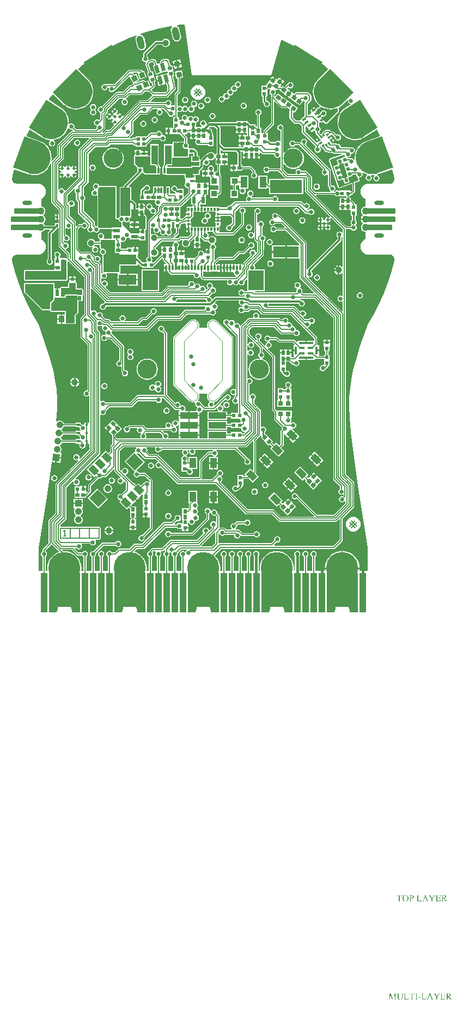
<source format=gtl>
G04*
G04 #@! TF.GenerationSoftware,Altium Limited,Altium Designer,18.1.9 (240)*
G04*
G04 Layer_Physical_Order=1*
G04 Layer_Color=255*
%FSLAX44Y44*%
%MOMM*%
G71*
G01*
G75*
%ADD10C,0.2500*%
%ADD11C,0.2000*%
%ADD12C,0.1000*%
%ADD13C,0.1500*%
%ADD19C,0.1001*%
%ADD20R,0.5100X0.6000*%
%ADD21C,1.0000*%
G04:AMPARAMS|DCode=22|XSize=0.5mm|YSize=0.35mm|CornerRadius=0mm|HoleSize=0mm|Usage=FLASHONLY|Rotation=221.874|XOffset=0mm|YOffset=0mm|HoleType=Round|Shape=Rectangle|*
%AMROTATEDRECTD22*
4,1,4,0.0693,0.2972,0.3030,0.0366,-0.0693,-0.2972,-0.3030,-0.0366,0.0693,0.2972,0.0*
%
%ADD22ROTATEDRECTD22*%

%ADD24R,2.4000X3.0500*%
%ADD25R,0.3000X0.8000*%
G04:AMPARAMS|DCode=26|XSize=1.2mm|YSize=0.6mm|CornerRadius=0mm|HoleSize=0mm|Usage=FLASHONLY|Rotation=105.969|XOffset=0mm|YOffset=0mm|HoleType=Round|Shape=Rectangle|*
%AMROTATEDRECTD26*
4,1,4,0.4535,-0.4943,-0.1234,-0.6594,-0.4535,0.4943,0.1234,0.6594,0.4535,-0.4943,0.0*
%
%ADD26ROTATEDRECTD26*%

G04:AMPARAMS|DCode=27|XSize=0.25mm|YSize=0.08mm|CornerRadius=0mm|HoleSize=0mm|Usage=FLASHONLY|Rotation=199.000|XOffset=0mm|YOffset=0mm|HoleType=Round|Shape=Rectangle|*
%AMROTATEDRECTD27*
4,1,4,0.1052,0.0785,0.1312,0.0029,-0.1052,-0.0785,-0.1312,-0.0029,0.1052,0.0785,0.0*
%
%ADD27ROTATEDRECTD27*%

%ADD28P,0.7071X4X244.0*%
%ADD29R,0.7000X0.4000*%
%ADD30R,0.5500X1.0500*%
%ADD31R,0.4000X0.4800*%
%ADD32R,0.3750X0.4170*%
%ADD33R,0.8000X1.0000*%
%ADD34R,2.0000X1.1000*%
%ADD35R,0.6200X0.6500*%
%ADD36R,0.6000X0.5100*%
%ADD37R,3.0000X1.0000*%
%ADD38R,0.8890X1.0414*%
%ADD39R,0.6500X0.6200*%
G04:AMPARAMS|DCode=41|XSize=0.72mm|YSize=0.6mm|CornerRadius=0mm|HoleSize=0mm|Usage=FLASHONLY|Rotation=323.838|XOffset=0mm|YOffset=0mm|HoleType=Round|Shape=Rectangle|*
%AMROTATEDRECTD41*
4,1,4,-0.4677,-0.0298,-0.1136,0.4546,0.4677,0.0298,0.1136,-0.4546,-0.4677,-0.0298,0.0*
%
%ADD41ROTATEDRECTD41*%

%ADD42P,1.1314X4X338.0*%
%ADD43P,1.1314X4X341.0*%
%ADD44P,1.1314X4X144.5*%
%ADD45R,2.8000X1.0000*%
%ADD46R,0.8000X0.8000*%
%ADD47R,2.3000X0.3500*%
%ADD48R,0.3500X1.3000*%
%ADD49R,0.9500X0.4000*%
%ADD50R,1.5000X4.4000*%
%ADD51R,1.1176X1.7526*%
%ADD52R,4.0000X1.7000*%
%ADD53R,5.0000X2.0000*%
%ADD54R,1.0000X6.1470*%
%ADD55R,1.0000X3.0000*%
%ADD56R,0.4800X0.4000*%
%ADD57R,0.4170X0.3750*%
G04:AMPARAMS|DCode=58|XSize=0.51mm|YSize=0.6mm|CornerRadius=0mm|HoleSize=0mm|Usage=FLASHONLY|Rotation=135.000|XOffset=0mm|YOffset=0mm|HoleType=Round|Shape=Rectangle|*
%AMROTATEDRECTD58*
4,1,4,0.3925,0.0318,-0.0318,-0.3925,-0.3925,-0.0318,0.0318,0.3925,0.3925,0.0318,0.0*
%
%ADD58ROTATEDRECTD58*%

G04:AMPARAMS|DCode=59|XSize=0.51mm|YSize=0.6mm|CornerRadius=0mm|HoleSize=0mm|Usage=FLASHONLY|Rotation=45.000|XOffset=0mm|YOffset=0mm|HoleType=Round|Shape=Rectangle|*
%AMROTATEDRECTD59*
4,1,4,0.0318,-0.3925,-0.3925,0.0318,-0.0318,0.3925,0.3925,-0.0318,0.0318,-0.3925,0.0*
%
%ADD59ROTATEDRECTD59*%

G04:AMPARAMS|DCode=60|XSize=0.51mm|YSize=0.6mm|CornerRadius=0mm|HoleSize=0mm|Usage=FLASHONLY|Rotation=110.000|XOffset=0mm|YOffset=0mm|HoleType=Round|Shape=Rectangle|*
%AMROTATEDRECTD60*
4,1,4,0.3691,-0.1370,-0.1947,-0.3422,-0.3691,0.1370,0.1947,0.3422,0.3691,-0.1370,0.0*
%
%ADD60ROTATEDRECTD60*%

G04:AMPARAMS|DCode=61|XSize=0.51mm|YSize=0.6mm|CornerRadius=0mm|HoleSize=0mm|Usage=FLASHONLY|Rotation=102.500|XOffset=0mm|YOffset=0mm|HoleType=Round|Shape=Rectangle|*
%AMROTATEDRECTD61*
4,1,4,0.3481,-0.1840,-0.2377,-0.3139,-0.3481,0.1840,0.2377,0.3139,0.3481,-0.1840,0.0*
%
%ADD61ROTATEDRECTD61*%

G04:AMPARAMS|DCode=62|XSize=0.51mm|YSize=0.6mm|CornerRadius=0mm|HoleSize=0mm|Usage=FLASHONLY|Rotation=212.703|XOffset=0mm|YOffset=0mm|HoleType=Round|Shape=Rectangle|*
%AMROTATEDRECTD62*
4,1,4,0.0525,0.3902,0.3767,-0.1147,-0.0525,-0.3902,-0.3767,0.1147,0.0525,0.3902,0.0*
%
%ADD62ROTATEDRECTD62*%

G04:AMPARAMS|DCode=63|XSize=0.65mm|YSize=0.62mm|CornerRadius=0mm|HoleSize=0mm|Usage=FLASHONLY|Rotation=135.000|XOffset=0mm|YOffset=0mm|HoleType=Round|Shape=Rectangle|*
%AMROTATEDRECTD63*
4,1,4,0.4490,-0.0106,0.0106,-0.4490,-0.4490,0.0106,-0.0106,0.4490,0.4490,-0.0106,0.0*
%
%ADD63ROTATEDRECTD63*%

G04:AMPARAMS|DCode=64|XSize=0.65mm|YSize=0.62mm|CornerRadius=0mm|HoleSize=0mm|Usage=FLASHONLY|Rotation=225.000|XOffset=0mm|YOffset=0mm|HoleType=Round|Shape=Rectangle|*
%AMROTATEDRECTD64*
4,1,4,0.0106,0.4490,0.4490,0.0106,-0.0106,-0.4490,-0.4490,-0.0106,0.0106,0.4490,0.0*
%
%ADD64ROTATEDRECTD64*%

G04:AMPARAMS|DCode=65|XSize=0.65mm|YSize=0.62mm|CornerRadius=0mm|HoleSize=0mm|Usage=FLASHONLY|Rotation=233.000|XOffset=0mm|YOffset=0mm|HoleType=Round|Shape=Rectangle|*
%AMROTATEDRECTD65*
4,1,4,-0.0520,0.4461,0.4432,0.0730,0.0520,-0.4461,-0.4432,-0.0730,-0.0520,0.4461,0.0*
%
%ADD65ROTATEDRECTD65*%

%ADD66R,0.6000X1.1000*%
%ADD67R,0.9000X0.9500*%
%ADD68R,1.0414X0.8890*%
%ADD69R,1.0000X0.6500*%
%ADD70R,2.7940X1.5240*%
%ADD71R,1.1000X1.1000*%
%ADD72R,1.1000X0.6000*%
%ADD73R,0.3000X0.8750*%
%ADD75R,0.8750X0.3000*%
%ADD76R,0.3000X0.5250*%
%ADD77R,0.4250X0.3000*%
G04:AMPARAMS|DCode=78|XSize=1.35mm|YSize=1mm|CornerRadius=0mm|HoleSize=0mm|Usage=FLASHONLY|Rotation=315.000|XOffset=0mm|YOffset=0mm|HoleType=Round|Shape=Rectangle|*
%AMROTATEDRECTD78*
4,1,4,-0.8309,0.1237,-0.1237,0.8309,0.8309,-0.1237,0.1237,-0.8309,-0.8309,0.1237,0.0*
%
%ADD78ROTATEDRECTD78*%

G04:AMPARAMS|DCode=79|XSize=2mm|YSize=1.8mm|CornerRadius=0mm|HoleSize=0mm|Usage=FLASHONLY|Rotation=315.000|XOffset=0mm|YOffset=0mm|HoleType=Round|Shape=Rectangle|*
%AMROTATEDRECTD79*
4,1,4,-1.3435,0.0707,-0.0707,1.3435,1.3435,-0.0707,0.0707,-1.3435,-1.3435,0.0707,0.0*
%
%ADD79ROTATEDRECTD79*%

G04:AMPARAMS|DCode=80|XSize=1.55mm|YSize=1mm|CornerRadius=0mm|HoleSize=0mm|Usage=FLASHONLY|Rotation=135.000|XOffset=0mm|YOffset=0mm|HoleType=Round|Shape=Rectangle|*
%AMROTATEDRECTD80*
4,1,4,0.9016,-0.1945,0.1945,-0.9016,-0.9016,0.1945,-0.1945,0.9016,0.9016,-0.1945,0.0*
%
%ADD80ROTATEDRECTD80*%

%ADD81R,1.0000X1.5500*%
%ADD84R,2.6000X1.5000*%
G04:AMPARAMS|DCode=85|XSize=0.9mm|YSize=4.55mm|CornerRadius=0.1755mm|HoleSize=0mm|Usage=FLASHONLY|Rotation=90.000|XOffset=0mm|YOffset=0mm|HoleType=Round|Shape=RoundedRectangle|*
%AMROUNDEDRECTD85*
21,1,0.9000,4.1990,0,0,90.0*
21,1,0.5490,4.5500,0,0,90.0*
1,1,0.3510,2.0995,0.2745*
1,1,0.3510,2.0995,-0.2745*
1,1,0.3510,-2.0995,-0.2745*
1,1,0.3510,-2.0995,0.2745*
%
%ADD85ROUNDEDRECTD85*%
G04:AMPARAMS|DCode=86|XSize=0.9mm|YSize=5.05mm|CornerRadius=0.1755mm|HoleSize=0mm|Usage=FLASHONLY|Rotation=90.000|XOffset=0mm|YOffset=0mm|HoleType=Round|Shape=RoundedRectangle|*
%AMROUNDEDRECTD86*
21,1,0.9000,4.6990,0,0,90.0*
21,1,0.5490,5.0500,0,0,90.0*
1,1,0.3510,2.3495,0.2745*
1,1,0.3510,2.3495,-0.2745*
1,1,0.3510,-2.3495,-0.2745*
1,1,0.3510,-2.3495,0.2745*
%
%ADD86ROUNDEDRECTD86*%
%ADD87P,1.5132X4X129.0*%
%ADD88C,1.0700*%
%ADD89C,1.5000*%
G04:AMPARAMS|DCode=90|XSize=1.05mm|YSize=2.15mm|CornerRadius=0mm|HoleSize=0mm|Usage=FLASHONLY|Rotation=13.909|XOffset=0mm|YOffset=0mm|HoleType=Round|Shape=Round|*
%AMOVALD90*
21,1,1.1000,1.0500,0.0000,0.0000,103.9*
1,1,1.0500,0.1322,-0.5339*
1,1,1.0500,-0.1322,0.5339*
%
%ADD90OVALD90*%

%ADD91C,5.0000*%
%ADD92R,1.0700X1.0700*%
%ADD93C,3.0000*%
G04:AMPARAMS|DCode=94|XSize=0.7mm|YSize=1.5mm|CornerRadius=0.35mm|HoleSize=0mm|Usage=FLASHONLY|Rotation=90.000|XOffset=0mm|YOffset=0mm|HoleType=Round|Shape=RoundedRectangle|*
%AMROUNDEDRECTD94*
21,1,0.7000,0.8000,0,0,90.0*
21,1,0.0000,1.5000,0,0,90.0*
1,1,0.7000,0.4000,0.0000*
1,1,0.7000,0.4000,0.0000*
1,1,0.7000,-0.4000,0.0000*
1,1,0.7000,-0.4000,0.0000*
%
%ADD94ROUNDEDRECTD94*%
%ADD95C,1.1000*%
%ADD96C,0.6500*%
%ADD97C,0.7500*%
%ADD98C,1.0500*%
G04:AMPARAMS|DCode=99|XSize=0.35mm|YSize=0.375mm|CornerRadius=0mm|HoleSize=0mm|Usage=FLASHONLY|Rotation=303.000|XOffset=0mm|YOffset=0mm|HoleType=Round|Shape=Rectangle|*
%AMROTATEDRECTD99*
4,1,4,-0.2526,0.0447,0.0619,0.2489,0.2526,-0.0447,-0.0619,-0.2489,-0.2526,0.0447,0.0*
%
%ADD99ROTATEDRECTD99*%

G04:AMPARAMS|DCode=100|XSize=0.375mm|YSize=0.35mm|CornerRadius=0mm|HoleSize=0mm|Usage=FLASHONLY|Rotation=303.000|XOffset=0mm|YOffset=0mm|HoleType=Round|Shape=Rectangle|*
%AMROTATEDRECTD100*
4,1,4,-0.2489,0.0619,0.0447,0.2526,0.2489,-0.0619,-0.0447,-0.2526,-0.2489,0.0619,0.0*
%
%ADD100ROTATEDRECTD100*%

%ADD101C,0.2540*%
%ADD102C,0.3000*%
%ADD103C,0.3500*%
%ADD104C,0.4500*%
%ADD105C,0.4000*%
%ADD106C,0.1700*%
%ADD107C,0.5000*%
G36*
X-18000Y223187D02*
X106000D01*
X120848Y277755D01*
X121996Y278299D01*
X131890Y273872D01*
X140959Y269186D01*
X142266Y271238D01*
X185701Y243567D01*
X184395Y241518D01*
X189525Y237657D01*
X193915Y233950D01*
X193969Y232681D01*
X178633Y217346D01*
X178633Y217346D01*
X176840Y215552D01*
X176777Y215399D01*
X176638Y215306D01*
X173820Y211089D01*
X173788Y210926D01*
X173670Y210808D01*
X171729Y206122D01*
Y205956D01*
X171637Y205817D01*
X170647Y200842D01*
X170679Y200679D01*
X170616Y200526D01*
Y195453D01*
X170679Y195300D01*
X170647Y195137D01*
X171637Y190162D01*
X171729Y190023D01*
Y189857D01*
X173670Y185171D01*
X173788Y185053D01*
X173820Y184890D01*
X176638Y180673D01*
X176777Y180580D01*
X176840Y180427D01*
X180427Y176840D01*
X180580Y176777D01*
X180673Y176638D01*
X181605Y176015D01*
X181546Y174746D01*
X176478Y172002D01*
X175857Y172040D01*
X175054Y172281D01*
X172779Y174819D01*
X170173Y172483D01*
X172676Y169690D01*
X171187Y168356D01*
X168683Y171148D01*
X166077Y168812D01*
X168105Y166549D01*
X168029Y165281D01*
X164052Y161802D01*
X162782Y162101D01*
Y178541D01*
X167407Y183166D01*
X168015Y184076D01*
X168228Y185149D01*
Y191363D01*
X168015Y192436D01*
X167407Y193346D01*
X164439Y196314D01*
X163529Y196922D01*
X162456Y197135D01*
X144840D01*
X144602Y197088D01*
X144359Y197094D01*
X144070Y196982D01*
X143767Y196922D01*
X143565Y196787D01*
X143338Y196699D01*
X143115Y196486D01*
X142857Y196314D01*
X142722Y196112D01*
X142547Y195944D01*
X141950Y195096D01*
X141409Y195007D01*
X140633Y195431D01*
X136973Y198107D01*
X134022Y194070D01*
X131072Y190033D01*
X134786Y187319D01*
X135021Y187642D01*
X142530Y182154D01*
X142589Y182235D01*
X150340Y176570D01*
X155249Y183287D01*
X155667Y183833D01*
X156813Y183653D01*
X157535Y183171D01*
X157837Y183111D01*
X158206Y181895D01*
X157996Y181685D01*
X157388Y180776D01*
X157174Y179702D01*
Y160294D01*
X151377Y155097D01*
X151668Y154773D01*
X151005Y153610D01*
X150920Y153627D01*
X144564D01*
X139776Y158414D01*
Y165423D01*
X140909Y165998D01*
X142100Y165127D01*
X147529Y172555D01*
X139132Y178692D01*
X139073Y178611D01*
X131727Y183981D01*
X131727Y183981D01*
X123492Y190000D01*
X123492Y190000D01*
X115660Y195723D01*
X111594Y190159D01*
X111468Y190150D01*
X110294Y190533D01*
Y192820D01*
X111424Y193575D01*
X112474Y195146D01*
X112843Y197000D01*
X112474Y198853D01*
X111767Y199912D01*
X112703Y200797D01*
X114167Y199693D01*
X115380Y201304D01*
X116166Y201147D01*
X116166Y201147D01*
X118222D01*
X118797Y200015D01*
X118611Y199760D01*
X126038Y194331D01*
X125743Y193928D01*
X129457Y191213D01*
X132408Y195250D01*
X135358Y199287D01*
X131644Y202001D01*
X131644Y202001D01*
X131158Y202343D01*
X130927Y203862D01*
X130947Y203889D01*
X132072Y204491D01*
X133643Y203441D01*
X135496Y203073D01*
X137350Y203441D01*
X138921Y204491D01*
X139971Y206062D01*
X140339Y207916D01*
X139971Y209769D01*
X138921Y211340D01*
X137350Y212390D01*
X135496Y212759D01*
X133643Y212390D01*
X132072Y211340D01*
X131261Y210127D01*
X130800Y210035D01*
X130056Y209538D01*
X130056Y209538D01*
X127762Y207244D01*
X127676Y207116D01*
X127561Y207014D01*
X126263Y205315D01*
X123922Y207026D01*
X122440Y204998D01*
X121857Y205372D01*
X121666Y205447D01*
X121496Y205561D01*
X121254Y205609D01*
X121024Y205699D01*
X120908Y205697D01*
X120696Y205918D01*
X120473Y206320D01*
X120303Y207005D01*
X122119Y209415D01*
X118046Y212485D01*
X118648Y213283D01*
X117850Y213885D01*
X121009Y218078D01*
X117734Y220545D01*
X114805Y216658D01*
X112579Y218336D01*
X109420Y214143D01*
X108621Y214745D01*
X108020Y213946D01*
X103947Y217016D01*
X101389Y213621D01*
X101788Y213320D01*
X97402Y207500D01*
X90500D01*
Y199870D01*
X90500Y198600D01*
X90500Y198130D01*
Y190500D01*
X92176D01*
Y183130D01*
X92176Y183130D01*
X92391Y182049D01*
X93003Y181133D01*
X94328Y179808D01*
X94157Y178948D01*
X94526Y177095D01*
X95576Y175524D01*
X97147Y174474D01*
X99000Y174105D01*
X100853Y174474D01*
X102425Y175524D01*
X103474Y177095D01*
X103843Y178948D01*
X103474Y180802D01*
X102425Y182373D01*
X100853Y183423D01*
X99000Y183791D01*
X98873Y183766D01*
X97824Y184678D01*
Y190500D01*
X99500D01*
Y198130D01*
X99500Y199400D01*
X99500Y199870D01*
Y201244D01*
X99937Y201331D01*
X100681Y201828D01*
X101784Y202931D01*
X103816Y201399D01*
X104155Y200963D01*
X104237Y199918D01*
X103525Y198853D01*
X103157Y197000D01*
X103525Y195146D01*
X104575Y193575D01*
X105706Y192820D01*
Y189346D01*
X105656Y189095D01*
Y149300D01*
X94378Y138022D01*
X93881Y137278D01*
X93706Y136400D01*
Y133500D01*
X91853D01*
X90744Y133889D01*
X90244Y134952D01*
Y142189D01*
X88244D01*
Y161820D01*
X89375Y162575D01*
X90424Y164147D01*
X90793Y166000D01*
X90424Y167853D01*
X89375Y169425D01*
X87803Y170474D01*
X85950Y170843D01*
X84097Y170474D01*
X82525Y169425D01*
X81476Y167853D01*
X81107Y166000D01*
X81476Y164147D01*
X82525Y162575D01*
X83656Y161820D01*
Y144771D01*
X82439Y144203D01*
X81698Y144720D01*
Y147150D01*
X73856D01*
X72843Y148163D01*
X72843Y148163D01*
X71297Y149710D01*
X70304Y150373D01*
X69200Y150592D01*
Y152297D01*
X60600D01*
Y152298D01*
X51400D01*
Y150606D01*
X19186D01*
X18095Y150823D01*
X11000D01*
X9537Y150532D01*
X8501Y149840D01*
X8429Y149826D01*
X7437Y149163D01*
X7437Y149163D01*
X5945Y147670D01*
X4774Y148296D01*
X4843Y148642D01*
X4474Y150495D01*
X3425Y152066D01*
X1853Y153116D01*
X0Y153485D01*
X-1853Y153116D01*
X-3425Y152066D01*
X-4474Y150495D01*
X-4843Y148642D01*
X-4474Y146789D01*
X-3425Y145217D01*
X-2231Y144420D01*
X-2340Y143606D01*
X-2617Y143150D01*
X-10950D01*
Y150192D01*
X-9577Y150466D01*
X-8005Y151515D01*
X-6956Y153087D01*
X-6587Y154940D01*
X-6956Y156793D01*
X-8005Y158365D01*
X-9577Y159414D01*
X-11430Y159783D01*
X-13283Y159414D01*
X-14855Y158365D01*
X-15981D01*
X-16418Y159019D01*
X-17990Y160069D01*
X-19843Y160438D01*
X-21696Y160069D01*
X-22817Y159320D01*
X-23679Y159251D01*
X-24377Y159645D01*
X-25142Y160790D01*
X-26713Y161840D01*
X-28566Y162208D01*
X-30420Y161840D01*
X-31991Y160790D01*
X-33041Y159219D01*
X-33409Y157365D01*
X-33150Y156062D01*
X-33216Y155366D01*
X-34021Y154693D01*
X-35118Y154474D01*
X-36230Y153731D01*
X-37500Y154323D01*
Y158500D01*
X-39780D01*
Y166482D01*
X-38510Y167161D01*
X-38161Y166928D01*
X-36307Y166559D01*
X-34454Y166928D01*
X-33143Y167803D01*
X-32307Y167906D01*
X-31472Y167803D01*
X-30161Y166928D01*
X-28307Y166559D01*
X-26454Y166928D01*
X-24883Y167977D01*
X-24186Y169021D01*
X-22852Y168826D01*
X-21802Y167255D01*
X-20231Y166205D01*
X-18378Y165837D01*
X-16525Y166205D01*
X-14953Y167255D01*
X-13904Y168826D01*
X-13535Y170679D01*
X-13904Y172533D01*
X-14219Y173006D01*
X-14164Y173317D01*
X-13577Y174330D01*
X-12147Y174614D01*
X-10575Y175664D01*
X-9525Y177235D01*
X-9157Y179089D01*
X-9525Y180942D01*
X-10575Y182513D01*
X-12147Y183563D01*
X-14000Y183932D01*
X-15853Y183563D01*
X-17424Y182513D01*
X-18474Y180942D01*
X-18843Y179089D01*
X-18474Y177235D01*
X-18159Y176763D01*
X-18214Y176451D01*
X-18801Y175438D01*
X-20231Y175154D01*
X-21802Y174104D01*
X-22499Y173061D01*
X-23833Y173255D01*
X-24883Y174827D01*
X-26454Y175876D01*
X-28307Y176245D01*
X-30161Y175876D01*
X-31732Y174827D01*
X-32883D01*
X-34454Y175876D01*
X-36307Y176245D01*
X-38161Y175876D01*
X-38510Y175643D01*
X-39780Y176322D01*
Y192875D01*
X-35967Y196688D01*
X-35967Y196688D01*
X-35470Y197432D01*
X-35295Y198310D01*
X-35296Y198310D01*
Y219433D01*
X-31257Y220109D01*
X-33073Y230958D01*
X-43922Y229143D01*
X-42106Y218294D01*
X-40853Y218503D01*
X-39884Y217683D01*
Y199260D01*
X-43697Y195447D01*
X-44194Y194703D01*
X-44369Y193825D01*
Y177157D01*
X-45489Y176559D01*
X-45721Y176714D01*
X-47575Y177083D01*
X-49055Y176788D01*
X-49883Y177790D01*
X-49895Y177817D01*
X-49707Y178098D01*
X-49338Y179951D01*
X-49707Y181805D01*
X-50757Y183376D01*
X-52328Y184426D01*
X-54181Y184794D01*
X-56035Y184426D01*
X-57606Y183376D01*
X-58656Y181805D01*
X-58658Y181794D01*
X-81664D01*
X-82150Y182967D01*
X-76480Y188638D01*
X-57050D01*
X-56172Y188813D01*
X-55428Y189310D01*
X-43378Y201360D01*
X-43239Y201568D01*
X-43065Y201749D01*
X-42992Y201937D01*
X-42881Y202104D01*
X-42832Y202350D01*
X-42741Y202584D01*
X-42745Y202785D01*
X-42706Y202982D01*
X-42755Y203228D01*
X-42760Y203479D01*
X-46806Y221727D01*
X-46124Y222798D01*
X-44847Y223081D01*
X-46498Y230530D01*
X-46600Y230989D01*
X-46875Y232229D01*
X-48526Y239678D01*
X-50956Y239139D01*
X-53277Y246930D01*
X-53333Y247036D01*
X-53356Y247153D01*
X-53540Y247428D01*
X-53695Y247722D01*
X-53787Y247798D01*
X-53853Y247897D01*
X-54129Y248081D01*
X-54384Y248293D01*
X-54498Y248328D01*
X-54598Y248395D01*
X-54923Y248459D01*
X-55239Y248557D01*
X-55358Y248546D01*
X-55476Y248569D01*
X-62074D01*
X-62952Y248395D01*
X-63696Y247897D01*
X-63696Y247897D01*
X-66455Y245139D01*
X-66639Y244864D01*
X-66850Y244608D01*
X-66885Y244494D01*
X-66952Y244395D01*
X-67017Y244070D01*
X-67114Y243753D01*
X-67103Y243634D01*
X-67126Y243517D01*
X-67062Y243192D01*
X-67031Y242862D01*
X-67368Y242247D01*
X-68932Y241800D01*
X-70597Y241323D01*
X-71704Y241945D01*
X-72928Y246380D01*
X-72934Y246391D01*
X-72935Y246404D01*
X-73135Y246792D01*
X-73330Y247180D01*
X-73339Y247188D01*
X-73345Y247200D01*
X-73678Y247481D01*
X-74007Y247765D01*
X-74019Y247769D01*
X-74029Y247777D01*
X-74443Y247910D01*
X-74857Y248046D01*
X-74869Y248046D01*
X-74882Y248049D01*
X-79778Y248603D01*
X-79827Y248598D01*
X-79875Y248612D01*
X-80271Y248561D01*
X-80670Y248528D01*
X-80714Y248505D01*
X-80763Y248499D01*
X-84190Y247352D01*
X-85292Y248323D01*
X-85157Y249000D01*
X-85526Y250853D01*
X-86575Y252425D01*
X-86941Y252669D01*
Y255627D01*
X-71746Y270822D01*
X-63984D01*
X-63893Y270603D01*
X-62851Y269245D01*
X-61493Y268203D01*
X-59912Y267548D01*
X-58215Y267325D01*
X-56518Y267548D01*
X-54937Y268203D01*
X-53579Y269245D01*
X-52537Y270603D01*
X-51883Y272184D01*
X-51659Y273881D01*
X-51883Y275578D01*
X-52537Y277159D01*
X-53579Y278517D01*
X-54937Y279559D01*
X-56518Y280214D01*
X-58215Y280437D01*
X-59912Y280214D01*
X-61493Y279559D01*
X-62851Y278517D01*
X-63893Y277159D01*
X-63984Y276940D01*
X-73013D01*
X-73013Y276940D01*
X-74184Y276707D01*
X-75176Y276044D01*
X-92163Y259057D01*
X-92826Y258064D01*
X-93059Y256894D01*
X-93059Y256894D01*
Y252669D01*
X-93425Y252425D01*
X-94474Y250853D01*
X-94843Y249000D01*
X-94474Y247147D01*
X-93425Y245576D01*
X-91853Y244526D01*
X-90000Y244157D01*
X-89200Y244316D01*
X-88474Y243166D01*
X-89395Y241934D01*
X-89496Y241721D01*
X-89636Y241530D01*
X-89687Y241321D01*
X-89780Y241126D01*
X-89793Y240891D01*
X-89849Y240661D01*
X-89816Y240448D01*
X-89827Y240233D01*
X-89749Y240010D01*
X-89713Y239776D01*
X-85437Y228030D01*
X-87510Y227276D01*
X-84901Y220106D01*
X-84740Y219664D01*
X-84466Y218912D01*
X-84306Y218471D01*
X-81696Y211301D01*
X-80814Y211622D01*
X-79686Y211040D01*
X-78946Y208359D01*
X-80616Y206689D01*
X-81862Y206932D01*
X-85684Y215936D01*
X-89114Y214480D01*
X-89343Y214631D01*
X-92335Y215840D01*
X-92717Y215912D01*
X-93095Y216005D01*
X-93145Y215997D01*
X-93195Y216007D01*
X-93204Y216005D01*
X-93214Y216007D01*
X-93596Y215928D01*
X-93980Y215868D01*
X-102950Y212599D01*
X-103256Y212746D01*
X-103258Y214158D01*
X-99279Y216099D01*
X-104101Y225986D01*
X-106786Y224676D01*
X-108546Y226436D01*
X-108020Y227706D01*
X-102436D01*
X-102257Y226826D01*
X-101761Y225657D01*
X-97959Y216701D01*
X-87833Y220999D01*
X-92131Y231124D01*
X-94072Y230301D01*
X-95381Y230878D01*
X-95878Y231622D01*
X-96622Y232119D01*
X-97500Y232294D01*
X-114243D01*
X-115120Y232119D01*
X-115865Y231622D01*
X-115865Y231622D01*
X-137667Y209820D01*
X-150878D01*
X-151756Y209645D01*
X-151905Y209545D01*
X-153404Y209843D01*
X-155257Y209474D01*
X-156828Y208425D01*
X-157878Y206853D01*
X-158246Y205000D01*
X-157878Y203147D01*
X-156828Y201575D01*
X-155257Y200526D01*
X-153404Y200157D01*
X-151550Y200526D01*
X-149979Y201575D01*
X-148929Y203147D01*
X-148560Y205000D01*
X-148370Y205232D01*
X-146900D01*
X-146301Y204112D01*
X-146474Y203853D01*
X-146843Y202000D01*
X-146474Y200146D01*
X-145424Y198575D01*
X-143853Y197525D01*
X-142000Y197157D01*
X-140146Y197525D01*
X-138575Y198575D01*
X-137792Y199747D01*
X-137122Y199880D01*
X-136378Y200378D01*
X-115188Y221568D01*
X-113925Y221035D01*
X-109357Y211668D01*
X-109166Y211277D01*
X-109125Y210104D01*
X-110742Y208486D01*
X-112890D01*
X-113768Y208312D01*
X-114512Y207815D01*
X-124549Y197777D01*
X-133957D01*
X-134835Y197603D01*
X-135580Y197105D01*
X-157791Y174894D01*
X-159125Y175159D01*
X-160978Y174790D01*
X-162549Y173740D01*
X-163599Y172169D01*
X-163968Y170316D01*
X-163599Y168462D01*
X-162549Y166891D01*
X-160978Y165841D01*
X-160552Y165757D01*
X-159766Y164305D01*
X-159794Y164162D01*
Y155850D01*
X-161889Y153755D01*
X-163147Y154596D01*
X-165000Y154964D01*
X-166853Y154596D01*
X-168425Y153546D01*
X-169474Y151975D01*
X-169843Y150121D01*
X-169474Y148268D01*
X-168425Y146697D01*
X-166853Y145647D01*
X-166062Y145489D01*
X-165477Y144078D01*
X-165494Y144053D01*
X-165863Y142200D01*
X-165597Y140866D01*
X-166698Y139766D01*
X-197443D01*
X-200422Y142745D01*
X-200157Y144078D01*
X-200526Y145932D01*
X-201575Y147503D01*
X-203147Y148553D01*
X-205000Y148921D01*
X-206853Y148553D01*
X-207530Y148101D01*
X-207582Y148104D01*
X-207948Y148233D01*
X-208734Y148824D01*
X-208837Y153576D01*
X-208904Y153729D01*
X-208876Y153892D01*
X-209973Y158844D01*
X-210069Y158981D01*
X-210072Y159147D01*
X-212115Y163790D01*
X-212235Y163905D01*
X-212271Y164067D01*
X-215181Y168222D01*
X-215321Y168311D01*
X-215388Y168463D01*
X-219052Y171971D01*
X-219207Y172031D01*
X-219302Y172167D01*
X-221441Y173530D01*
X-239750Y185194D01*
X-239976Y186444D01*
X-237657Y189525D01*
X-233950Y193915D01*
X-232681Y193969D01*
X-217346Y178633D01*
X-217346Y178633D01*
X-215552Y176840D01*
X-215399Y176777D01*
X-215306Y176638D01*
X-211089Y173820D01*
X-210926Y173788D01*
X-210808Y173670D01*
X-206122Y171729D01*
X-205956D01*
X-205817Y171637D01*
X-200842Y170647D01*
X-200679Y170679D01*
X-200526Y170616D01*
X-195453D01*
X-195300Y170679D01*
X-195137Y170647D01*
X-190162Y171637D01*
X-190023Y171729D01*
X-189857D01*
X-185171Y173670D01*
X-185053Y173788D01*
X-184890Y173820D01*
X-180673Y176638D01*
X-180580Y176777D01*
X-180427Y176840D01*
X-176840Y180427D01*
X-176777Y180580D01*
X-176638Y180673D01*
X-173820Y184890D01*
X-173788Y185053D01*
X-173670Y185171D01*
X-171729Y189857D01*
Y190023D01*
X-171637Y190162D01*
X-170647Y195137D01*
X-170679Y195300D01*
X-170616Y195453D01*
Y200526D01*
X-170680Y200679D01*
X-170647Y200842D01*
X-171637Y205817D01*
X-171729Y205956D01*
Y206122D01*
X-173670Y210808D01*
X-173788Y210926D01*
X-173820Y211089D01*
X-176638Y215306D01*
X-176777Y215399D01*
X-176840Y215552D01*
X-178633Y217346D01*
X-193969Y232681D01*
X-193915Y233950D01*
X-189525Y237657D01*
X-184237Y241637D01*
X-185635Y243874D01*
X-141960Y271165D01*
X-140781Y269278D01*
X-131890Y273872D01*
X-116326Y280836D01*
X-104471Y285361D01*
X-103695Y284298D01*
X-104284Y283560D01*
X-104995Y281931D01*
X-105260Y280174D01*
X-105062Y278408D01*
X-102418Y267731D01*
X-101769Y266076D01*
X-100714Y264645D01*
X-99325Y263537D01*
X-97696Y262826D01*
X-95939Y262560D01*
X-94173Y262758D01*
X-92518Y263407D01*
X-91088Y264462D01*
X-89979Y265851D01*
X-89268Y267480D01*
X-89002Y269237D01*
X-89201Y271003D01*
X-91845Y281681D01*
X-92494Y283336D01*
X-93549Y284766D01*
X-94938Y285875D01*
X-96566Y286586D01*
X-97031Y286656D01*
X-97135Y287956D01*
X-84151Y292094D01*
X-67641Y296353D01*
X-50918Y299680D01*
X-48439Y300030D01*
X-47944Y298817D01*
X-48332Y298531D01*
X-49440Y297142D01*
X-50152Y295513D01*
X-50417Y293755D01*
X-50219Y291989D01*
X-47575Y281312D01*
X-46926Y279657D01*
X-45871Y278227D01*
X-44482Y277118D01*
X-42853Y276407D01*
X-41096Y276141D01*
X-39329Y276340D01*
X-37675Y276989D01*
X-36244Y278043D01*
X-35136Y279433D01*
X-34424Y281061D01*
X-34159Y282819D01*
X-34357Y284585D01*
X-37002Y295262D01*
X-37650Y296917D01*
X-38705Y298347D01*
X-40094Y299456D01*
X-40906Y299811D01*
X-40728Y301118D01*
X-34034Y302063D01*
X-28617Y302520D01*
X-18000Y223187D01*
D02*
G37*
G36*
X-76938Y243664D02*
X-75876Y239812D01*
X-78065Y239186D01*
X-73938Y224765D01*
X-66026Y227029D01*
X-65286Y227241D01*
X-64065Y227590D01*
X-56825Y229662D01*
X-56274Y229732D01*
X-55372Y228976D01*
X-55185Y228135D01*
X-55327Y226970D01*
X-62958Y224786D01*
X-64117Y224975D01*
X-65139Y224682D01*
X-67963Y223874D01*
X-65762Y216183D01*
X-63561Y208492D01*
X-60737Y209300D01*
X-59715Y209592D01*
X-58632Y210422D01*
X-57496Y210747D01*
X-55834Y205586D01*
Y200151D01*
X-58782Y197203D01*
X-76699D01*
X-80157Y200660D01*
X-74757Y206059D01*
X-74586Y206315D01*
X-74384Y206549D01*
X-74340Y206685D01*
X-74260Y206803D01*
X-74200Y207106D01*
X-74103Y207399D01*
X-74113Y207541D01*
X-74086Y207681D01*
X-74146Y207984D01*
X-74168Y208291D01*
X-75609Y213516D01*
X-73239Y214379D01*
X-75848Y221549D01*
X-76009Y221991D01*
X-76444Y223184D01*
X-79053Y230354D01*
X-81126Y229599D01*
X-84977Y240180D01*
X-82914Y242941D01*
X-79789Y243987D01*
X-76938Y243664D01*
D02*
G37*
G36*
X-79660Y193675D02*
X-79330Y193067D01*
X-79617Y191990D01*
X-86812Y184794D01*
X-98431D01*
X-99309Y184619D01*
X-100053Y184122D01*
X-123784Y160390D01*
X-125000Y160759D01*
X-125059Y161056D01*
X-125487Y161697D01*
X-128591Y158593D01*
X-130005Y160007D01*
X-126901Y163111D01*
X-127542Y163539D01*
X-129298Y163888D01*
X-131053Y163539D01*
X-132542Y162544D01*
X-133892Y162557D01*
X-134243Y162908D01*
X-134256Y164258D01*
X-133261Y165747D01*
X-132912Y167502D01*
X-133261Y169258D01*
X-133689Y169899D01*
X-136793Y166795D01*
X-140187Y163401D01*
X-136793Y160007D01*
X-138207Y158593D01*
X-141601Y161987D01*
X-144995Y158593D01*
X-148099Y155489D01*
X-147458Y155061D01*
X-145702Y154712D01*
X-143947Y155061D01*
X-142458Y156056D01*
X-141108Y156043D01*
X-140757Y155692D01*
X-140744Y154342D01*
X-141739Y152853D01*
X-142088Y151098D01*
X-141739Y149342D01*
X-141311Y148701D01*
X-138207Y151805D01*
X-136793Y150390D01*
X-139897Y147287D01*
X-139256Y146859D01*
X-138959Y146800D01*
X-138590Y145584D01*
X-145680Y138495D01*
X-150317D01*
X-150317Y138495D01*
X-151195Y138320D01*
X-151939Y137823D01*
X-155599Y134163D01*
X-156159Y134242D01*
X-156610Y135587D01*
X-152878Y139319D01*
X-152381Y140063D01*
X-152206Y140941D01*
Y161969D01*
X-149003Y165173D01*
X-148505Y165917D01*
X-148331Y166795D01*
Y169380D01*
X-130522Y187189D01*
X-124681D01*
X-124295Y185919D01*
X-125425Y185165D01*
X-126474Y183593D01*
X-126843Y181740D01*
X-126474Y179887D01*
X-125425Y178316D01*
X-123853Y177266D01*
X-122000Y176897D01*
X-120147Y177266D01*
X-118575Y178316D01*
X-117526Y179887D01*
X-117157Y181740D01*
X-117526Y183593D01*
X-118575Y185165D01*
X-119999Y186116D01*
X-120109Y186696D01*
X-120047Y187490D01*
X-119492Y187861D01*
X-114490Y192863D01*
X-96520D01*
X-95642Y193037D01*
X-94898Y193535D01*
X-90067Y198366D01*
X-84351D01*
X-79660Y193675D01*
D02*
G37*
G36*
X234016Y197601D02*
X216197Y179781D01*
X214404Y177988D01*
X210187Y175170D01*
X205501Y173229D01*
X200526Y172239D01*
X195453D01*
X190478Y173229D01*
X185792Y175170D01*
X181575Y177988D01*
X177988Y181575D01*
X175170Y185792D01*
X173229Y190478D01*
X172239Y195453D01*
Y200526D01*
X173229Y205501D01*
X175170Y210187D01*
X177988Y214404D01*
X179781Y216197D01*
X179781D01*
X197601Y234017D01*
X234016Y197601D01*
D02*
G37*
G36*
X-179781Y216197D02*
X-177988Y214404D01*
X-175170Y210187D01*
X-173229Y205501D01*
X-172239Y200526D01*
Y195453D01*
X-173229Y190478D01*
X-175170Y185792D01*
X-177988Y181575D01*
X-181575Y177988D01*
X-185792Y175170D01*
X-190478Y173229D01*
X-195453Y172239D01*
X-200526D01*
X-205501Y173229D01*
X-210187Y175170D01*
X-214404Y177988D01*
X-216197Y179781D01*
X-216197Y179781D01*
X-234017Y197601D01*
X-197601Y234016D01*
X-179781Y216197D01*
D02*
G37*
G36*
X-54803Y163801D02*
X-54474Y162146D01*
X-53425Y160575D01*
X-51853Y159525D01*
X-50000Y159157D01*
X-48147Y159525D01*
X-46575Y160575D01*
X-45639Y161977D01*
X-44964Y161962D01*
X-44369Y161766D01*
Y158500D01*
X-46500D01*
Y150400D01*
X-46500D01*
Y149600D01*
X-46500D01*
Y142755D01*
X-46622Y142633D01*
X-47119Y141889D01*
X-48404Y141555D01*
X-49350Y142000D01*
X-50113Y142000D01*
X-52900D01*
Y137000D01*
Y132000D01*
X-49350D01*
X-48287Y132500D01*
X-36194D01*
X-29294Y125600D01*
Y121606D01*
X-29484Y121294D01*
X-30353Y120624D01*
X-38865D01*
X-39302Y120442D01*
X-39766Y120350D01*
X-39909Y120255D01*
X-41129Y120012D01*
X-42348Y120255D01*
X-42491Y120350D01*
X-42955Y120442D01*
X-43393Y120624D01*
X-46000D01*
X-47148Y120148D01*
X-47624Y119000D01*
Y117614D01*
X-48000Y116500D01*
X-61000D01*
Y85605D01*
X-61619Y84986D01*
X-62172Y84159D01*
X-62366Y83183D01*
Y81647D01*
X-63817D01*
Y75272D01*
X-65817D01*
Y81647D01*
X-67268D01*
Y81775D01*
X-67462Y82751D01*
X-68014Y83577D01*
X-69000Y84563D01*
Y116500D01*
X-82000D01*
Y98624D01*
X-86500D01*
Y101000D01*
X-92000D01*
Y102000D01*
X-93000D01*
Y106000D01*
X-96542D01*
Y107550D01*
X-100642D01*
Y102300D01*
X-101642D01*
Y101300D01*
X-106742D01*
Y98316D01*
X-107148Y98148D01*
X-107148Y98148D01*
X-107624Y97000D01*
X-107624Y85810D01*
X-107611Y85780D01*
X-107623Y85750D01*
X-107375Y85211D01*
X-107148Y84662D01*
X-107118Y84650D01*
X-107105Y84621D01*
X-103199Y80993D01*
X-102500Y80050D01*
X-102500D01*
X-102500Y80050D01*
Y73527D01*
X-123024Y53003D01*
X-123687Y52011D01*
X-123920Y50840D01*
X-124968Y50297D01*
X-129861D01*
Y3801D01*
X-130425Y3425D01*
X-131474Y1853D01*
X-131520Y1625D01*
X-131812Y1469D01*
X-134376D01*
X-134376Y50000D01*
X-134852Y51148D01*
X-136000Y51624D01*
X-161680Y51624D01*
X-161896Y52707D01*
X-162945Y54278D01*
X-164517Y55328D01*
X-166370Y55696D01*
X-168223Y55328D01*
X-169795Y54278D01*
X-170844Y52707D01*
X-171213Y50853D01*
X-170844Y49000D01*
X-169795Y47429D01*
X-169208Y47037D01*
X-169476Y45689D01*
X-170552Y45474D01*
X-172124Y44425D01*
X-173174Y42853D01*
X-173542Y41000D01*
X-173174Y39147D01*
X-172124Y37575D01*
X-170552Y36526D01*
X-168699Y36157D01*
X-166846Y36526D01*
X-165894Y37162D01*
X-164624Y36483D01*
X-164624Y-10224D01*
X-165605Y-11029D01*
X-165910Y-10969D01*
X-166728Y-11131D01*
X-168601Y-9258D01*
Y-4658D01*
X-168814Y-3585D01*
X-169422Y-2675D01*
X-185156Y13059D01*
Y29060D01*
X-184463Y29523D01*
X-183391Y31128D01*
X-183015Y33020D01*
X-183391Y34912D01*
X-184463Y36517D01*
X-185156Y36980D01*
Y49639D01*
X-179031Y55764D01*
X-178423Y56674D01*
X-178209Y57747D01*
Y101425D01*
X-167639Y111996D01*
X-149656D01*
X-148583Y112210D01*
X-147673Y112817D01*
X-144199Y116291D01*
X-110091D01*
X-108657Y114857D01*
X-107747Y114250D01*
X-106674Y114036D01*
X-105120D01*
Y112240D01*
X-97349D01*
X-96820Y112240D01*
X-95592Y112340D01*
X-88020D01*
Y114814D01*
X-87415Y115218D01*
X-79197Y123436D01*
X-67034D01*
X-66278Y122305D01*
X-64707Y121256D01*
X-62854Y120887D01*
X-61000Y121256D01*
X-59429Y122305D01*
X-58379Y123877D01*
X-58011Y125730D01*
X-58379Y127583D01*
X-59429Y129155D01*
X-61000Y130204D01*
X-62854Y130573D01*
X-63729Y131694D01*
X-63598Y132350D01*
X-63967Y134204D01*
X-65017Y135775D01*
X-66588Y136825D01*
X-68441Y137193D01*
X-70295Y136825D01*
X-71866Y135775D01*
X-72621Y134644D01*
X-80670D01*
X-81548Y134470D01*
X-82292Y133973D01*
X-86885Y129380D01*
X-88020Y128960D01*
Y128960D01*
X-88020Y128960D01*
X-95592D01*
X-96820Y129060D01*
X-97349Y129060D01*
X-105120D01*
Y127264D01*
X-108285D01*
X-109358Y127050D01*
X-110268Y126443D01*
X-111512Y125199D01*
X-114141D01*
X-114667Y126469D01*
X-109193Y131943D01*
X-108695Y132687D01*
X-108521Y133565D01*
Y151321D01*
X-97489Y162353D01*
X-87582D01*
X-86704Y162527D01*
X-85960Y163024D01*
X-78049Y170935D01*
X-71070D01*
X-70685Y169665D01*
X-71264Y169278D01*
X-72314Y167706D01*
X-72683Y165853D01*
X-72314Y164000D01*
X-71264Y162428D01*
X-69693Y161379D01*
X-67840Y161010D01*
X-65986Y161379D01*
X-64415Y162428D01*
X-63366Y164000D01*
X-62997Y165853D01*
X-63366Y167706D01*
X-64415Y169278D01*
X-64995Y169665D01*
X-64610Y170935D01*
X-61938D01*
X-54803Y163801D01*
D02*
G37*
G36*
X184890Y173820D02*
X185053Y173788D01*
X185171Y173670D01*
X189857Y171729D01*
X190023D01*
X190162Y171637D01*
X195137Y170647D01*
X195300Y170679D01*
X195453Y170616D01*
X200526D01*
X200679Y170679D01*
X200842Y170647D01*
X205817Y171637D01*
X205956Y171729D01*
X206122D01*
X208221Y172598D01*
X209491Y171750D01*
Y167853D01*
X191135Y149498D01*
X183922Y156711D01*
X183957Y157980D01*
X184977Y158895D01*
X185987Y159577D01*
X185989Y159576D01*
X186924Y159485D01*
X187014Y159503D01*
X187014D01*
X188777Y159853D01*
X190348Y160903D01*
X191398Y162474D01*
X191767Y164328D01*
X191398Y166181D01*
X190348Y167752D01*
X188777Y168802D01*
X186924Y169171D01*
X185070Y168802D01*
X183499Y167752D01*
X182449Y166181D01*
X182278Y165322D01*
X181417Y164433D01*
X180472Y163585D01*
X178666Y161967D01*
X174962Y165670D01*
X174960Y167374D01*
X177079Y169273D01*
X177034Y169323D01*
X177251Y170574D01*
X184154Y174312D01*
X184890Y173820D01*
D02*
G37*
G36*
X225149Y184641D02*
X225022Y184000D01*
X225390Y182147D01*
X226440Y180575D01*
X228011Y179526D01*
X228375Y179453D01*
X228627Y178108D01*
X221441Y173530D01*
X219302Y172167D01*
X219207Y172031D01*
X219052Y171971D01*
X215388Y168463D01*
X215321Y168311D01*
X215181Y168222D01*
X212271Y164067D01*
X212235Y163905D01*
X212115Y163790D01*
X210072Y159147D01*
X210069Y158981D01*
X209973Y158844D01*
X208876Y153892D01*
X208904Y153729D01*
X208837Y153576D01*
X208727Y148505D01*
X208787Y148350D01*
X208751Y148188D01*
X209632Y143193D01*
X209721Y143052D01*
X209718Y142886D01*
X211556Y138159D01*
X211671Y138039D01*
X211700Y137875D01*
X214425Y133597D01*
X214561Y133501D01*
X214622Y133346D01*
X218129Y129682D01*
X218281Y129615D01*
X218371Y129475D01*
X222526Y126566D01*
X222688Y126530D01*
X222803Y126410D01*
X227446Y124367D01*
X227612Y124363D01*
X227748Y124268D01*
X232700Y123170D01*
X232864Y123199D01*
X233016Y123132D01*
X238088Y123021D01*
X238242Y123082D01*
X238405Y123046D01*
X243400Y123926D01*
X243540Y124016D01*
X243707Y124012D01*
X248434Y125850D01*
X248554Y125965D01*
X248718Y125994D01*
X250857Y127357D01*
X269140Y139005D01*
X270367Y138674D01*
X273872Y131890D01*
X274676Y130093D01*
X274180Y128924D01*
X253751Y121488D01*
X253751Y121488D01*
X251368Y120621D01*
X251245Y120508D01*
X251081Y120483D01*
X246744Y117852D01*
X246646Y117718D01*
X246490Y117661D01*
X242750Y114234D01*
X242680Y114083D01*
X242538Y113997D01*
X239538Y109906D01*
X239499Y109745D01*
X239376Y109633D01*
X237233Y105035D01*
X237225Y104869D01*
X237127Y104735D01*
X235921Y99808D01*
X235947Y99644D01*
X235877Y99493D01*
X235655Y94426D01*
X235712Y94269D01*
X235673Y94108D01*
X235876Y92785D01*
X234664Y92314D01*
X234000Y93307D01*
X232429Y94356D01*
X230576Y94725D01*
X229157Y94443D01*
X228722Y94733D01*
X227844Y94908D01*
X224560D01*
X224539Y94953D01*
X224677Y95314D01*
X225355Y96228D01*
X226853Y96525D01*
X228424Y97575D01*
X229474Y99146D01*
X229788Y100724D01*
X230702Y101837D01*
X231000Y101778D01*
X232853Y102146D01*
X234425Y103196D01*
X235474Y104767D01*
X235843Y106621D01*
X235474Y108474D01*
X234425Y110045D01*
X232853Y111095D01*
X231000Y111464D01*
X229492Y111164D01*
X229377Y111241D01*
X228500Y111415D01*
X214711D01*
X210468Y118025D01*
X208210Y116575D01*
X207907Y116878D01*
X207162Y117375D01*
X206285Y117550D01*
X199991D01*
X199144Y118855D01*
X199857Y119318D01*
X197815Y122463D01*
X198653Y123007D01*
X198109Y123846D01*
X201359Y125957D01*
X199861Y128263D01*
X199861Y128263D01*
X199725Y128473D01*
X196475Y126362D01*
X195386Y128040D01*
X198635Y130150D01*
X198570Y130250D01*
X199211Y131507D01*
X200091Y131595D01*
X204712Y126975D01*
X205076Y125147D01*
X206125Y123575D01*
X207697Y122526D01*
X209550Y122157D01*
X211403Y122526D01*
X212975Y123575D01*
X214024Y125147D01*
X214393Y127000D01*
X214024Y128853D01*
X212975Y130425D01*
X211403Y131474D01*
X209550Y131843D01*
X207697Y131474D01*
X207100Y131076D01*
X202274Y135901D01*
X201530Y136399D01*
X200652Y136573D01*
X199370D01*
X197622Y138321D01*
X196878Y138818D01*
X196000Y138993D01*
X191000D01*
X190702Y138933D01*
X190398Y138912D01*
X190266Y138847D01*
X190122Y138818D01*
X189869Y138649D01*
X189597Y138513D01*
X186107Y135815D01*
X186009Y135703D01*
X185885Y135620D01*
X185718Y135368D01*
X185519Y135140D01*
X185472Y134999D01*
X185389Y134875D01*
X185331Y134578D01*
X185234Y134291D01*
X185245Y134143D01*
X185216Y133997D01*
X185216Y133563D01*
X184237Y132813D01*
X184237Y132813D01*
X184237Y132813D01*
X183213Y132147D01*
X180747Y134612D01*
X180852Y136040D01*
X181097Y136203D01*
X182169Y137808D01*
X182545Y139700D01*
X182169Y141592D01*
X181097Y143197D01*
X180750Y143428D01*
Y150197D01*
X181438Y150841D01*
X182920Y150773D01*
X184138Y149413D01*
X186661Y151675D01*
X189987Y148350D01*
X191135Y147874D01*
X192283Y148350D01*
X210639Y166705D01*
X211114Y167853D01*
Y171750D01*
X211051Y171903D01*
X211083Y172067D01*
X210904Y172335D01*
X210830Y172904D01*
X210997Y173495D01*
X211261Y173935D01*
X215306Y176638D01*
X215399Y176777D01*
X215552Y176840D01*
X217346Y178633D01*
X223979Y185267D01*
X225149Y184641D01*
D02*
G37*
G36*
X50900Y143998D02*
Y139748D01*
X56000D01*
Y138748D01*
X57000D01*
Y133498D01*
X59500D01*
Y133497D01*
X63600D01*
Y138747D01*
X65600D01*
Y133497D01*
X68131D01*
Y130600D01*
X65850D01*
Y131100D01*
X61600D01*
Y126000D01*
X60600D01*
Y125000D01*
X55350D01*
Y120900D01*
Y119000D01*
X60600D01*
Y118000D01*
X61600D01*
Y112900D01*
X62400D01*
Y111459D01*
X52000D01*
X52000Y111459D01*
X52000Y111459D01*
X32867D01*
X27059Y117267D01*
Y141095D01*
X27059Y141095D01*
X26826Y142266D01*
X26189Y143219D01*
X26296Y143776D01*
X26592Y144489D01*
X49833D01*
X50900Y143998D01*
D02*
G37*
G36*
X271238Y142266D02*
X249985Y128726D01*
X247846Y127364D01*
X243118Y125525D01*
X238123Y124644D01*
X233052Y124755D01*
X228100Y125853D01*
X223457Y127896D01*
X219302Y130805D01*
X215795Y134469D01*
X213069Y138747D01*
X211231Y143475D01*
X210350Y148470D01*
X210461Y153541D01*
X211558Y158493D01*
X213601Y163136D01*
X216511Y167291D01*
X220175Y170798D01*
X222314Y172161D01*
X222314Y172161D01*
X243567Y185701D01*
X271238Y142266D01*
D02*
G37*
G36*
X-222314Y172161D02*
X-220175Y170798D01*
X-216511Y167291D01*
X-213601Y163136D01*
X-211558Y158493D01*
X-210461Y153541D01*
X-210350Y148470D01*
X-211231Y143475D01*
X-213069Y138747D01*
X-215795Y134469D01*
X-219302Y130805D01*
X-223457Y127896D01*
X-228100Y125853D01*
X-233052Y124755D01*
X-238123Y124644D01*
X-243118Y125525D01*
X-247846Y127364D01*
X-249985Y128726D01*
X-249985D01*
X-271238Y142266D01*
X-243567Y185701D01*
X-222314Y172161D01*
D02*
G37*
G36*
X161204Y144285D02*
X164201Y140942D01*
X163829Y140608D01*
X168835Y135023D01*
X171851Y137727D01*
X173336Y137352D01*
X174103Y136203D01*
X174796Y135740D01*
Y133794D01*
X175010Y132721D01*
X175617Y131812D01*
X179167Y128262D01*
X179576Y127013D01*
X179256Y126805D01*
X181298Y123660D01*
X180459Y123115D01*
X181004Y122277D01*
X177754Y120166D01*
X177787Y120115D01*
X177654Y119739D01*
X176190Y119407D01*
X158928Y136669D01*
Y143589D01*
X159743Y144356D01*
X161204Y144285D01*
D02*
G37*
G36*
X-29968Y117730D02*
X-30425Y117425D01*
X-31474Y115853D01*
X-31843Y114000D01*
X-31474Y112147D01*
X-30425Y110575D01*
X-28853Y109526D01*
X-27000Y109157D01*
X-25270Y109501D01*
X-24927Y109440D01*
X-24000Y108945D01*
Y97000D01*
X-46000D01*
Y119000D01*
X-43393D01*
X-42982Y118726D01*
X-41129Y118357D01*
X-39275Y118726D01*
X-38865Y119000D01*
X-30353D01*
X-29968Y117730D01*
D02*
G37*
G36*
X11000Y143177D02*
X17593D01*
X20941Y139828D01*
Y116000D01*
X20941Y116000D01*
X20941Y116000D01*
Y101600D01*
X19250D01*
Y100801D01*
X17980Y100548D01*
X17678Y101278D01*
X16636Y102636D01*
X15278Y103678D01*
X13697Y104333D01*
X12000Y104556D01*
X10303Y104333D01*
X8722Y103678D01*
X7364Y102636D01*
X6322Y101278D01*
X6231Y101059D01*
X5385D01*
X5385Y101059D01*
X4214Y100826D01*
X3222Y100163D01*
X3222Y100163D01*
X-4230Y92711D01*
X-5500Y93237D01*
Y98500D01*
X-8686D01*
Y103425D01*
X-8939Y104693D01*
X-9657Y105768D01*
X-12232Y108343D01*
X-13306Y109061D01*
X-14500Y109299D01*
Y110500D01*
X-22098D01*
X-22845Y111669D01*
X-22526Y112147D01*
X-22157Y114000D01*
X-22526Y115853D01*
X-23575Y117425D01*
X-24706Y118180D01*
Y126550D01*
X-24881Y127428D01*
X-25378Y128172D01*
X-28532Y131327D01*
X-28046Y132500D01*
X-24500D01*
Y134451D01*
X-23124D01*
X-22149Y134645D01*
X-21322Y135198D01*
X-21158Y135362D01*
X-20100Y134624D01*
Y130600D01*
X-15000D01*
Y129600D01*
X-14000D01*
Y124350D01*
X-11652D01*
X-11155Y123080D01*
X-11975Y121853D01*
X-12344Y120000D01*
X-11975Y118147D01*
X-10925Y116575D01*
X-9354Y115526D01*
X-7501Y115157D01*
X-5974Y115461D01*
X-5929Y115431D01*
X-5051Y115256D01*
X7500D01*
Y113500D01*
X16500D01*
Y121600D01*
X16500D01*
Y122400D01*
X16500D01*
Y130500D01*
X15059D01*
Y133000D01*
X15059Y133000D01*
X14826Y134171D01*
X14163Y135163D01*
X14163Y135163D01*
X13757Y135569D01*
X13843Y136000D01*
X13474Y137853D01*
X12425Y139425D01*
X10853Y140474D01*
X9471Y140749D01*
X8972Y141992D01*
X8971Y142045D01*
X10251Y143326D01*
X11000Y143177D01*
D02*
G37*
G36*
X-208425Y140654D02*
X-206853Y139604D01*
X-205000Y139235D01*
X-203666Y139500D01*
X-202105Y137939D01*
X-202591Y136766D01*
X-204121D01*
X-204999Y136591D01*
X-205743Y136094D01*
X-226469Y115368D01*
X-226966Y114624D01*
X-227141Y113746D01*
Y98057D01*
X-234988Y90211D01*
X-236119Y90677D01*
X-236192Y90735D01*
X-235673Y94108D01*
X-235712Y94269D01*
X-235655Y94426D01*
X-235877Y99493D01*
X-235947Y99644D01*
X-235921Y99808D01*
X-237127Y104735D01*
X-237225Y104869D01*
X-237233Y105035D01*
X-239376Y109633D01*
X-239499Y109745D01*
X-239538Y109906D01*
X-242538Y113997D01*
X-242680Y114083D01*
X-242750Y114234D01*
X-246490Y117661D01*
X-246646Y117718D01*
X-246744Y117852D01*
X-251081Y120483D01*
X-251245Y120508D01*
X-251368Y120621D01*
X-253751Y121488D01*
X-274180Y128924D01*
X-274676Y130093D01*
X-273872Y131890D01*
X-270367Y138674D01*
X-269140Y139005D01*
X-250857Y127357D01*
X-250857Y127357D01*
X-248718Y125994D01*
X-248554Y125965D01*
X-248434Y125850D01*
X-243707Y124012D01*
X-243540Y124016D01*
X-243400Y123926D01*
X-238405Y123046D01*
X-238243Y123082D01*
X-238088Y123021D01*
X-237724Y121759D01*
X-238225Y121425D01*
X-239274Y119853D01*
X-239643Y118000D01*
X-239274Y116147D01*
X-238225Y114575D01*
X-236653Y113526D01*
X-234800Y113157D01*
X-232947Y113526D01*
X-231375Y114575D01*
X-230326Y116147D01*
X-229957Y118000D01*
X-230326Y119853D01*
X-231375Y121425D01*
X-232205Y121979D01*
X-231950Y123336D01*
X-227748Y124268D01*
X-227612Y124363D01*
X-227446Y124367D01*
X-222803Y126410D01*
X-222688Y126530D01*
X-222526Y126566D01*
X-218371Y129475D01*
X-218281Y129615D01*
X-218129Y129682D01*
X-214622Y133346D01*
X-214561Y133501D01*
X-214425Y133597D01*
X-211700Y137875D01*
X-211671Y138039D01*
X-211556Y138159D01*
X-210353Y141253D01*
X-208929Y141409D01*
X-208425Y140654D01*
D02*
G37*
G36*
X-15314Y98500D02*
X-18500D01*
Y89000D01*
X-6004D01*
Y83176D01*
X-6180Y83000D01*
X-18500D01*
Y81624D01*
X-55287D01*
X-55914Y82894D01*
X-55449Y83500D01*
X-48000D01*
Y95044D01*
X-46730Y95679D01*
X-46000Y95376D01*
X-24000D01*
X-22852Y95852D01*
X-22376Y97000D01*
Y101500D01*
X-15314D01*
Y98500D01*
D02*
G37*
G36*
X120704Y173197D02*
X121448Y172700D01*
X122326Y172525D01*
X129971D01*
X130849Y172700D01*
X131403Y173070D01*
X133763Y171345D01*
X133704Y171264D01*
X134984Y170329D01*
X134990Y170248D01*
X134382Y169339D01*
X134169Y168266D01*
Y157253D01*
X134382Y156180D01*
X134990Y155270D01*
X141420Y148841D01*
X142329Y148233D01*
X143402Y148020D01*
X149758D01*
X153321Y144457D01*
Y135507D01*
X153534Y134434D01*
X154142Y133525D01*
X174394Y113272D01*
X174450Y111782D01*
X173378Y110178D01*
X173001Y108286D01*
X173378Y106393D01*
X174450Y104789D01*
X176054Y103717D01*
X177946Y103341D01*
X179839Y103717D01*
X181443Y104789D01*
X182515Y106393D01*
X182891Y108286D01*
X182515Y110178D01*
X181443Y111782D01*
X181837Y112619D01*
X183319Y112515D01*
X184845Y110165D01*
X184983Y110255D01*
X186225Y109988D01*
X189084Y105536D01*
X189084Y105536D01*
X189705Y104892D01*
X190526Y104534D01*
X197978Y102911D01*
X198384Y102904D01*
X198789Y102881D01*
X198829Y102895D01*
X198873Y102895D01*
X199250Y103043D01*
X199633Y103177D01*
X199753Y103248D01*
X201025Y101266D01*
X202616Y102288D01*
X202757Y102193D01*
X202915Y102035D01*
X203126Y101947D01*
X203317Y101819D01*
X203535Y101776D01*
X203741Y101690D01*
X203970Y101690D01*
X204195Y101645D01*
X216099D01*
X216293Y100375D01*
X197308Y94442D01*
X197290Y94427D01*
X197267Y94429D01*
X196816Y94031D01*
X196354Y93646D01*
X196352Y93623D01*
X196335Y93607D01*
X195666Y92243D01*
X195627Y91630D01*
X195583Y91015D01*
X209398Y49570D01*
X209406Y49562D01*
X209405Y49550D01*
X209812Y49094D01*
X210212Y48632D01*
X210224Y48631D01*
X210232Y48622D01*
X211376Y48070D01*
X211387Y48069D01*
X211395Y48060D01*
X212006Y48033D01*
X212616Y47998D01*
X212625Y48006D01*
X212637Y48005D01*
X231048Y54700D01*
X231702Y53184D01*
Y45005D01*
X230123Y43426D01*
X228950Y43912D01*
Y44500D01*
X220850D01*
Y44500D01*
X220050D01*
Y44500D01*
X211950D01*
X211950Y44500D01*
Y44500D01*
X210680Y44109D01*
X210133Y44474D01*
X208280Y44843D01*
X206427Y44474D01*
X204855Y43425D01*
X204237Y42499D01*
X203430Y42536D01*
X203072Y43824D01*
X203950Y44411D01*
X205000Y45982D01*
X205369Y47836D01*
X205000Y49689D01*
X203950Y51260D01*
X202379Y52310D01*
X200526Y52679D01*
X199547Y52484D01*
X198524Y53378D01*
Y75338D01*
X198350Y76216D01*
X197852Y76960D01*
X159919Y114893D01*
X160080Y116528D01*
X160218Y116620D01*
X161268Y118191D01*
X161636Y120044D01*
X161268Y121898D01*
X160218Y123469D01*
X158647Y124519D01*
X156793Y124888D01*
X154940Y124519D01*
X153369Y123469D01*
X152319Y121898D01*
X151993Y120260D01*
X151231Y119737D01*
X150778Y119544D01*
X149901Y119719D01*
X143101D01*
X142345Y120849D01*
X140774Y121899D01*
X138921Y122268D01*
X137067Y121899D01*
X135496Y120849D01*
X134446Y119278D01*
X134078Y117425D01*
X134446Y115571D01*
X135496Y114000D01*
X137067Y112950D01*
X138921Y112582D01*
X140774Y112950D01*
X142345Y114000D01*
X143101Y115131D01*
X148950D01*
X186151Y77930D01*
X185990Y76295D01*
X185813Y76177D01*
X184763Y74606D01*
X184395Y72753D01*
X184763Y70899D01*
X185813Y69328D01*
X187384Y68278D01*
X189238Y67910D01*
X191091Y68278D01*
X192662Y69328D01*
X192666Y69334D01*
X193936Y68949D01*
Y52131D01*
X194111Y51253D01*
X194608Y50509D01*
X195948Y49169D01*
X195683Y47836D01*
X196051Y45982D01*
X197101Y44411D01*
X198369Y43564D01*
X198023Y42294D01*
X174424D01*
X169341Y47377D01*
Y65493D01*
X169341Y65494D01*
X169166Y66371D01*
X168669Y67116D01*
X168669Y67116D01*
X160941Y74844D01*
X160197Y75341D01*
X159319Y75516D01*
X152650D01*
X151894Y76646D01*
X150323Y77696D01*
X148470Y78065D01*
X146616Y77696D01*
X145045Y76646D01*
X143995Y75075D01*
X143627Y73222D01*
X143995Y71368D01*
X144151Y71136D01*
X143552Y70016D01*
X132069D01*
X124892Y77193D01*
Y85354D01*
X126124Y85663D01*
X126324Y85289D01*
X128386Y82776D01*
X130899Y80714D01*
X133765Y79182D01*
X136875Y78239D01*
X140110Y77920D01*
X143345Y78239D01*
X146455Y79182D01*
X149321Y80714D01*
X151834Y82776D01*
X153896Y85289D01*
X155428Y88155D01*
X156371Y91265D01*
X156690Y94500D01*
X156371Y97735D01*
X155428Y100845D01*
X153896Y103711D01*
X151834Y106224D01*
X149321Y108286D01*
X146455Y109818D01*
X143345Y110761D01*
X140110Y111080D01*
X136875Y110761D01*
X133765Y109818D01*
X130899Y108286D01*
X128386Y106224D01*
X126324Y103711D01*
X126124Y103337D01*
X124892Y103645D01*
Y139668D01*
X124718Y140546D01*
X124551Y140796D01*
X124843Y142266D01*
X124474Y144120D01*
X123425Y145691D01*
X121853Y146741D01*
X120000Y147109D01*
X118147Y146741D01*
X116575Y145691D01*
X115526Y144120D01*
X115157Y142266D01*
X115526Y140413D01*
X116575Y138842D01*
X118147Y137792D01*
X120000Y137423D01*
X120304Y137174D01*
Y121367D01*
X119034Y120832D01*
X117853Y121621D01*
X116000Y121990D01*
X114147Y121621D01*
X112575Y120571D01*
X112174Y119971D01*
X105170D01*
X102594Y122547D01*
X101677Y123159D01*
X100597Y123374D01*
X100500Y124600D01*
Y125400D01*
X100500D01*
Y133500D01*
X98294D01*
Y135450D01*
X109572Y146728D01*
X110069Y147472D01*
X110244Y148350D01*
Y181997D01*
X111417Y182483D01*
X120704Y173197D01*
D02*
G37*
G36*
X29437Y106237D02*
X29437Y106237D01*
X30429Y105574D01*
X31600Y105341D01*
X31600Y105341D01*
X50733D01*
X53341Y102733D01*
Y86166D01*
X52850Y85100D01*
X48600D01*
Y80000D01*
Y74900D01*
X52850D01*
Y75400D01*
X61150D01*
Y77706D01*
X72839D01*
X76658Y73887D01*
Y72235D01*
X75527Y71479D01*
X74477Y69908D01*
X74109Y68055D01*
X74477Y66201D01*
X75527Y64630D01*
X77098Y63580D01*
X78952Y63212D01*
X80805Y63580D01*
X82376Y64630D01*
X83426Y66201D01*
X83795Y68055D01*
X83426Y69908D01*
X82376Y71479D01*
X81246Y72235D01*
Y74837D01*
X81246Y74837D01*
X81071Y75715D01*
X80574Y76459D01*
X75411Y81622D01*
X74667Y82119D01*
X73789Y82294D01*
X61150D01*
Y84600D01*
X59459D01*
Y104000D01*
X59459Y104000D01*
X59445Y104071D01*
X60487Y105341D01*
X60834D01*
X61900Y104850D01*
Y100600D01*
X67000D01*
Y99600D01*
X68000D01*
Y94350D01*
X74000D01*
Y99600D01*
X76000D01*
Y94350D01*
X82000D01*
Y99600D01*
X83000D01*
Y100600D01*
X88100D01*
Y102992D01*
X89273Y103478D01*
X91462Y101289D01*
X92206Y100792D01*
X93084Y100617D01*
X109651D01*
X110157Y100000D01*
X110526Y98147D01*
X111575Y96575D01*
X113147Y95526D01*
X115000Y95157D01*
X116853Y95526D01*
X118425Y96575D01*
X119034Y97488D01*
X120304Y97103D01*
Y79190D01*
X119034Y78694D01*
X118633Y78962D01*
X117755Y79137D01*
X102808D01*
X102052Y80267D01*
X100481Y81317D01*
X98628Y81686D01*
X96774Y81317D01*
X95203Y80267D01*
X94153Y78696D01*
X93785Y76843D01*
X94153Y74989D01*
X95203Y73418D01*
X96774Y72368D01*
X98628Y72000D01*
X100481Y72368D01*
X102052Y73418D01*
X102808Y74549D01*
X116805D01*
X127834Y63520D01*
X127308Y62250D01*
X102500D01*
Y55877D01*
X101327Y55391D01*
X99820Y56898D01*
Y67938D01*
X85644D01*
Y47413D01*
X99820D01*
Y48750D01*
X100993Y49236D01*
X101101Y49128D01*
X101845Y48630D01*
X102500Y48500D01*
Y39250D01*
X155500D01*
Y61158D01*
X155500Y62250D01*
X156696Y62428D01*
X158383D01*
X158753Y62058D01*
Y43278D01*
X158927Y42400D01*
X159425Y41656D01*
X197160Y3920D01*
X196351Y2934D01*
X195690Y3375D01*
X194935Y3525D01*
Y136D01*
X198324D01*
X198174Y892D01*
X197732Y1552D01*
X198719Y2361D01*
X217074Y-15994D01*
Y-20649D01*
X215804Y-21034D01*
X215515Y-20601D01*
X213943Y-19551D01*
X212090Y-19182D01*
X210237Y-19551D01*
X208665Y-20601D01*
X207616Y-22172D01*
X207247Y-24025D01*
X207616Y-25879D01*
X208665Y-27450D01*
X209031Y-27694D01*
Y-30620D01*
X163262Y-76389D01*
X162599Y-77382D01*
X162564Y-77556D01*
X161294Y-77431D01*
Y-36778D01*
X161294Y-36778D01*
X161119Y-35900D01*
X160622Y-35156D01*
X160622Y-35156D01*
X119104Y6363D01*
X118359Y6860D01*
X117481Y7034D01*
X116180D01*
X115425Y8165D01*
X113853Y9215D01*
X112000Y9583D01*
X110147Y9215D01*
X108575Y8165D01*
X107526Y6594D01*
X107157Y4740D01*
X107526Y2887D01*
X108575Y1316D01*
X108960Y1059D01*
X108464Y-137D01*
X107569Y41D01*
X105716Y-328D01*
X104145Y-1378D01*
X103095Y-2949D01*
X102726Y-4802D01*
X103095Y-6656D01*
X104145Y-8227D01*
X105716Y-9277D01*
X107569Y-9645D01*
X109423Y-9277D01*
X110994Y-8227D01*
X111749Y-7096D01*
X121831D01*
X126892Y-12158D01*
X126406Y-13331D01*
X113603D01*
X112847Y-12200D01*
X111276Y-11150D01*
X109423Y-10782D01*
X107569Y-11150D01*
X105998Y-12200D01*
X104948Y-13772D01*
X104579Y-15625D01*
X104948Y-17478D01*
X105998Y-19050D01*
X107569Y-20099D01*
X109423Y-20468D01*
X111276Y-20099D01*
X112847Y-19050D01*
X113603Y-17919D01*
X128411D01*
X149472Y-38980D01*
X149142Y-40250D01*
X130000D01*
Y-50750D01*
Y-61250D01*
X149706D01*
Y-90974D01*
X149880Y-91852D01*
X150378Y-92596D01*
X171669Y-113887D01*
X171183Y-115061D01*
X156071D01*
X154103Y-113094D01*
X154369Y-111760D01*
X154000Y-109907D01*
X152950Y-108335D01*
X151379Y-107286D01*
X151030Y-107216D01*
X150917Y-107073D01*
X150548Y-105826D01*
X151314Y-104680D01*
X151682Y-102827D01*
X151314Y-100973D01*
X150264Y-99402D01*
X148693Y-98352D01*
X146839Y-97984D01*
X144986Y-98352D01*
X143415Y-99402D01*
X142365Y-100973D01*
X141996Y-102827D01*
X142365Y-104680D01*
X143415Y-106251D01*
X144986Y-107301D01*
X145335Y-107371D01*
X145448Y-107514D01*
X145816Y-108761D01*
X145051Y-109907D01*
X144683Y-111760D01*
X144829Y-112498D01*
X144024Y-113479D01*
X80777D01*
X80444Y-113020D01*
X81093Y-111750D01*
X95500D01*
Y-78250D01*
X81041D01*
X80443Y-77130D01*
X80674Y-76783D01*
X81043Y-74930D01*
X80674Y-73077D01*
X79625Y-71505D01*
X79527Y-70517D01*
X93742Y-56302D01*
X94239Y-55558D01*
X94413Y-54680D01*
Y-47141D01*
X94451Y-46953D01*
Y-34117D01*
X95582Y-33362D01*
X96631Y-31790D01*
X97000Y-29937D01*
X96631Y-28084D01*
X95582Y-26512D01*
X94010Y-25463D01*
X93152Y-25292D01*
X92101Y-24682D01*
X91991Y-23865D01*
Y-11439D01*
X93122Y-10684D01*
X94172Y-9112D01*
X94540Y-7259D01*
X94172Y-5406D01*
X93122Y-3835D01*
X91551Y-2785D01*
X89697Y-2416D01*
X87844Y-2785D01*
X86273Y-3835D01*
X85262Y-5347D01*
X85168Y-5364D01*
X83992Y-4918D01*
Y7462D01*
X84412Y7807D01*
X86265Y8175D01*
X87836Y9225D01*
X88886Y10796D01*
X89255Y12650D01*
X88886Y14503D01*
X87836Y16074D01*
X86265Y17124D01*
X84412Y17493D01*
X82558Y17124D01*
X80987Y16074D01*
X79937Y14503D01*
X79569Y12650D01*
X79852Y11223D01*
X79579Y10814D01*
X79404Y9936D01*
Y-21573D01*
X78134Y-21958D01*
X77772Y-21416D01*
X76200Y-20366D01*
X74347Y-19997D01*
X72494Y-20366D01*
X70923Y-21416D01*
X69873Y-22987D01*
X69504Y-24840D01*
X69873Y-26694D01*
X70923Y-28265D01*
X72494Y-29315D01*
X74347Y-29683D01*
X76200Y-29315D01*
X77772Y-28265D01*
X78134Y-27722D01*
X79404Y-28107D01*
Y-31499D01*
X79579Y-32377D01*
X80076Y-33122D01*
X83863Y-36908D01*
Y-44316D01*
X83825Y-44505D01*
Y-50422D01*
X82957Y-51290D01*
X81579Y-50872D01*
X81449Y-50217D01*
X80399Y-48645D01*
X78828Y-47596D01*
X76974Y-47227D01*
X75121Y-47596D01*
X73550Y-48645D01*
X72500Y-50217D01*
X72131Y-52070D01*
X72500Y-53923D01*
X73550Y-55494D01*
X73626Y-56264D01*
X63078Y-66812D01*
X62581Y-67556D01*
X62406Y-68434D01*
Y-71387D01*
X62270Y-71478D01*
X61000Y-70799D01*
Y-69750D01*
X58500D01*
Y-75750D01*
X56500D01*
Y-69750D01*
X54000D01*
Y-70250D01*
X51000D01*
Y-69750D01*
X48500D01*
Y-75750D01*
X46500D01*
Y-69750D01*
X43500D01*
Y-75750D01*
Y-81750D01*
X46964D01*
X47770Y-82732D01*
X47657Y-83300D01*
X48026Y-85153D01*
X49075Y-86725D01*
X50647Y-87774D01*
X50921Y-87829D01*
X51290Y-89044D01*
X50382Y-89952D01*
X6463D01*
X6354Y-89930D01*
X2362D01*
X1657Y-89790D01*
X1304D01*
X-206Y-88281D01*
Y-81250D01*
X4000D01*
Y-81750D01*
X6500D01*
Y-75750D01*
X8500D01*
Y-81750D01*
X11000D01*
Y-81250D01*
X24000D01*
Y-81750D01*
X26500D01*
Y-75750D01*
Y-69750D01*
X24000D01*
Y-70250D01*
X19794D01*
Y-68796D01*
X25336Y-63254D01*
X46618D01*
X47496Y-63079D01*
X48240Y-62582D01*
X56621Y-54202D01*
X62637D01*
X63515Y-54027D01*
X64259Y-53530D01*
X72836Y-44953D01*
X73077Y-45114D01*
X74930Y-45483D01*
X76783Y-45114D01*
X78355Y-44065D01*
X79404Y-42493D01*
X79773Y-40640D01*
X79404Y-38787D01*
X78355Y-37215D01*
X76783Y-36166D01*
X74930Y-35797D01*
X73077Y-36166D01*
X71505Y-37215D01*
X70456Y-38787D01*
X70087Y-40640D01*
X70182Y-41119D01*
X61687Y-49614D01*
X55671D01*
X55670Y-49614D01*
X54792Y-49788D01*
X54048Y-50286D01*
X45668Y-58666D01*
X24385D01*
X24385Y-58666D01*
X23507Y-58841D01*
X22763Y-59338D01*
X22763Y-59338D01*
X18707Y-63394D01*
X17534Y-62908D01*
Y-47360D01*
X18665Y-46605D01*
X19714Y-45033D01*
X20083Y-43180D01*
X19714Y-41327D01*
X18665Y-39755D01*
X17813Y-39186D01*
X17781Y-39124D01*
X17813Y-37659D01*
X18606Y-37050D01*
X19648Y-35692D01*
X20303Y-34111D01*
X20526Y-32414D01*
X20303Y-30718D01*
X19648Y-29136D01*
X18606Y-27779D01*
X17248Y-26737D01*
X15667Y-26082D01*
X13970Y-25858D01*
X12273Y-26082D01*
X10692Y-26737D01*
X9384Y-27740D01*
X9155Y-27639D01*
X8335Y-27001D01*
X8653Y-25400D01*
X8284Y-23547D01*
X7235Y-21975D01*
X6816Y-21696D01*
X6548Y-19989D01*
X6737Y-19750D01*
X10500D01*
Y-19750D01*
X15206D01*
Y-19847D01*
X15381Y-20724D01*
X15878Y-21469D01*
X18703Y-24294D01*
X19447Y-24791D01*
X20325Y-24966D01*
X20325Y-24966D01*
X46673D01*
X47551Y-24791D01*
X48295Y-24294D01*
X62897Y-9692D01*
X63394Y-8948D01*
X63569Y-8070D01*
Y9020D01*
X64699Y9775D01*
X65749Y11346D01*
X66118Y13200D01*
X65749Y15053D01*
X64699Y16624D01*
X63128Y17674D01*
X61275Y18043D01*
X59421Y17674D01*
X57850Y16624D01*
X56800Y15053D01*
X56431Y13200D01*
X56800Y11346D01*
X57850Y9775D01*
X58980Y9020D01*
Y-7120D01*
X45723Y-20378D01*
X26510D01*
X25500Y-19750D01*
Y-11500D01*
X26152Y-10500D01*
X26750D01*
Y-6000D01*
X27250D01*
Y-3500D01*
X23125D01*
X19000D01*
Y-6000D01*
X19500D01*
Y-10500D01*
X18848Y-11500D01*
X9500D01*
Y-11500D01*
X4500D01*
Y-11500D01*
X500D01*
Y-11500D01*
X-10500D01*
Y-11500D01*
X-14500D01*
Y-11500D01*
X-17937D01*
X-19000Y-11000D01*
Y-8500D01*
X-23125D01*
Y-6500D01*
X-19000D01*
Y-4000D01*
X-19500D01*
Y-500D01*
X-19500D01*
Y305D01*
X-19122Y380D01*
X-18378Y878D01*
X-15878Y3378D01*
X-15878Y3378D01*
X-15381Y4122D01*
X-15206Y5000D01*
Y11500D01*
X-9500D01*
Y11500D01*
X-6000D01*
Y11000D01*
X-3500D01*
Y15625D01*
Y20250D01*
X-5206D01*
Y21865D01*
X-4500Y22843D01*
X4500D01*
Y36843D01*
X5135Y37850D01*
X7600D01*
Y46150D01*
X8100D01*
Y50400D01*
X3000D01*
Y51400D01*
X2000D01*
Y56650D01*
X-6000D01*
Y51400D01*
X-8000D01*
Y56650D01*
X-11500D01*
Y58500D01*
X-17000D01*
Y60500D01*
X-11500D01*
Y63500D01*
X-12000D01*
Y68527D01*
X-7000D01*
X-5852Y69002D01*
X-5376Y70151D01*
Y75462D01*
X-4441Y76087D01*
X-782Y79746D01*
X-782Y79746D01*
X-119Y80738D01*
X113Y81909D01*
X113Y81909D01*
Y84477D01*
X1383Y84863D01*
X1575Y84575D01*
X3147Y83525D01*
X5000Y83157D01*
X6853Y83525D01*
X8425Y84575D01*
X9474Y86146D01*
X9843Y88000D01*
X9474Y89853D01*
X8751Y90936D01*
X9593Y91961D01*
X10303Y91667D01*
X12000Y91444D01*
X13697Y91667D01*
X15278Y92322D01*
X16636Y93364D01*
X17678Y94722D01*
X17980Y95452D01*
X19250Y95199D01*
Y84400D01*
X21706D01*
Y74785D01*
X20147Y74474D01*
X18575Y73425D01*
X18420Y73192D01*
X17150Y73577D01*
Y75600D01*
X16788D01*
X16190Y76720D01*
X16474Y77147D01*
X16843Y79000D01*
X16474Y80853D01*
X15424Y82424D01*
X13853Y83474D01*
X12000Y83843D01*
X10147Y83474D01*
X8575Y82424D01*
X7526Y80853D01*
X7157Y79000D01*
X7481Y77370D01*
X6814Y76100D01*
X4600D01*
Y71000D01*
Y65900D01*
X8850D01*
Y66400D01*
X10249D01*
X10281Y66240D01*
X10778Y65496D01*
X11250Y65023D01*
Y52750D01*
X23250D01*
X23706Y51669D01*
Y46924D01*
X23050Y45925D01*
X11050D01*
Y33426D01*
X23050D01*
Y37381D01*
X23910D01*
X24788Y37556D01*
X25532Y38053D01*
X27622Y40144D01*
X27622Y40144D01*
X28119Y40888D01*
X28294Y41766D01*
X28294Y41766D01*
Y66000D01*
X28294Y66000D01*
X28119Y66878D01*
X27622Y67622D01*
X26578Y68667D01*
X26843Y70000D01*
X26474Y71853D01*
X26294Y72123D01*
Y83866D01*
X27550Y83900D01*
Y83900D01*
X31800D01*
Y89000D01*
X32800D01*
Y90000D01*
X38050D01*
Y91900D01*
Y96000D01*
X32800D01*
Y97000D01*
X31800D01*
Y102100D01*
X27550D01*
X27059Y103167D01*
Y106956D01*
X28232Y107442D01*
X29437Y106237D01*
D02*
G37*
G36*
X-82000Y97000D02*
Y83500D01*
X-75146D01*
X-73000Y81354D01*
Y71000D01*
X-90050D01*
X-93500Y74203D01*
Y80050D01*
X-99797D01*
X-106000Y85810D01*
X-106000Y97000D01*
X-82000Y97000D01*
D02*
G37*
G36*
X295601Y80187D02*
X271920Y71568D01*
X269537Y70701D01*
X264524Y69929D01*
X259457Y70151D01*
X254529Y71356D01*
X249932Y73500D01*
X245842Y76499D01*
X242415Y80239D01*
X239784Y84575D01*
X238049Y89342D01*
X237277Y94355D01*
X237499Y99422D01*
X238704Y104349D01*
X240848Y108946D01*
X243847Y113037D01*
X247587Y116464D01*
X251923Y119095D01*
X254306Y119963D01*
Y119963D01*
X277987Y128581D01*
X295601Y80187D01*
D02*
G37*
G36*
X-254306Y119963D02*
X-251923Y119095D01*
X-247587Y116464D01*
X-243847Y113037D01*
X-240848Y108946D01*
X-238704Y104349D01*
X-237499Y99422D01*
X-237277Y94355D01*
X-238049Y89342D01*
X-239784Y84575D01*
X-242415Y80239D01*
X-245842Y76499D01*
X-249932Y73500D01*
X-254529Y71356D01*
X-259457Y70151D01*
X-264524Y69929D01*
X-269537Y70701D01*
X-271920Y71568D01*
X-295601Y80187D01*
X-277987Y128581D01*
X-254306Y119963D01*
D02*
G37*
G36*
X-62817Y71076D02*
Y69397D01*
X-58190D01*
X-57965Y68852D01*
X-56817Y68376D01*
X-28624D01*
Y64000D01*
X-28148Y62852D01*
X-28000Y62791D01*
Y55754D01*
X-28474Y55044D01*
X-28739Y53715D01*
X-28843Y53190D01*
X-28474Y51337D01*
X-27425Y49766D01*
X-25853Y48716D01*
X-24000Y48347D01*
X-23034Y47554D01*
Y40928D01*
X-29327Y34636D01*
X-30500Y35122D01*
X-30500Y39300D01*
X-30500Y39770D01*
Y40000D01*
Y47400D01*
X-38941D01*
X-39544Y47450D01*
X-40322Y48330D01*
X-40526Y49353D01*
X-41575Y50925D01*
X-43147Y51975D01*
X-45000Y52343D01*
X-46853Y51975D01*
X-48425Y50925D01*
X-49474Y49353D01*
X-49843Y47500D01*
X-49474Y45647D01*
X-48425Y44075D01*
X-46853Y43026D01*
X-45000Y42657D01*
X-44569Y42743D01*
X-43096Y41270D01*
X-43128Y40918D01*
X-43522Y40000D01*
X-51817D01*
Y50897D01*
X-57817D01*
Y40000D01*
X-61817D01*
Y50897D01*
X-71817D01*
Y50897D01*
X-77817D01*
Y41428D01*
X-79022Y40222D01*
X-79171Y40000D01*
X-91626D01*
Y43028D01*
X-89983Y44670D01*
X-89018Y44026D01*
X-87165Y43657D01*
X-85312Y44026D01*
X-83740Y45075D01*
X-82691Y46647D01*
X-82322Y48500D01*
X-82691Y50353D01*
X-83740Y51925D01*
X-85312Y52975D01*
X-87165Y53343D01*
X-87247Y53327D01*
D01*
X-89018Y52975D01*
X-90590Y51925D01*
X-91120Y51131D01*
X-91229Y51109D01*
X-92145Y50497D01*
X-94827Y47815D01*
X-96447Y46195D01*
X-97059Y45279D01*
X-97274Y44198D01*
X-97274Y44198D01*
Y38500D01*
X-98500D01*
Y29500D01*
X-90870D01*
X-89600Y29500D01*
X-89130Y29500D01*
X-82150D01*
Y29400D01*
X-75263D01*
X-74584Y28130D01*
X-74769Y27853D01*
X-75138Y26000D01*
X-74769Y24147D01*
X-73719Y22575D01*
X-72148Y21526D01*
X-70295Y21157D01*
X-69807Y21254D01*
X-69182Y20083D01*
X-69462Y19803D01*
X-69959Y19059D01*
X-70134Y18181D01*
Y12450D01*
X-73243Y9341D01*
X-74229Y10151D01*
X-73551Y11167D01*
X-73182Y13020D01*
X-73551Y14873D01*
X-74600Y16444D01*
X-76172Y17494D01*
X-78025Y17863D01*
X-79081Y18948D01*
X-78977Y19468D01*
X-79346Y21322D01*
X-80395Y22893D01*
X-81967Y23943D01*
X-83820Y24311D01*
X-85673Y23943D01*
X-87245Y22893D01*
X-88294Y21322D01*
X-88663Y19468D01*
X-88294Y17615D01*
X-87245Y16044D01*
X-85673Y14994D01*
X-83820Y14625D01*
X-82765Y13541D01*
X-82868Y13020D01*
X-82499Y11167D01*
X-81449Y9595D01*
X-79878Y8546D01*
X-78025Y8177D01*
X-76172Y8546D01*
X-75156Y9224D01*
X-74346Y8238D01*
X-85043Y-2459D01*
X-85540Y-3203D01*
X-85715Y-4081D01*
Y-58237D01*
X-87140Y-59190D01*
X-88190Y-60761D01*
X-88559Y-62614D01*
X-88190Y-64468D01*
X-87580Y-65380D01*
X-88259Y-66650D01*
X-93757D01*
X-93757Y-66650D01*
Y-66650D01*
X-94920Y-66301D01*
X-100882Y-60339D01*
X-101823Y-59710D01*
X-101823Y-53978D01*
X-100850Y-53260D01*
X-100850Y-52664D01*
Y-49260D01*
X-105400D01*
Y-48260D01*
X-106400D01*
Y-43260D01*
X-109950D01*
X-111013Y-43760D01*
X-118350D01*
Y-45711D01*
X-127420D01*
Y-43660D01*
X-128020D01*
Y-35361D01*
X-126857Y-34611D01*
X-126328Y-34965D01*
X-124474Y-35333D01*
X-122621Y-34965D01*
X-121050Y-33915D01*
X-120000Y-32344D01*
X-119631Y-30490D01*
X-119740Y-29944D01*
X-118660Y-28864D01*
X-118110Y-28973D01*
X-116257Y-28604D01*
X-115270Y-27945D01*
X-114000Y-28624D01*
Y-31364D01*
X-100000D01*
X-100000Y-31364D01*
Y-31364D01*
X-99047Y-32053D01*
X-98627Y-32403D01*
Y-32647D01*
X-89627D01*
Y-24547D01*
X-89627D01*
Y-23747D01*
X-89627D01*
Y-16616D01*
X-88852Y-16295D01*
X-88376Y-15147D01*
X-88377Y4356D01*
X-88378Y4360D01*
X-88377Y4363D01*
X-88614Y4930D01*
X-88852Y5505D01*
X-88855Y5506D01*
X-88856Y5509D01*
X-89756Y6402D01*
X-90330Y6637D01*
X-90900Y6873D01*
X-91068D01*
Y8726D01*
X-91068Y8727D01*
X-91301Y9897D01*
X-91400Y10046D01*
Y14050D01*
X-90900D01*
Y18300D01*
X-96000D01*
X-101100D01*
Y16969D01*
X-103941D01*
Y22926D01*
X-104174Y24096D01*
X-104837Y25089D01*
X-104837Y25089D01*
X-108708Y28959D01*
X-109700Y29622D01*
X-110871Y29855D01*
X-111861Y30605D01*
Y50297D01*
X-115420D01*
X-115906Y51470D01*
X-95837Y71539D01*
X-95837Y71539D01*
X-95562Y71950D01*
X-93500D01*
D01*
X-93500D01*
X-93471Y71925D01*
X-92608Y71160D01*
X-92572Y71125D01*
X-91155Y69810D01*
X-90599Y69604D01*
X-90050Y69376D01*
X-73000D01*
X-72950Y69397D01*
X-71817D01*
Y69397D01*
X-66817D01*
Y71971D01*
X-63715Y71974D01*
X-62817Y71076D01*
D02*
G37*
G36*
X-235906Y86769D02*
Y26987D01*
X-235732Y26109D01*
X-235234Y25365D01*
X-224538Y14669D01*
Y7336D01*
X-225701D01*
Y3251D01*
Y-834D01*
X-224538D01*
Y-6049D01*
X-230201D01*
Y-9123D01*
X-230874Y-9796D01*
X-246190D01*
X-246386Y-9325D01*
X-246665Y-8961D01*
X-246689Y-8840D01*
X-247408Y-7763D01*
X-247729Y-7549D01*
X-247759Y-7500D01*
X-247699Y-6042D01*
X-247048Y-5607D01*
X-246218Y-4365D01*
X-246197Y-4261D01*
X-245949Y-3937D01*
X-245193Y-2113D01*
X-244935Y-155D01*
X-245193Y1803D01*
X-245949Y3627D01*
X-246197Y3951D01*
X-246218Y4055D01*
X-247048Y5297D01*
X-247698Y5732D01*
X-247759Y7190D01*
X-247729Y7239D01*
X-247408Y7453D01*
X-246689Y8530D01*
X-246665Y8651D01*
X-246386Y9015D01*
X-245680Y10718D01*
X-245440Y12545D01*
X-245680Y14372D01*
X-246386Y16075D01*
X-246665Y16439D01*
X-246689Y16560D01*
X-247408Y17637D01*
X-248485Y18356D01*
X-248606Y18380D01*
X-248970Y18659D01*
X-250673Y19365D01*
X-251460Y19468D01*
Y31465D01*
X-250696Y31781D01*
X-248085Y33785D01*
X-246081Y36396D01*
X-244822Y39437D01*
X-244392Y42700D01*
X-244392D01*
X-244822Y45963D01*
X-246081Y49004D01*
X-248085Y51615D01*
X-250696Y53619D01*
X-253737Y54878D01*
X-257000Y55308D01*
Y55249D01*
X-290000D01*
Y55263D01*
X-291925Y55517D01*
X-293718Y56259D01*
X-295259Y57441D01*
X-296440Y58981D01*
X-297183Y60775D01*
X-297397Y62396D01*
X-296353Y67641D01*
X-293974Y76866D01*
X-292850Y77458D01*
X-272476Y70043D01*
X-270093Y69175D01*
X-269926Y69183D01*
X-269784Y69096D01*
X-264771Y68325D01*
X-264609Y68364D01*
X-264453Y68307D01*
X-259386Y68528D01*
X-259235Y68599D01*
X-259071Y68573D01*
X-254144Y69779D01*
X-254009Y69878D01*
X-253843Y69885D01*
X-249246Y72028D01*
X-249134Y72151D01*
X-248972Y72190D01*
X-244882Y75190D01*
X-244796Y75332D01*
X-244645Y75402D01*
X-241218Y79142D01*
X-241161Y79298D01*
X-241027Y79397D01*
X-238396Y83733D01*
X-238370Y83897D01*
X-238258Y84020D01*
X-237176Y86993D01*
X-235906Y86769D01*
D02*
G37*
G36*
X-7000Y70151D02*
X-15889D01*
X-16000Y70040D01*
Y64000D01*
X-27000D01*
Y70000D01*
X-56817D01*
Y80000D01*
X-7000D01*
Y70151D01*
D02*
G37*
G36*
X214671Y86080D02*
X217507Y87056D01*
X219917Y80060D01*
X219822Y80027D01*
X222492Y72274D01*
X222492D01*
X224581Y66206D01*
X223732Y65454D01*
X223695Y64862D01*
X222159Y64333D01*
X223624Y60078D01*
X221733Y59427D01*
X220268Y63682D01*
X218771Y63166D01*
X218306Y63691D01*
X218306D01*
X218306Y63692D01*
X217606Y63734D01*
X217090Y65232D01*
X212835Y63767D01*
X212184Y65658D01*
X216439Y67123D01*
X215300Y70432D01*
D01*
X214486Y72796D01*
X210231Y71331D01*
X209580Y73222D01*
X213834Y74687D01*
X212695Y77996D01*
X212695D01*
X211881Y80360D01*
X207626Y78895D01*
X206975Y80786D01*
X211230Y82251D01*
X210714Y83748D01*
X210718Y83751D01*
X211240Y84213D01*
Y84213D01*
X211240Y84213D01*
X211271Y84719D01*
X211283Y84913D01*
X212780Y85429D01*
X211315Y89684D01*
X213206Y90335D01*
X214671Y86080D01*
D02*
G37*
G36*
X293974Y76867D02*
X296353Y67641D01*
X297098Y63897D01*
X297098D01*
X297424Y62668D01*
X297435Y62579D01*
X297183Y60668D01*
X296440Y58874D01*
X295259Y57334D01*
X293718Y56152D01*
X291925Y55409D01*
X290000Y55156D01*
X290000Y55156D01*
X289986Y55142D01*
X258247Y55394D01*
X257005Y55463D01*
X257005D01*
X257005Y55463D01*
X253742Y55033D01*
X250701Y53774D01*
X248090Y51770D01*
X246086Y49159D01*
X244827Y46118D01*
X244397Y42855D01*
X244827Y39592D01*
X246086Y36551D01*
X248090Y33940D01*
X250701Y31936D01*
X252730Y31096D01*
Y20113D01*
X252505Y19915D01*
X250678Y19675D01*
X248975Y18970D01*
X248611Y18690D01*
X248490Y18666D01*
X247413Y17947D01*
X246694Y16870D01*
X246670Y16749D01*
X246390Y16385D01*
X245685Y14682D01*
X245445Y12855D01*
X245685Y11028D01*
X246390Y9325D01*
X246670Y8961D01*
X246694Y8840D01*
X247413Y7763D01*
X247734Y7549D01*
X247764Y7500D01*
X247703Y6042D01*
X247053Y5607D01*
X246223Y4365D01*
X246202Y4261D01*
X245954Y3937D01*
X245198Y2113D01*
X245072Y1155D01*
X252505D01*
Y-845D01*
X245072D01*
X245198Y-1803D01*
X245954Y-3627D01*
X246202Y-3951D01*
X246223Y-4055D01*
X247053Y-5297D01*
X247703Y-5732D01*
X247764Y-7190D01*
X247734Y-7239D01*
X247413Y-7453D01*
X246694Y-8530D01*
X246670Y-8651D01*
X246390Y-9015D01*
X245685Y-10718D01*
X245445Y-12545D01*
X245685Y-14372D01*
X246390Y-16075D01*
X246670Y-16439D01*
X246694Y-16560D01*
X247413Y-17637D01*
X248490Y-18356D01*
X248611Y-18380D01*
X248975Y-18659D01*
X250678Y-19365D01*
X252505Y-19605D01*
X252730Y-19803D01*
Y-30786D01*
X250701Y-31626D01*
X248090Y-33630D01*
X246086Y-36241D01*
X244827Y-39282D01*
X244397Y-42545D01*
X244397D01*
X244827Y-45808D01*
X246086Y-48849D01*
X248090Y-51460D01*
X250701Y-53464D01*
X253742Y-54723D01*
X255777Y-54991D01*
X257005Y-55153D01*
X257005Y-55153D01*
X258251Y-55094D01*
X290033D01*
X290077Y-55085D01*
X291925Y-55328D01*
X293718Y-56072D01*
X295259Y-57253D01*
X296440Y-58794D01*
X297183Y-60587D01*
X297413Y-62334D01*
X296885Y-64380D01*
X296885Y-64382D01*
X296884Y-64385D01*
X291887Y-83878D01*
X286551Y-100609D01*
X280257Y-117003D01*
X273026Y-133006D01*
X264881Y-148565D01*
X255814Y-163690D01*
X255726Y-163935D01*
X255594Y-164159D01*
X244268Y-196556D01*
X244263Y-196599D01*
X244242Y-196637D01*
X237599Y-217878D01*
X237593Y-217934D01*
X237568Y-217985D01*
X233121Y-234760D01*
X233117Y-234831D01*
X233089Y-234897D01*
X230148Y-249114D01*
X230148Y-249195D01*
X230121Y-249272D01*
X228251Y-262440D01*
X228256Y-262525D01*
X228233Y-262607D01*
X227231Y-275911D01*
X227241Y-275991D01*
X227224Y-276071D01*
X227044Y-290701D01*
X227057Y-290771D01*
X227046Y-290841D01*
X227792Y-308324D01*
X227805Y-308379D01*
X227799Y-308435D01*
X229761Y-331101D01*
X229773Y-331141D01*
X229769Y-331182D01*
X233556Y-363069D01*
X233565Y-363096D01*
X233563Y-363123D01*
X240694Y-413875D01*
X240700Y-413891D01*
X240699Y-413908D01*
X255451Y-509732D01*
Y-546100D01*
X243757D01*
X242895Y-545167D01*
X243055Y-543135D01*
X189045D01*
X189205Y-545167D01*
X188343Y-546100D01*
X174149D01*
Y-524010D01*
X175025Y-523425D01*
X176074Y-521853D01*
X176443Y-520000D01*
X176074Y-518147D01*
X175025Y-516575D01*
X173453Y-515526D01*
X171600Y-515157D01*
X169747Y-515526D01*
X168176Y-516575D01*
X167126Y-518147D01*
X166757Y-520000D01*
X167126Y-521853D01*
X168176Y-523425D01*
X169051Y-524010D01*
Y-546100D01*
X161449D01*
Y-524010D01*
X162325Y-523425D01*
X163374Y-521853D01*
X163743Y-520000D01*
X163374Y-518147D01*
X162325Y-516575D01*
X160753Y-515526D01*
X158900Y-515157D01*
X157047Y-515526D01*
X155476Y-516575D01*
X154426Y-518147D01*
X154057Y-520000D01*
X154426Y-521853D01*
X155476Y-523425D01*
X156351Y-524010D01*
Y-546100D01*
X149769D01*
Y-523209D01*
X150674Y-521853D01*
X151043Y-520000D01*
X150674Y-518147D01*
X149625Y-516575D01*
X148053Y-515526D01*
X146200Y-515157D01*
X144347Y-515526D01*
X142775Y-516575D01*
X141726Y-518147D01*
X141357Y-520000D01*
X141726Y-521853D01*
X142631Y-523209D01*
Y-545356D01*
X141887Y-545606D01*
X140831Y-544688D01*
X141032Y-542135D01*
X140705Y-537977D01*
X139731Y-533921D01*
X138135Y-530067D01*
X135955Y-526511D01*
X133246Y-523339D01*
X130075Y-520630D01*
X126518Y-518450D01*
X122664Y-516854D01*
X118608Y-515880D01*
X114450Y-515553D01*
X110292Y-515880D01*
X106236Y-516854D01*
X102382Y-518450D01*
X98826Y-520630D01*
X95654Y-523339D01*
X92945Y-526511D01*
X90765Y-530067D01*
X89169Y-533921D01*
X88195Y-537977D01*
X87868Y-542135D01*
X88092Y-544985D01*
X87163Y-545899D01*
X86127Y-545740D01*
Y-523209D01*
X87033Y-521853D01*
X87401Y-520000D01*
X87033Y-518147D01*
X85983Y-516575D01*
X84412Y-515526D01*
X82558Y-515157D01*
X80705Y-515526D01*
X79134Y-516575D01*
X78084Y-518147D01*
X77715Y-520000D01*
X78084Y-521853D01*
X78990Y-523209D01*
Y-546100D01*
X72549D01*
Y-524010D01*
X73425Y-523425D01*
X74474Y-521853D01*
X74843Y-520000D01*
X74474Y-518147D01*
X73425Y-516575D01*
X71853Y-515526D01*
X70000Y-515157D01*
X68147Y-515526D01*
X66575Y-516575D01*
X65526Y-518147D01*
X65157Y-520000D01*
X65526Y-521853D01*
X66575Y-523425D01*
X67451Y-524010D01*
Y-546100D01*
X59849D01*
Y-524010D01*
X60725Y-523425D01*
X61774Y-521853D01*
X62143Y-520000D01*
X61774Y-518147D01*
X60725Y-516575D01*
X59153Y-515526D01*
X57300Y-515157D01*
X55447Y-515526D01*
X53875Y-516575D01*
X52826Y-518147D01*
X52457Y-520000D01*
X52826Y-521853D01*
X53875Y-523425D01*
X54751Y-524010D01*
Y-546100D01*
X47149D01*
Y-524010D01*
X48025Y-523425D01*
X49074Y-521853D01*
X49443Y-520000D01*
X49074Y-518147D01*
X48025Y-516575D01*
X46453Y-515526D01*
X44600Y-515157D01*
X42747Y-515526D01*
X41175Y-516575D01*
X40126Y-518147D01*
X39757Y-520000D01*
X40126Y-521853D01*
X41175Y-523425D01*
X42051Y-524010D01*
Y-546100D01*
X34449D01*
Y-524010D01*
X35325Y-523425D01*
X36374Y-521853D01*
X36743Y-520000D01*
X36374Y-518147D01*
X35325Y-516575D01*
X33753Y-515526D01*
X31900Y-515157D01*
X30047Y-515526D01*
X28475Y-516575D01*
X27426Y-518147D01*
X27057Y-520000D01*
X27426Y-521853D01*
X28475Y-523425D01*
X29351Y-524010D01*
Y-546100D01*
X27355D01*
X26493Y-545167D01*
X26732Y-542135D01*
X26405Y-537977D01*
X25431Y-533921D01*
X23835Y-530067D01*
X21655Y-526511D01*
X18946Y-523339D01*
X18501Y-522959D01*
X18451Y-521689D01*
X28054Y-512086D01*
X203463D01*
X204438Y-511892D01*
X205265Y-511340D01*
X216411Y-500194D01*
X216963Y-499367D01*
X217157Y-498391D01*
X216963Y-497416D01*
X216903Y-497325D01*
Y-464538D01*
X234122Y-447319D01*
X234619Y-446575D01*
X234794Y-445697D01*
Y-409949D01*
X234619Y-409071D01*
X234122Y-408327D01*
X221662Y-395867D01*
Y-15294D01*
X229820D01*
X230575Y-16425D01*
X232147Y-17474D01*
X234000Y-17843D01*
X235853Y-17474D01*
X237425Y-16425D01*
X238474Y-14853D01*
X238843Y-13000D01*
X238474Y-11147D01*
X237425Y-9575D01*
X237424Y-9575D01*
Y-8425D01*
X238474Y-6853D01*
X238843Y-5000D01*
X238474Y-3147D01*
X237424Y-1575D01*
X236824Y-1174D01*
Y5500D01*
X238500D01*
Y13600D01*
X238500Y13600D01*
Y14400D01*
X238500D01*
X238500Y14870D01*
Y22500D01*
X236294D01*
Y24066D01*
X236119Y24944D01*
X235622Y25688D01*
X231288Y30022D01*
X230544Y30519D01*
X229666Y30694D01*
X229600D01*
Y33150D01*
X227194D01*
Y35500D01*
X228950D01*
Y37231D01*
X229466D01*
X230344Y37405D01*
X231088Y37903D01*
X235618Y42433D01*
X235618Y42433D01*
X236116Y43177D01*
X236290Y44055D01*
X236290Y44055D01*
Y53658D01*
X236287Y53675D01*
X236290Y53692D01*
X236200Y54112D01*
X236116Y54536D01*
X236106Y54550D01*
X236103Y54567D01*
X235734Y55421D01*
X236237Y56587D01*
X242262Y58778D01*
X243158Y59599D01*
X243179Y59618D01*
X243233Y60859D01*
X243233Y60859D01*
X242174Y63770D01*
X243107Y64923D01*
X244643Y65229D01*
X246247Y66301D01*
X247319Y67905D01*
X247695Y69797D01*
X247319Y71690D01*
X247137Y71961D01*
X248069Y72853D01*
X248972Y72190D01*
X249134Y72151D01*
X249246Y72028D01*
X253843Y69885D01*
X254009Y69878D01*
X254144Y69779D01*
X254356Y69727D01*
X254597Y68361D01*
X253857Y67866D01*
X252807Y66295D01*
X252439Y64442D01*
X252807Y62588D01*
X253857Y61017D01*
X255429Y59967D01*
X257282Y59598D01*
X259135Y59967D01*
X260706Y61017D01*
X261756Y62588D01*
X262125Y64442D01*
X261756Y66295D01*
X261165Y67180D01*
X261863Y68420D01*
X264453Y68307D01*
X264609Y68364D01*
X264771Y68325D01*
X265527Y68441D01*
X265999Y67229D01*
X265815Y67106D01*
X264766Y65535D01*
X264397Y63682D01*
X264766Y61828D01*
X265815Y60257D01*
X267387Y59207D01*
X269240Y58839D01*
X271093Y59207D01*
X272665Y60257D01*
X273714Y61828D01*
X274083Y63682D01*
X273714Y65535D01*
X272665Y67106D01*
X271093Y68156D01*
X271036Y68167D01*
X270936Y69482D01*
X272476Y70043D01*
X292850Y77458D01*
X293974Y76867D01*
D02*
G37*
G36*
X220525Y99146D02*
X220915Y98563D01*
X220403Y97043D01*
X214740Y95093D01*
X207176Y92489D01*
X209367Y86125D01*
X209781Y84925D01*
X208580Y84511D01*
X202216Y82320D01*
X204407Y75957D01*
X204821Y74756D01*
X205234Y73555D01*
X207012Y68393D01*
X207425Y67192D01*
X210030Y59628D01*
X216393Y61819D01*
X217594Y62232D01*
X218008Y61031D01*
X220199Y54668D01*
X227763Y57273D01*
X225191Y64742D01*
X232850Y67379D01*
X232414Y68644D01*
X233599Y69066D01*
X237951D01*
X238182Y67905D01*
X239254Y66301D01*
X239615Y66059D01*
X241707Y60304D01*
X212082Y49531D01*
X210938Y50084D01*
X197124Y91528D01*
X197792Y92892D01*
X219587Y99703D01*
X220525Y99146D01*
D02*
G37*
G36*
X-176968Y125004D02*
X-193094Y108878D01*
X-193591Y108134D01*
X-193766Y107256D01*
Y64722D01*
X-214050Y44438D01*
X-215428Y44856D01*
X-215526Y45349D01*
X-216576Y46920D01*
X-218147Y47970D01*
X-220000Y48338D01*
X-221853Y47970D01*
X-223425Y46920D01*
X-224048Y45987D01*
X-225318Y46372D01*
Y84906D01*
X-217225Y93000D01*
X-216727Y93744D01*
X-216553Y94622D01*
Y110311D01*
X-200686Y126178D01*
X-177454D01*
X-176968Y125004D01*
D02*
G37*
G36*
X-199273Y46687D02*
X-199512Y46331D01*
X-199888Y44438D01*
X-199512Y42546D01*
X-198440Y40942D01*
X-197747Y40479D01*
Y31452D01*
X-197533Y30379D01*
X-196926Y29469D01*
X-194574Y27118D01*
Y10512D01*
X-194360Y9439D01*
X-193753Y8529D01*
X-177947Y-7276D01*
Y-11777D01*
X-178640Y-12240D01*
X-179712Y-13844D01*
X-180088Y-15737D01*
X-179712Y-17629D01*
X-178640Y-19233D01*
X-177036Y-20305D01*
X-175143Y-20682D01*
X-173251Y-20305D01*
X-171646Y-19233D01*
X-171350Y-18789D01*
X-169822D01*
X-169407Y-19410D01*
X-167803Y-20482D01*
X-165910Y-20859D01*
X-164018Y-20482D01*
X-162414Y-19410D01*
X-161342Y-17806D01*
X-160965Y-15914D01*
X-160462Y-15300D01*
X-142500Y-15300D01*
Y-16364D01*
X-135000D01*
Y-18364D01*
X-142500D01*
Y-22364D01*
X-142000Y-22364D01*
Y-30158D01*
X-154275D01*
X-154953Y-28888D01*
X-154459Y-28147D01*
X-154090Y-26294D01*
X-154459Y-24441D01*
X-155509Y-22870D01*
X-157080Y-21820D01*
X-158933Y-21451D01*
X-160786Y-21820D01*
X-162358Y-22870D01*
X-163407Y-24441D01*
X-163776Y-26294D01*
X-163407Y-28147D01*
X-162358Y-29719D01*
X-160786Y-30768D01*
X-160624Y-31781D01*
Y-34876D01*
X-167764D01*
X-168312Y-33552D01*
X-169354Y-32194D01*
X-170712Y-31152D01*
X-172293Y-30497D01*
X-173990Y-30274D01*
X-175687Y-30497D01*
X-177268Y-31152D01*
X-178626Y-32194D01*
X-179668Y-33552D01*
X-180323Y-35133D01*
X-180546Y-36830D01*
X-180323Y-38527D01*
X-179668Y-40108D01*
X-178626Y-41466D01*
X-177268Y-42508D01*
X-175687Y-43163D01*
X-173990Y-43386D01*
X-172392Y-43176D01*
X-172136Y-43398D01*
X-171576Y-44240D01*
X-172300Y-45325D01*
X-172669Y-47178D01*
X-172300Y-49031D01*
X-171250Y-50602D01*
X-169679Y-51652D01*
X-167826Y-52021D01*
X-165972Y-51652D01*
X-164401Y-50602D01*
X-163351Y-49031D01*
X-162983Y-47178D01*
X-163351Y-45325D01*
X-164401Y-43753D01*
X-165972Y-42703D01*
X-167826Y-42335D01*
X-168601Y-42489D01*
X-169092Y-41822D01*
X-169244Y-41322D01*
X-168312Y-40108D01*
X-168257Y-39973D01*
X-160624D01*
Y-44345D01*
X-160148Y-45493D01*
X-159003Y-46638D01*
X-159051Y-47126D01*
X-160101Y-48697D01*
X-160470Y-50550D01*
X-160101Y-52403D01*
X-159051Y-53974D01*
X-157480Y-55024D01*
X-156661Y-55187D01*
X-156618Y-55267D01*
X-156618Y-80930D01*
X-156208Y-81921D01*
X-156159Y-82147D01*
X-156446Y-83325D01*
X-157528Y-83993D01*
X-158631Y-83460D01*
Y-70560D01*
X-158805Y-69682D01*
X-159302Y-68938D01*
X-161488Y-66752D01*
X-161364Y-65488D01*
X-160786Y-65103D01*
X-159737Y-63531D01*
X-159368Y-61678D01*
X-159737Y-59825D01*
X-160786Y-58253D01*
X-162358Y-57203D01*
X-164211Y-56835D01*
X-166064Y-57203D01*
X-166695Y-57625D01*
X-167790Y-57407D01*
X-173992Y-51206D01*
X-174736Y-50709D01*
X-175614Y-50534D01*
X-189317D01*
X-194317Y-45534D01*
Y-14918D01*
X-191656Y-12257D01*
X-188827D01*
X-188071Y-13387D01*
X-186500Y-14437D01*
X-184647Y-14806D01*
X-182793Y-14437D01*
X-181222Y-13387D01*
X-180172Y-11816D01*
X-179804Y-9963D01*
X-180172Y-8109D01*
X-181222Y-6538D01*
X-182793Y-5488D01*
X-184647Y-5120D01*
X-186500Y-5488D01*
X-188071Y-6538D01*
X-188827Y-7669D01*
X-192606D01*
X-193484Y-7843D01*
X-194228Y-8341D01*
X-196563Y-10675D01*
X-197736Y-10189D01*
Y-5277D01*
X-197911Y-4399D01*
X-198408Y-3655D01*
X-207559Y5496D01*
Y18868D01*
X-206845Y19399D01*
X-206289Y19635D01*
X-204624Y19304D01*
X-202771Y19672D01*
X-201200Y20722D01*
X-200150Y22293D01*
X-199781Y24147D01*
X-200150Y26000D01*
X-201200Y27571D01*
X-202771Y28621D01*
X-204624Y28990D01*
X-206478Y28621D01*
X-208049Y27571D01*
X-209086Y26019D01*
X-209100Y25999D01*
X-210499Y25469D01*
X-210706Y25617D01*
Y37051D01*
X-200260Y47497D01*
X-199273Y46687D01*
D02*
G37*
G36*
X-18500Y32721D02*
Y22843D01*
X-16294D01*
Y22147D01*
X-16119Y21269D01*
X-15953Y21020D01*
X-16575Y19750D01*
X-25500D01*
Y11500D01*
X-26563Y11000D01*
X-27250D01*
Y8500D01*
X-23125D01*
Y6500D01*
X-27250D01*
Y4740D01*
X-27858Y4619D01*
X-28602Y4122D01*
X-31980Y744D01*
X-35500D01*
Y2275D01*
X-35500Y2500D01*
X-35500D01*
X-35850Y3400D01*
X-35850Y3400D01*
Y11400D01*
Y19356D01*
X-34474D01*
X-33596Y19531D01*
X-32852Y20028D01*
X-19673Y33207D01*
X-18500Y32721D01*
D02*
G37*
G36*
X-101100Y15346D02*
Y11500D01*
X-96000D01*
Y10500D01*
X-95000D01*
Y5250D01*
X-90900D01*
X-90000Y4356D01*
X-90000Y-15147D01*
X-93127D01*
Y-19697D01*
X-94127D01*
Y-20697D01*
X-99127D01*
Y-21456D01*
X-100000Y-22364D01*
X-112110D01*
X-125232Y-9242D01*
X-125232Y-4962D01*
X-125147Y-4474D01*
X-123755Y-3545D01*
X-122927Y-3378D01*
X-122339D01*
X-120768Y-4428D01*
X-118915Y-4796D01*
X-117062Y-4428D01*
X-115770Y-3565D01*
X-114793Y-3906D01*
X-114500Y-4128D01*
X-114500Y-4548D01*
Y-7474D01*
X-108000D01*
Y-3474D01*
X-113501Y-3474D01*
X-113523D01*
X-113523D01*
X-114027Y-3474D01*
X-114785Y-2322D01*
X-114440Y-1807D01*
X-114072Y47D01*
X-114366Y1526D01*
X-113628Y2797D01*
X-111361D01*
Y15346D01*
X-101100Y15346D01*
D02*
G37*
G36*
X204855Y36575D02*
X206427Y35526D01*
X208280Y35157D01*
X210133Y35526D01*
X210680Y35891D01*
X211950Y35500D01*
Y35500D01*
X211950Y35500D01*
X220050D01*
Y35500D01*
X220850D01*
Y35500D01*
X222606D01*
Y33150D01*
X220400D01*
Y33150D01*
X212400D01*
Y24850D01*
X211900D01*
Y20600D01*
X217000D01*
Y19600D01*
X218000D01*
Y14350D01*
X224000D01*
Y19600D01*
X226000D01*
Y14350D01*
X228541D01*
X229500Y13600D01*
X229500Y13328D01*
Y5500D01*
X231175D01*
Y-1174D01*
X230575Y-1575D01*
X229525Y-3147D01*
X229156Y-5000D01*
X229525Y-6853D01*
X230575Y-8425D01*
X230575Y-8425D01*
Y-9575D01*
X229820Y-10706D01*
X222517D01*
X175279Y36533D01*
X175765Y37706D01*
X204100D01*
X204855Y36575D01*
D02*
G37*
G36*
X-136000Y-155D02*
X-131812D01*
X-131474Y-1853D01*
X-130425Y-3425D01*
X-128853Y-4474D01*
X-127000Y-4843D01*
X-126856Y-4962D01*
X-126856Y-12561D01*
X-128000Y-12864D01*
Y-12864D01*
X-142000D01*
Y-13676D01*
X-161572Y-13676D01*
X-162414Y-12417D01*
X-163000Y-12025D01*
X-163000Y47392D01*
X-162945Y47429D01*
X-161896Y49000D01*
X-161697Y50000D01*
X-136000Y50000D01*
X-136000Y-155D01*
D02*
G37*
G36*
X-44500Y-5600D02*
X-44500Y-5600D01*
Y-6400D01*
X-44500D01*
X-44500Y-6870D01*
Y-14500D01*
X-42294D01*
Y-20104D01*
X-48881Y-26691D01*
X-69921D01*
X-70322Y-25722D01*
X-71364Y-24364D01*
X-72722Y-23322D01*
X-74303Y-22667D01*
X-76000Y-22444D01*
X-77697Y-22667D01*
X-79278Y-23322D01*
X-79857Y-23766D01*
X-81127Y-23140D01*
Y-13808D01*
X-80007Y-13209D01*
X-79774Y-13364D01*
X-77921Y-13733D01*
X-77752Y-13700D01*
X-77289Y-14199D01*
X-76898Y-14825D01*
X-77233Y-16510D01*
X-76864Y-18363D01*
X-75815Y-19935D01*
X-74243Y-20984D01*
X-72390Y-21353D01*
X-70537Y-20984D01*
X-68965Y-19935D01*
X-68266Y-18887D01*
X-67069Y-19382D01*
X-67239Y-20236D01*
X-66870Y-22089D01*
X-65820Y-23660D01*
X-64249Y-24710D01*
X-62396Y-25079D01*
X-60542Y-24710D01*
X-58971Y-23660D01*
X-58761Y-23345D01*
X-57233D01*
X-56793Y-24004D01*
X-55222Y-25054D01*
X-53369Y-25423D01*
X-51515Y-25054D01*
X-49944Y-24004D01*
X-48894Y-22433D01*
X-48526Y-20580D01*
X-48894Y-18727D01*
X-49944Y-17155D01*
X-50176Y-17000D01*
Y-14500D01*
X-48500D01*
Y-6400D01*
X-48500Y-6400D01*
Y-5600D01*
X-48500D01*
X-48500Y-5130D01*
Y-3844D01*
X-44500D01*
Y-5600D01*
D02*
G37*
G36*
X-27250Y-6914D02*
Y-11000D01*
X-26000D01*
Y-14625D01*
X-22500D01*
Y-15625D01*
X-21500D01*
Y-20250D01*
X-19794D01*
Y-23449D01*
X-23599Y-27254D01*
X-35898D01*
X-36776Y-27429D01*
X-37521Y-27926D01*
X-39286Y-29691D01*
X-43733D01*
X-44219Y-28518D01*
X-38378Y-22676D01*
X-37881Y-21932D01*
X-37706Y-21054D01*
X-37706Y-21054D01*
Y-14500D01*
X-35500D01*
Y-9194D01*
X-33150Y-6844D01*
X-29787D01*
X-28909Y-6669D01*
X-28520Y-6409D01*
X-27250Y-6914D01*
D02*
G37*
G36*
X-211328Y-14437D02*
X-209474Y-14806D01*
X-207621Y-14437D01*
X-206594Y-13751D01*
X-205324Y-14413D01*
Y-61028D01*
X-206498Y-61514D01*
X-207462Y-60550D01*
Y-53900D01*
X-207462Y-53900D01*
X-207636Y-53022D01*
X-208134Y-52277D01*
X-213324Y-47087D01*
X-212906Y-45709D01*
X-212117Y-45552D01*
X-210546Y-44502D01*
X-209496Y-42931D01*
X-209127Y-41078D01*
X-209496Y-39224D01*
X-210546Y-37653D01*
X-212117Y-36603D01*
X-213970Y-36235D01*
X-215303Y-36500D01*
X-216950Y-34853D01*
Y-33268D01*
X-215703Y-32849D01*
X-214132Y-33899D01*
X-212278Y-34268D01*
X-210425Y-33899D01*
X-208854Y-32849D01*
X-207804Y-31278D01*
X-207435Y-29425D01*
X-207804Y-27571D01*
X-208854Y-26000D01*
X-210425Y-24950D01*
X-212278Y-24581D01*
X-212749Y-24675D01*
X-213950Y-23662D01*
Y-14096D01*
X-213484Y-13782D01*
X-212680Y-13534D01*
X-211328Y-14437D01*
D02*
G37*
G36*
X1424Y-34037D02*
X2168Y-34534D01*
X3046Y-34708D01*
X7885D01*
X8292Y-35692D01*
X9334Y-37050D01*
X10692Y-38092D01*
X11511Y-38431D01*
X11753Y-39486D01*
X11723Y-39894D01*
X10766Y-41327D01*
X10397Y-43180D01*
X10705Y-44730D01*
X10000Y-46000D01*
X9000D01*
Y-50550D01*
X8000D01*
Y-51550D01*
X3000D01*
Y-53187D01*
X1730Y-53312D01*
X1448Y-51895D01*
X398Y-50324D01*
X-1173Y-49274D01*
X-3026Y-48906D01*
X-4880Y-49274D01*
X-6451Y-50324D01*
X-7501Y-51895D01*
X-7869Y-53749D01*
X-7604Y-55082D01*
X-12345Y-59823D01*
X-13450Y-60287D01*
Y-60287D01*
X-13450Y-60287D01*
X-21550D01*
X-21850Y-59787D01*
X-25400D01*
Y-64787D01*
X-27400D01*
Y-59787D01*
X-27547D01*
X-28450Y-58900D01*
Y-58100D01*
X-28450D01*
Y-54000D01*
X-33700D01*
Y-53000D01*
X-34700D01*
Y-47900D01*
X-38950D01*
X-39441Y-46834D01*
Y-43669D01*
X-39075Y-43425D01*
X-38026Y-41853D01*
X-37657Y-40000D01*
X-38026Y-38147D01*
X-39075Y-36575D01*
X-40647Y-35526D01*
X-40402Y-34279D01*
X-38335D01*
X-37457Y-34105D01*
X-36713Y-33607D01*
X-34948Y-31843D01*
X-32660D01*
X-32033Y-33112D01*
X-32456Y-33663D01*
X-33111Y-35244D01*
X-33334Y-36941D01*
X-33111Y-38638D01*
X-32456Y-40219D01*
X-31414Y-41577D01*
X-30056Y-42619D01*
X-28475Y-43274D01*
X-26778Y-43497D01*
X-25081Y-43274D01*
X-23500Y-42619D01*
X-22142Y-41577D01*
X-21100Y-40219D01*
X-20445Y-38638D01*
X-20222Y-36941D01*
X-20358Y-35907D01*
X-15127Y-30676D01*
X-13954Y-31162D01*
Y-34724D01*
X-14454D01*
Y-38974D01*
X-9354D01*
X-4254D01*
Y-34724D01*
X-4754D01*
Y-29655D01*
X-3484Y-29128D01*
X1424Y-34037D01*
D02*
G37*
G36*
X-44353Y-35526D02*
X-45925Y-36575D01*
X-46974Y-38147D01*
X-47343Y-40000D01*
X-47128Y-41080D01*
X-48054Y-42350D01*
X-50000D01*
Y-47600D01*
X-52000D01*
Y-42350D01*
X-54900D01*
Y-42328D01*
X-59000D01*
Y-47578D01*
X-60000D01*
Y-48578D01*
X-65100D01*
Y-52828D01*
X-64600D01*
Y-54172D01*
X-65237Y-54598D01*
X-77289Y-66650D01*
X-79172D01*
X-79851Y-65380D01*
X-79241Y-64468D01*
X-78872Y-62614D01*
X-79241Y-60761D01*
X-80291Y-59190D01*
X-80575Y-59000D01*
X-80545Y-58306D01*
X-79278Y-57678D01*
X-77697Y-58333D01*
X-76000Y-58556D01*
X-74303Y-58333D01*
X-72722Y-57678D01*
X-71364Y-56636D01*
X-70322Y-55278D01*
X-69667Y-53697D01*
X-69444Y-52000D01*
X-69667Y-50303D01*
X-70322Y-48722D01*
X-71364Y-47364D01*
X-72722Y-46322D01*
X-73706Y-45915D01*
Y-43930D01*
X-64055Y-34279D01*
X-44598D01*
X-44353Y-35526D01*
D02*
G37*
G36*
X-224538Y-41411D02*
X-224364Y-42289D01*
X-223867Y-43033D01*
X-212050Y-54850D01*
Y-60385D01*
X-212699Y-60874D01*
X-213332Y-61041D01*
X-213750Y-60751D01*
Y-60270D01*
X-221380D01*
X-222650Y-60270D01*
X-223010Y-59989D01*
X-223275Y-58639D01*
X-222226Y-57068D01*
X-221857Y-55215D01*
X-222226Y-53361D01*
X-223275Y-51790D01*
X-224847Y-50740D01*
X-226700Y-50371D01*
X-228553Y-50740D01*
X-230125Y-51790D01*
X-231174Y-53361D01*
X-231543Y-55215D01*
X-231174Y-57068D01*
X-230125Y-58639D01*
X-229524Y-59040D01*
Y-60270D01*
X-230750D01*
X-230750Y-68798D01*
X-231324Y-69830D01*
X-231324Y-70302D01*
Y-73930D01*
X-226074D01*
Y-75930D01*
X-231324D01*
Y-78386D01*
X-276860D01*
X-278008Y-78862D01*
X-278484Y-80010D01*
Y-93980D01*
X-278008Y-95128D01*
X-276860Y-95604D01*
X-212090D01*
X-210942Y-95128D01*
X-210466Y-93980D01*
Y-65693D01*
X-209293Y-65207D01*
X-184824Y-89676D01*
Y-147752D01*
X-190122Y-153050D01*
X-190619Y-153794D01*
X-190794Y-154672D01*
Y-183138D01*
X-190619Y-184016D01*
X-190122Y-184760D01*
X-179813Y-195069D01*
Y-264841D01*
X-181083Y-265883D01*
X-181227Y-265855D01*
X-183081Y-266223D01*
X-184652Y-267273D01*
X-185702Y-268844D01*
X-186070Y-270698D01*
X-185702Y-272551D01*
X-184652Y-274122D01*
X-183081Y-275172D01*
X-181227Y-275541D01*
X-179374Y-275172D01*
X-177864Y-274163D01*
X-177519Y-274234D01*
X-176594Y-274599D01*
Y-314368D01*
X-176715Y-315588D01*
X-179800D01*
Y-319463D01*
X-181800D01*
Y-315588D01*
X-184885D01*
Y-318289D01*
X-186155Y-319325D01*
X-187000Y-319157D01*
X-188333Y-319422D01*
X-189915Y-317841D01*
X-190100Y-317717D01*
Y-315963D01*
X-197900D01*
Y-317169D01*
X-216572D01*
X-216725Y-316653D01*
X-217667Y-315115D01*
X-218976Y-313873D01*
X-220561Y-313013D01*
X-222314Y-312592D01*
X-224117Y-312639D01*
X-225847Y-313151D01*
X-226935Y-313818D01*
X-228138Y-313196D01*
X-228169Y-313158D01*
X-227146Y-295089D01*
X-227155Y-295019D01*
X-227141Y-294949D01*
X-227118Y-278981D01*
X-227134Y-278899D01*
X-227123Y-278816D01*
X-228026Y-264620D01*
X-228049Y-264533D01*
X-228043Y-264443D01*
X-229903Y-250543D01*
X-229931Y-250461D01*
X-229932Y-250374D01*
X-232971Y-235399D01*
X-233000Y-235329D01*
X-233005Y-235254D01*
X-237704Y-217516D01*
X-237730Y-217464D01*
X-237736Y-217407D01*
X-244352Y-196303D01*
X-244373Y-196266D01*
X-244379Y-196224D01*
X-255594Y-164159D01*
X-255726Y-163935D01*
X-255814Y-163689D01*
X-264881Y-148565D01*
X-273026Y-133006D01*
X-280257Y-117003D01*
X-286551Y-100609D01*
X-291887Y-83878D01*
X-296884Y-64385D01*
X-296896Y-64359D01*
X-296898Y-64332D01*
X-297410Y-62498D01*
X-297183Y-60775D01*
X-296440Y-58982D01*
X-295259Y-57441D01*
X-293718Y-56260D01*
X-291925Y-55517D01*
X-290000Y-55263D01*
Y-55249D01*
X-257000D01*
Y-55308D01*
X-253737Y-54878D01*
X-250696Y-53619D01*
X-248085Y-51615D01*
X-246081Y-49004D01*
X-244822Y-45963D01*
X-244392Y-42700D01*
X-244822Y-39437D01*
X-246081Y-36396D01*
X-248085Y-33785D01*
X-250696Y-31781D01*
X-251460Y-31465D01*
Y-19778D01*
X-250673Y-19675D01*
X-248970Y-18970D01*
X-248606Y-18690D01*
X-248485Y-18666D01*
X-247408Y-17947D01*
X-246689Y-16870D01*
X-246665Y-16749D01*
X-246386Y-16385D01*
X-246190Y-15914D01*
X-238651D01*
X-238165Y-17087D01*
X-240568Y-19490D01*
X-241231Y-20483D01*
X-241464Y-21653D01*
X-241464Y-21653D01*
Y-62308D01*
X-241829Y-62552D01*
X-242879Y-64124D01*
X-243248Y-65977D01*
X-242879Y-67830D01*
X-241829Y-69401D01*
X-240258Y-70451D01*
X-238405Y-70820D01*
X-236551Y-70451D01*
X-234980Y-69401D01*
X-233930Y-67830D01*
X-233562Y-65977D01*
X-233930Y-64124D01*
X-234980Y-62552D01*
X-235346Y-62308D01*
Y-22920D01*
X-227444Y-15018D01*
X-227444Y-15018D01*
X-226275Y-13849D01*
X-224538D01*
Y-41411D01*
D02*
G37*
G36*
X217074Y-27965D02*
Y-74025D01*
X215804Y-74456D01*
X215460Y-74008D01*
X213998Y-72885D01*
X212295Y-72180D01*
X211467Y-72071D01*
Y-79000D01*
Y-85929D01*
X212295Y-85820D01*
X213998Y-85114D01*
X215460Y-83992D01*
X215804Y-83544D01*
X217074Y-83975D01*
Y-118368D01*
X215804Y-119047D01*
X215464Y-118820D01*
X213610Y-118451D01*
X211757Y-118820D01*
X210186Y-119869D01*
X209136Y-121441D01*
X208767Y-123294D01*
X209136Y-125147D01*
X210186Y-126719D01*
X211757Y-127768D01*
X213610Y-128137D01*
X215464Y-127768D01*
X215804Y-127541D01*
X217074Y-128220D01*
Y-142660D01*
X215901Y-143146D01*
X163704Y-90949D01*
X164330Y-89779D01*
X165425Y-89996D01*
X167278Y-89628D01*
X168849Y-88578D01*
X169899Y-87007D01*
X170268Y-85153D01*
X169899Y-83300D01*
X168849Y-81729D01*
X168483Y-81484D01*
Y-79819D01*
X214253Y-34050D01*
X214253Y-34050D01*
X214916Y-33057D01*
X215149Y-31887D01*
Y-27996D01*
X215804Y-27450D01*
X217074Y-27965D01*
D02*
G37*
G36*
X-62294Y-62774D02*
X-62119Y-63652D01*
X-61622Y-64396D01*
X-57441Y-68577D01*
X-57927Y-69750D01*
X-61000D01*
Y-74750D01*
X-57500D01*
Y-75750D01*
X-56500D01*
Y-81750D01*
X-54385D01*
X-54122Y-82144D01*
X-50824Y-85442D01*
X-50080Y-85939D01*
X-49202Y-86114D01*
X-49202Y-86114D01*
X-15470D01*
X-14843Y-86878D01*
X-14474Y-88731D01*
X-13425Y-90303D01*
X-11853Y-91352D01*
X-10000Y-91721D01*
X-8147Y-91352D01*
X-6575Y-90303D01*
X-6036Y-89496D01*
X-4688Y-89764D01*
X-4619Y-90109D01*
X-4122Y-90853D01*
X-1269Y-93707D01*
X-525Y-94204D01*
X353Y-94378D01*
X1093D01*
X1797Y-94519D01*
X6266D01*
X6375Y-94540D01*
X6375Y-94540D01*
X36895D01*
X37493Y-95660D01*
X37326Y-95912D01*
X36957Y-97765D01*
X37326Y-99618D01*
X38375Y-101189D01*
X39947Y-102239D01*
X41800Y-102608D01*
X43653Y-102239D01*
X45224Y-101189D01*
X45528Y-100736D01*
X47055D01*
X47375Y-101215D01*
X48947Y-102264D01*
X50800Y-102633D01*
X52653Y-102264D01*
X54225Y-101215D01*
X54610Y-100638D01*
X55880D01*
X56265Y-101215D01*
X57837Y-102264D01*
X59690Y-102633D01*
X61543Y-102264D01*
X63115Y-101215D01*
X64164Y-99643D01*
X64533Y-97790D01*
X64268Y-96456D01*
X67327Y-93398D01*
X68500Y-93884D01*
Y-111626D01*
X63870D01*
X63115Y-110496D01*
X61543Y-109446D01*
X59690Y-109077D01*
X57837Y-109446D01*
X56265Y-110496D01*
X55216Y-112067D01*
X54847Y-113920D01*
X55216Y-115773D01*
X56265Y-117345D01*
X57837Y-118394D01*
X59690Y-118763D01*
X61543Y-118394D01*
X63115Y-117345D01*
X63316Y-117043D01*
X63661Y-117060D01*
X63692Y-117075D01*
X64595Y-118377D01*
X64491Y-118902D01*
X64345Y-119446D01*
X63234Y-120131D01*
X20292D01*
X20292Y-120131D01*
X19122Y-120364D01*
X18130Y-121027D01*
X15061Y-124095D01*
X13846Y-123727D01*
X13777Y-123378D01*
X12727Y-121807D01*
X11156Y-120757D01*
X10433Y-120613D01*
X10015Y-119235D01*
X14137Y-115114D01*
X15240Y-115333D01*
X17093Y-114964D01*
X18665Y-113915D01*
X19714Y-112343D01*
X20083Y-110490D01*
X19714Y-108637D01*
X18665Y-107065D01*
X17093Y-106016D01*
X15611Y-105721D01*
X15195Y-105554D01*
X14665Y-104466D01*
X14872Y-103425D01*
X14503Y-101571D01*
X13453Y-100000D01*
X11882Y-98950D01*
X10029Y-98581D01*
X8175Y-98950D01*
X6604Y-100000D01*
X5554Y-101571D01*
X5186Y-103425D01*
X5554Y-105278D01*
X6604Y-106849D01*
X6661Y-107429D01*
X4902Y-109188D01*
X3731Y-108563D01*
X3843Y-108000D01*
X3474Y-106146D01*
X2425Y-104575D01*
X853Y-103525D01*
X-1000Y-103157D01*
X-2853Y-103525D01*
X-3227Y-103775D01*
X-4400Y-103289D01*
X-4526Y-102658D01*
X-5576Y-101087D01*
X-7147Y-100037D01*
X-9000Y-99668D01*
X-10853Y-100037D01*
X-12127Y-100888D01*
X-13168Y-100571D01*
X-13461Y-100368D01*
X-13709Y-99120D01*
X-14759Y-97549D01*
X-16330Y-96499D01*
X-18183Y-96130D01*
X-20037Y-96499D01*
X-21608Y-97549D01*
X-22658Y-99120D01*
X-23026Y-100973D01*
X-22761Y-102307D01*
X-23810Y-103356D01*
X-54604D01*
X-54604Y-103356D01*
X-55482Y-103531D01*
X-56226Y-104028D01*
X-56226Y-104028D01*
X-65591Y-113393D01*
X-144141D01*
X-151790Y-105744D01*
X-151421Y-104529D01*
X-151147Y-104474D01*
X-149575Y-103425D01*
X-148526Y-101853D01*
X-148157Y-100000D01*
X-148526Y-98147D01*
X-149575Y-96575D01*
X-151147Y-95526D01*
X-153000Y-95157D01*
X-154853Y-95526D01*
X-156425Y-96575D01*
X-157360Y-97976D01*
X-158042Y-97959D01*
X-158631Y-97765D01*
Y-91670D01*
X-158020Y-91333D01*
X-157360Y-91158D01*
X-155943Y-92104D01*
X-154090Y-92473D01*
X-152237Y-92104D01*
X-150666Y-91055D01*
X-149616Y-89483D01*
X-149247Y-87630D01*
X-149616Y-85777D01*
X-150321Y-84722D01*
X-149681Y-83452D01*
X-134093Y-83452D01*
X-133263Y-84722D01*
Y-92998D01*
X-118293D01*
Y-84378D01*
X-128917D01*
X-129170Y-83108D01*
X-128852Y-82976D01*
X-128376Y-81828D01*
Y-71622D01*
X-101823D01*
Y-69709D01*
X-100649Y-69223D01*
X-96560Y-73313D01*
X-96560Y-73313D01*
X-95568Y-73976D01*
X-94397Y-74209D01*
X-93757Y-75192D01*
Y-75650D01*
X-85657D01*
X-85657Y-75650D01*
X-84857D01*
Y-75650D01*
X-84387Y-75650D01*
X-76757D01*
Y-73203D01*
X-76382Y-72952D01*
X-64558Y-61128D01*
X-62294D01*
Y-62774D01*
D02*
G37*
G36*
X-137355Y-32055D02*
X-137000Y-32587D01*
X-137000Y-43000D01*
X-137000D01*
X-136920Y-43660D01*
X-136920D01*
Y-52860D01*
X-130000D01*
Y-81828D01*
X-154096Y-81828D01*
X-154994Y-80930D01*
X-154994Y-55267D01*
X-153773Y-55024D01*
X-152202Y-53974D01*
X-151152Y-52403D01*
X-150784Y-50550D01*
X-151152Y-48697D01*
X-152202Y-47125D01*
X-153773Y-46076D01*
X-155627Y-45707D01*
X-157305Y-46041D01*
X-159000Y-44345D01*
Y-31781D01*
X-137409D01*
X-137355Y-32055D01*
D02*
G37*
G36*
X-212090Y-93980D02*
X-276860D01*
Y-80010D01*
X-220980D01*
Y-63500D01*
X-212090D01*
Y-93980D01*
D02*
G37*
G36*
X4466Y-125196D02*
X4459Y-125232D01*
X4828Y-127085D01*
X5254Y-127723D01*
X4575Y-128993D01*
X-41969D01*
X-42354Y-127723D01*
X-41690Y-127279D01*
X-40640Y-125708D01*
X-40343Y-124214D01*
X3661D01*
X4466Y-125196D01*
D02*
G37*
G36*
X-152992Y-128000D02*
X-153393Y-129396D01*
X-154131Y-129889D01*
X-154131Y-129889D01*
X-155375Y-131133D01*
X-155807Y-131047D01*
X-157660Y-131416D01*
X-159231Y-132465D01*
X-160281Y-134037D01*
X-160650Y-135890D01*
X-160281Y-137743D01*
X-159231Y-139315D01*
X-157660Y-140364D01*
X-155807Y-140733D01*
X-153953Y-140364D01*
X-152382Y-139315D01*
X-151332Y-137743D01*
X-150964Y-135890D01*
X-149871Y-135111D01*
X3024D01*
X3572Y-136381D01*
X2793Y-137545D01*
X2425Y-139399D01*
X2463Y-139591D01*
X1657Y-140573D01*
X-27491D01*
X-28369Y-140748D01*
X-29113Y-141245D01*
X-37974Y-150106D01*
X-71668D01*
X-72546Y-150281D01*
X-73290Y-150778D01*
X-88666Y-166154D01*
X-139317D01*
X-141007Y-164463D01*
X-140521Y-163290D01*
X-101316D01*
X-100438Y-163115D01*
X-99694Y-162618D01*
X-93829Y-156753D01*
X-88399D01*
X-87521Y-156578D01*
X-86777Y-156081D01*
X-78230Y-147535D01*
X-76897Y-147800D01*
X-75043Y-147431D01*
X-73472Y-146381D01*
X-72422Y-144810D01*
X-72054Y-142957D01*
X-72422Y-141103D01*
X-73472Y-139532D01*
X-75043Y-138482D01*
X-76897Y-138114D01*
X-78750Y-138482D01*
X-80321Y-139532D01*
X-81371Y-141103D01*
X-81740Y-142957D01*
X-81475Y-144290D01*
X-89349Y-152165D01*
X-94779D01*
X-95657Y-152339D01*
X-96401Y-152837D01*
X-102266Y-158702D01*
X-121654D01*
X-122039Y-157432D01*
X-121722Y-157220D01*
X-120672Y-155649D01*
X-120303Y-153795D01*
X-120672Y-151942D01*
X-121722Y-150371D01*
X-123293Y-149321D01*
X-125147Y-148952D01*
X-127000Y-149321D01*
X-128571Y-150371D01*
X-129621Y-151942D01*
X-129990Y-153795D01*
X-129621Y-155649D01*
X-128571Y-157220D01*
X-128254Y-157432D01*
X-128639Y-158702D01*
X-142526D01*
X-145587Y-155641D01*
X-146331Y-155144D01*
X-147209Y-154969D01*
X-151842D01*
X-156315Y-150496D01*
X-156081Y-149321D01*
X-156450Y-147467D01*
X-157500Y-145896D01*
X-159071Y-144846D01*
X-160925Y-144478D01*
X-162778Y-144846D01*
X-164105Y-145733D01*
X-165060Y-145528D01*
X-165484Y-145309D01*
X-165706Y-144197D01*
X-166755Y-142625D01*
X-168327Y-141576D01*
X-170180Y-141207D01*
X-172033Y-141576D01*
X-172966Y-142199D01*
X-174236Y-141520D01*
Y-108416D01*
X-173063Y-107930D01*
X-152992Y-128000D01*
D02*
G37*
G36*
X202074Y-153319D02*
Y-403030D01*
X202249Y-403908D01*
X202746Y-404652D01*
X212706Y-414612D01*
Y-418820D01*
X211575Y-419575D01*
X210526Y-421147D01*
X210157Y-423000D01*
X210526Y-424853D01*
X211575Y-426424D01*
X213147Y-427474D01*
X215000Y-427843D01*
X216853Y-427474D01*
X217086Y-427319D01*
X218206Y-427918D01*
Y-429420D01*
X217254Y-430267D01*
X216074Y-430032D01*
X214221Y-430401D01*
X212650Y-431451D01*
X211600Y-433022D01*
X211231Y-434875D01*
X211600Y-436729D01*
X212650Y-438300D01*
X214221Y-439350D01*
X216074Y-439718D01*
X217928Y-439350D01*
X219499Y-438300D01*
X219936Y-437646D01*
X221206Y-438031D01*
Y-441019D01*
X203340Y-458885D01*
X177040D01*
X147147Y-428992D01*
X147032Y-428418D01*
X145983Y-426847D01*
X144411Y-425797D01*
X142558Y-425429D01*
X140705Y-425797D01*
X139134Y-426847D01*
X138084Y-428418D01*
X137715Y-430271D01*
X138084Y-432125D01*
X139134Y-433696D01*
X140705Y-434746D01*
X142558Y-435115D01*
X144411Y-434746D01*
X145611Y-433945D01*
X172378Y-460712D01*
X171892Y-461885D01*
X120885D01*
X110500Y-451500D01*
X109756Y-451003D01*
X108878Y-450828D01*
X69593D01*
X27910Y-409145D01*
X28028Y-407655D01*
X28582Y-407285D01*
X29631Y-405713D01*
X30000Y-403860D01*
X29631Y-402007D01*
X28582Y-400435D01*
X27900Y-399980D01*
X28148Y-398636D01*
X29719Y-397586D01*
X30769Y-396015D01*
X31137Y-394161D01*
X30769Y-392308D01*
X29719Y-390737D01*
X28148Y-389687D01*
X26294Y-389318D01*
X24441Y-389687D01*
X22870Y-390737D01*
X21820Y-392308D01*
X21451Y-394161D01*
X21716Y-395495D01*
X13362Y-403849D01*
X-2584D01*
X-3070Y-402676D01*
X-2061Y-401666D01*
X-1564Y-400922D01*
X-1389Y-400044D01*
X-1389Y-400044D01*
Y-376093D01*
X9190Y-365514D01*
X13884D01*
X14640Y-366645D01*
X16211Y-367694D01*
X16390Y-367730D01*
X16264Y-369000D01*
X9000D01*
Y-377750D01*
X16000D01*
X23000D01*
Y-369000D01*
X19864D01*
X19739Y-367730D01*
X19917Y-367694D01*
X21489Y-366645D01*
X22538Y-365073D01*
X22907Y-363220D01*
X22538Y-361367D01*
X21489Y-359795D01*
X20322Y-359016D01*
X20707Y-357746D01*
X49301D01*
X65175Y-373619D01*
X64445Y-374711D01*
X64076Y-376565D01*
X64445Y-378418D01*
X65495Y-379989D01*
X67066Y-381039D01*
X68919Y-381408D01*
X70773Y-381039D01*
X72344Y-379989D01*
X73394Y-378418D01*
X73762Y-376565D01*
X73394Y-374711D01*
X72344Y-373140D01*
X70773Y-372090D01*
X69976Y-371932D01*
X53292Y-355247D01*
X53778Y-354074D01*
X66421D01*
X67299Y-353899D01*
X68043Y-353402D01*
X76665Y-344780D01*
X77838Y-345266D01*
Y-389614D01*
X76665Y-390100D01*
X73180Y-386615D01*
X63988Y-395808D01*
X65763Y-397583D01*
X65277Y-398756D01*
X62500D01*
Y-397000D01*
X53500D01*
Y-404630D01*
X53500Y-405900D01*
X53500Y-406370D01*
Y-413255D01*
X52230Y-413934D01*
X51853Y-413683D01*
X50000Y-413314D01*
X48147Y-413683D01*
X46575Y-414732D01*
X45526Y-416304D01*
X45157Y-418157D01*
X45526Y-420010D01*
X46575Y-421581D01*
X48147Y-422631D01*
X50000Y-423000D01*
X51853Y-422631D01*
X53425Y-421581D01*
X53826Y-420981D01*
X54143D01*
X54143Y-420981D01*
X55224Y-420766D01*
X56140Y-420154D01*
X59997Y-416297D01*
X59997Y-416297D01*
X60609Y-415381D01*
X60824Y-414300D01*
X62035Y-414000D01*
X62500D01*
Y-406370D01*
X62500Y-405100D01*
X62500Y-404630D01*
Y-403344D01*
X70454D01*
X71332Y-403169D01*
X71343Y-403162D01*
X77069Y-408889D01*
X86262Y-399697D01*
X82066Y-395501D01*
X81754Y-394367D01*
X82252Y-393623D01*
X82426Y-392745D01*
Y-343103D01*
X89104Y-336426D01*
X89548Y-336442D01*
X90459Y-336730D01*
X90563Y-337253D01*
X91029Y-337950D01*
X89808Y-339172D01*
X95535Y-344899D01*
X96101Y-345465D01*
X101828Y-351192D01*
X103574Y-349446D01*
X106962Y-352834D01*
X103988Y-355808D01*
X117069Y-368889D01*
X126262Y-359697D01*
X121343Y-354778D01*
X124286Y-351835D01*
X124784Y-351091D01*
X124958Y-350213D01*
Y-333953D01*
X126228Y-333500D01*
X132095Y-339367D01*
X137045Y-334418D01*
X141995Y-329468D01*
X138333Y-325806D01*
X138959Y-324636D01*
X140000Y-324843D01*
X141853Y-324474D01*
X143425Y-323425D01*
X144474Y-321853D01*
X144843Y-320000D01*
X144474Y-318147D01*
X143425Y-316575D01*
X141853Y-315526D01*
X140000Y-315157D01*
X138147Y-315526D01*
X136575Y-316575D01*
X136442Y-316775D01*
X136208Y-316740D01*
X135939Y-315981D01*
X135839Y-315401D01*
X136819Y-313934D01*
X137188Y-312080D01*
X136819Y-310227D01*
X136133Y-309201D01*
X136796Y-307931D01*
X137845D01*
Y-296931D01*
X127115D01*
X126845Y-296931D01*
X125845D01*
X125575Y-296931D01*
X114845D01*
X114845Y-296931D01*
Y-296931D01*
X114845Y-296931D01*
X113769Y-296463D01*
X111890Y-294585D01*
Y-213596D01*
X111890Y-213596D01*
X111716Y-212718D01*
X111218Y-211974D01*
X111218Y-211974D01*
X100633Y-201388D01*
X101258Y-200218D01*
X101453Y-200257D01*
X103307Y-199888D01*
X104878Y-198838D01*
X105928Y-197267D01*
X106296Y-195414D01*
X105928Y-193560D01*
X104878Y-191989D01*
X103307Y-190939D01*
X102998Y-190878D01*
X102729Y-189530D01*
X103755Y-188845D01*
X104510Y-187714D01*
X113609D01*
X116747Y-190852D01*
X117491Y-191349D01*
X118369Y-191524D01*
X139747D01*
X142299Y-194077D01*
X141813Y-195250D01*
X140217D01*
Y-202750D01*
X143967D01*
Y-204750D01*
X140217D01*
Y-212250D01*
X141186D01*
X141783Y-213520D01*
X141323Y-214106D01*
X137351D01*
X137317Y-212850D01*
X137317D01*
Y-208600D01*
X132217D01*
Y-207600D01*
X131217D01*
Y-202350D01*
X125217D01*
Y-207600D01*
X124217D01*
Y-208600D01*
X119117D01*
Y-212850D01*
X119617D01*
Y-221150D01*
X119717D01*
Y-227130D01*
X119717Y-228400D01*
X119717Y-228870D01*
Y-236500D01*
X120232D01*
X121393Y-236875D01*
X121608Y-237956D01*
X122220Y-238872D01*
X125345Y-241997D01*
X125345Y-241997D01*
X126262Y-242609D01*
X126271Y-242611D01*
X126815Y-243425D01*
X128386Y-244474D01*
X130239Y-244843D01*
X132093Y-244474D01*
X133664Y-243425D01*
X134714Y-241853D01*
X135082Y-240000D01*
X134714Y-238147D01*
X133664Y-236575D01*
X132093Y-235526D01*
X130239Y-235157D01*
X129699Y-235264D01*
X128717Y-234459D01*
Y-228870D01*
X128717Y-227600D01*
X128717Y-227130D01*
Y-221150D01*
X133723D01*
X137745Y-225172D01*
X138489Y-225669D01*
X139367Y-225844D01*
X140488D01*
X141243Y-226975D01*
X142814Y-228024D01*
X144668Y-228393D01*
X146521Y-228024D01*
X148092Y-226975D01*
X149142Y-225403D01*
X149511Y-223550D01*
X149142Y-221697D01*
X148092Y-220126D01*
X147934Y-220020D01*
X148320Y-218750D01*
X159217D01*
Y-215000D01*
X161217D01*
Y-218750D01*
X173717D01*
Y-217247D01*
X174987Y-216568D01*
X175139Y-216669D01*
X176017Y-216844D01*
X186819D01*
X187717Y-217742D01*
X187717Y-219400D01*
X187717Y-219870D01*
Y-225497D01*
X186735Y-226303D01*
X186000Y-226157D01*
X184147Y-226526D01*
X182575Y-227575D01*
X181526Y-229147D01*
X181157Y-231000D01*
X181526Y-232853D01*
X182575Y-234425D01*
X184147Y-235474D01*
X186000Y-235843D01*
X187853Y-235474D01*
X189425Y-234425D01*
X190474Y-232853D01*
X190495Y-232752D01*
X190688Y-232622D01*
X193839Y-229471D01*
X194336Y-228727D01*
X194511Y-227849D01*
Y-227500D01*
X196717D01*
Y-219870D01*
X196717Y-218600D01*
X196717Y-218130D01*
Y-210500D01*
X194511D01*
Y-204500D01*
X196717D01*
Y-197163D01*
X197217Y-196100D01*
X197217Y-195337D01*
Y-192550D01*
X192217D01*
X187217D01*
Y-196100D01*
X187717Y-197163D01*
Y-204500D01*
X189923D01*
Y-210500D01*
X187717D01*
Y-212256D01*
X181485D01*
X180217Y-212250D01*
Y-204750D01*
X176467D01*
Y-202750D01*
X180217D01*
Y-195250D01*
X178277D01*
X177333Y-193980D01*
X177346Y-193915D01*
Y-184606D01*
X177346Y-184606D01*
X177171Y-183728D01*
X176674Y-182984D01*
X176674Y-182984D01*
X162655Y-168965D01*
X163073Y-167587D01*
X163638Y-167474D01*
X165210Y-166425D01*
X166259Y-164853D01*
X166567Y-163306D01*
X166692Y-162965D01*
X167794Y-162354D01*
X168828Y-162559D01*
X170681Y-162191D01*
X172252Y-161141D01*
X173302Y-159570D01*
X173671Y-157716D01*
X173302Y-155863D01*
X172252Y-154292D01*
X170681Y-153242D01*
X168828Y-152873D01*
X166974Y-153242D01*
X165403Y-154292D01*
X164792Y-155206D01*
X158477D01*
X155639Y-152369D01*
X156057Y-150991D01*
X157187Y-150766D01*
X158758Y-149716D01*
X159808Y-148145D01*
X160176Y-146292D01*
X159808Y-144438D01*
X158758Y-142867D01*
X157187Y-141817D01*
X155333Y-141448D01*
X153480Y-141817D01*
X151909Y-142867D01*
X151853Y-142951D01*
X150589Y-143075D01*
X143051Y-135538D01*
X142307Y-135041D01*
X141429Y-134866D01*
X102453D01*
X101843Y-134123D01*
X101474Y-132270D01*
X101329Y-132052D01*
X101928Y-130932D01*
X148338D01*
X148682Y-132663D01*
X149732Y-134235D01*
X151304Y-135284D01*
X153157Y-135653D01*
X155010Y-135284D01*
X156581Y-134235D01*
X157631Y-132663D01*
X158000Y-130810D01*
X157631Y-128957D01*
X156581Y-127385D01*
X155010Y-126336D01*
X153157Y-125967D01*
X152725Y-126053D01*
X152383Y-125710D01*
X151390Y-125047D01*
X151025Y-124974D01*
X151150Y-123704D01*
X172460D01*
X202074Y-153319D01*
D02*
G37*
G36*
X55738Y-127369D02*
X55526Y-127687D01*
X55157Y-129540D01*
X55526Y-131393D01*
X56575Y-132965D01*
X58147Y-134014D01*
X60000Y-134383D01*
X60872Y-134210D01*
X61793Y-135140D01*
X61504Y-136132D01*
X60910Y-136370D01*
X59690Y-136127D01*
X57837Y-136496D01*
X56265Y-137545D01*
X55216Y-139117D01*
X54847Y-140970D01*
X55216Y-142823D01*
X56265Y-144395D01*
X57837Y-145444D01*
X59690Y-145813D01*
X61543Y-145444D01*
X63115Y-144395D01*
X63589Y-143684D01*
X69231D01*
X70109Y-143509D01*
X70853Y-143012D01*
X72681Y-141184D01*
X84553D01*
X91152Y-147782D01*
X91896Y-148279D01*
X92774Y-148454D01*
X135655D01*
X172758Y-185557D01*
Y-188750D01*
X161217D01*
Y-192500D01*
X159217D01*
Y-188750D01*
X146717D01*
Y-190346D01*
X145544Y-190832D01*
X142319Y-187608D01*
X141575Y-187111D01*
X140697Y-186936D01*
X119319D01*
X116181Y-183798D01*
X115437Y-183301D01*
X114559Y-183126D01*
X104510D01*
X103755Y-181995D01*
X102183Y-180946D01*
X100330Y-180577D01*
X98477Y-180946D01*
X96905Y-181995D01*
X95856Y-183567D01*
X95487Y-185420D01*
X95856Y-187273D01*
X96905Y-188845D01*
X98477Y-189894D01*
X98786Y-189956D01*
X99054Y-191304D01*
X98029Y-191989D01*
X96979Y-193560D01*
X96610Y-195414D01*
X96649Y-195609D01*
X95479Y-196234D01*
X88244Y-189000D01*
Y-186033D01*
X89375Y-185278D01*
X90424Y-183707D01*
X90793Y-181853D01*
X90424Y-180000D01*
X89375Y-178429D01*
X87803Y-177379D01*
X85950Y-177010D01*
X84097Y-177379D01*
X82525Y-178429D01*
X81476Y-180000D01*
X81107Y-181853D01*
X81476Y-183707D01*
X82525Y-185278D01*
X83656Y-186033D01*
Y-187469D01*
X82483Y-187955D01*
X71951Y-177424D01*
Y-171471D01*
X75918Y-167504D01*
X109939D01*
X120587Y-178152D01*
X120587Y-178152D01*
X121331Y-178649D01*
X122209Y-178824D01*
X122209Y-178824D01*
X140806D01*
X141561Y-179955D01*
X143133Y-181004D01*
X144986Y-181373D01*
X146839Y-181004D01*
X148411Y-179955D01*
X149460Y-178383D01*
X149829Y-176530D01*
X149460Y-174677D01*
X148411Y-173105D01*
X146839Y-172056D01*
X144986Y-171687D01*
X143925Y-170603D01*
X143641Y-169177D01*
X142591Y-167605D01*
X141020Y-166556D01*
X139508Y-166255D01*
X138426Y-165183D01*
X138509Y-164763D01*
X138141Y-162910D01*
X137091Y-161338D01*
X135520Y-160289D01*
X133666Y-159920D01*
X133080Y-160037D01*
X133070Y-160033D01*
X132102Y-158936D01*
X132345Y-157716D01*
X131976Y-155863D01*
X130927Y-154292D01*
X129355Y-153242D01*
X127502Y-152873D01*
X125648Y-153242D01*
X124077Y-154292D01*
X123322Y-155422D01*
X121320D01*
X119776Y-153878D01*
X119032Y-153381D01*
X118154Y-153206D01*
X87342D01*
X86744Y-152086D01*
X86899Y-151853D01*
X87268Y-150000D01*
X86899Y-148147D01*
X85849Y-146575D01*
X84278Y-145526D01*
X82424Y-145157D01*
X80571Y-145526D01*
X79000Y-146575D01*
X77950Y-148147D01*
X77582Y-150000D01*
X77950Y-151853D01*
X78106Y-152086D01*
X77507Y-153206D01*
X71950D01*
X71950Y-153206D01*
X71072Y-153381D01*
X70328Y-153878D01*
X70328Y-153878D01*
X58806Y-165400D01*
X58399Y-165387D01*
X57451Y-165099D01*
X57269Y-164180D01*
X56219Y-162609D01*
X54647Y-161559D01*
X52794Y-161190D01*
X50941Y-161559D01*
X50472Y-161872D01*
X49798Y-161539D01*
X49265Y-161151D01*
X48924Y-159437D01*
X47875Y-157865D01*
X46303Y-156816D01*
X44450Y-156447D01*
X42597Y-156816D01*
X41026Y-157865D01*
X39804Y-157407D01*
X39425Y-156839D01*
X37853Y-155789D01*
X36000Y-155420D01*
X34147Y-155789D01*
X32575Y-156839D01*
X31525Y-158410D01*
X31157Y-160263D01*
X31525Y-162117D01*
X32575Y-163688D01*
X33872Y-164554D01*
X33881Y-164597D01*
X34378Y-165341D01*
X50576Y-181539D01*
Y-263654D01*
X49306Y-264333D01*
X48696Y-263925D01*
X46843Y-263557D01*
X44990Y-263925D01*
X43418Y-264975D01*
X42369Y-266546D01*
X42000Y-268400D01*
X42369Y-270253D01*
X43418Y-271824D01*
X44990Y-272874D01*
X46843Y-273243D01*
X48275Y-272958D01*
X49429Y-273528D01*
X49676Y-273747D01*
X49733Y-274135D01*
X48478Y-275391D01*
X47981Y-276135D01*
X47806Y-277013D01*
Y-277760D01*
X46676Y-278515D01*
X45626Y-280087D01*
X45257Y-281940D01*
X45626Y-283793D01*
X46676Y-285365D01*
X48247Y-286414D01*
X50100Y-286783D01*
X51953Y-286414D01*
X52886Y-285791D01*
X54156Y-286470D01*
Y-299602D01*
X53258Y-300500D01*
X51600Y-300500D01*
X51130Y-300500D01*
X43500D01*
Y-302706D01*
X37500D01*
Y-298500D01*
X30227D01*
X29842Y-297230D01*
X30095Y-297061D01*
X31144Y-295490D01*
X31513Y-293637D01*
X31144Y-291784D01*
X30095Y-290212D01*
X28523Y-289163D01*
X27078Y-288875D01*
X26531Y-287625D01*
X33944Y-280212D01*
X34676Y-280285D01*
X36247Y-281334D01*
X38100Y-281703D01*
X39953Y-281334D01*
X41525Y-280285D01*
X42574Y-278713D01*
X42943Y-276860D01*
X42574Y-275007D01*
X41525Y-273435D01*
X39953Y-272386D01*
X38100Y-272017D01*
X36247Y-272386D01*
X34675Y-273435D01*
X33900Y-274596D01*
X33174Y-274741D01*
X32430Y-275238D01*
X18250Y-289418D01*
X17080Y-288792D01*
X17243Y-287971D01*
X16874Y-286117D01*
X16543Y-285621D01*
X16584Y-285306D01*
X17150Y-284244D01*
X18613Y-283852D01*
X18787Y-283718D01*
X19004Y-283690D01*
X20714Y-282703D01*
X20847Y-282529D01*
X21050Y-282445D01*
X21747Y-281747D01*
X21748Y-281747D01*
X46149Y-257348D01*
X46149Y-257348D01*
X46149Y-257348D01*
X46380Y-256791D01*
X46625Y-256200D01*
X46625Y-256200D01*
X46625Y-256200D01*
Y-183800D01*
X46625Y-183800D01*
X46625Y-183800D01*
X46394Y-183243D01*
X46149Y-182652D01*
X46149Y-182652D01*
X46149Y-182652D01*
X21747Y-158253D01*
X21050Y-157555D01*
X20847Y-157471D01*
X20714Y-157297D01*
X19004Y-156310D01*
X18787Y-156281D01*
X18613Y-156148D01*
X16707Y-155637D01*
X16489Y-155666D01*
X16286Y-155582D01*
X14313D01*
X14110Y-155666D01*
X13893Y-155637D01*
X11987Y-156148D01*
X11812Y-156281D01*
X11595Y-156310D01*
X9886Y-157297D01*
X9752Y-157471D01*
X9550Y-157555D01*
X8154Y-158950D01*
X8070Y-159153D01*
X7896Y-159287D01*
X6909Y-160996D01*
X6881Y-161213D01*
X6747Y-161387D01*
X6237Y-163293D01*
X6265Y-163511D01*
X6181Y-163714D01*
Y-165687D01*
X6265Y-165890D01*
X6237Y-166107D01*
X6523Y-167178D01*
X5602Y-168448D01*
X-5602Y-168448D01*
X-6523Y-167178D01*
X-6237Y-166107D01*
X-6265Y-165890D01*
X-6181Y-165687D01*
Y-163714D01*
X-6265Y-163511D01*
X-6237Y-163293D01*
X-6747Y-161387D01*
X-6881Y-161213D01*
X-6909Y-160996D01*
X-7896Y-159287D01*
X-8070Y-159153D01*
X-8154Y-158950D01*
X-9550Y-157555D01*
X-9752Y-157471D01*
X-9886Y-157297D01*
X-11595Y-156310D01*
X-11812Y-156281D01*
X-11987Y-156148D01*
X-13893Y-155637D01*
X-14110Y-155666D01*
X-14313Y-155582D01*
X-16286D01*
X-16489Y-155666D01*
X-16707Y-155637D01*
X-18613Y-156148D01*
X-18787Y-156281D01*
X-19004Y-156310D01*
X-20714Y-157297D01*
X-20847Y-157471D01*
X-21050Y-157555D01*
X-21747Y-158252D01*
X-46149Y-182652D01*
X-46149Y-182652D01*
X-46149Y-182652D01*
X-46380Y-183209D01*
X-46625Y-183800D01*
X-46625Y-183800D01*
X-46625Y-183800D01*
Y-256200D01*
X-46625Y-256200D01*
X-46625Y-256200D01*
X-46394Y-256757D01*
X-46149Y-257348D01*
X-46149Y-257348D01*
X-46149Y-257348D01*
X-21748Y-281747D01*
X-21748Y-281747D01*
X-21050Y-282445D01*
X-20847Y-282529D01*
X-20714Y-282703D01*
X-19004Y-283690D01*
X-18787Y-283718D01*
X-18613Y-283852D01*
X-16707Y-284363D01*
X-16489Y-284334D01*
X-16286Y-284418D01*
X-14313D01*
X-14110Y-284334D01*
X-13893Y-284363D01*
X-12958Y-284112D01*
X-12135Y-285167D01*
X-12504Y-287020D01*
X-12135Y-288873D01*
X-11085Y-290445D01*
X-9748Y-291338D01*
X-9491Y-291661D01*
X-9331Y-292826D01*
X-10031Y-293873D01*
X-10399Y-295726D01*
X-10200Y-296730D01*
X-11161Y-298000D01*
X-21000D01*
Y-304000D01*
X-6000D01*
Y-300933D01*
X-5556Y-300569D01*
X-3703Y-300201D01*
X-2132Y-299151D01*
X-1082Y-297580D01*
X-816Y-296244D01*
X-569Y-296031D01*
X381Y-295655D01*
X499Y-295647D01*
X892Y-295909D01*
X1770Y-296084D01*
X17122D01*
X18000Y-295909D01*
X18744Y-295412D01*
X20658Y-293498D01*
X21908Y-294044D01*
X22196Y-295490D01*
X23245Y-297061D01*
X23498Y-297230D01*
X23112Y-298500D01*
X6500D01*
Y-311500D01*
X37500D01*
Y-307294D01*
X43500D01*
Y-309500D01*
X51130D01*
X52400Y-309500D01*
X52870Y-309500D01*
X57033D01*
X57979Y-310770D01*
X57772Y-311808D01*
X58141Y-313661D01*
X58521Y-314230D01*
X57842Y-315500D01*
X52870D01*
X51600Y-315500D01*
X51130Y-315500D01*
X43500D01*
Y-317706D01*
X37500D01*
Y-313500D01*
X6500D01*
Y-326500D01*
X37500D01*
Y-322294D01*
X43500D01*
Y-324500D01*
X51130D01*
X52400Y-324500D01*
X52870Y-324500D01*
X58495D01*
X59233Y-325400D01*
X59602Y-327253D01*
X60652Y-328825D01*
X62223Y-329874D01*
X63893Y-330207D01*
X64236Y-330800D01*
X64428Y-331468D01*
X63190Y-332706D01*
X60500D01*
Y-330500D01*
X52400D01*
Y-330500D01*
X51600D01*
Y-330500D01*
X43500D01*
Y-332706D01*
X37500D01*
Y-328500D01*
X6500D01*
Y-340440D01*
X-6000D01*
Y-336000D01*
X-38000D01*
Y-340440D01*
X-54101D01*
X-54780Y-339170D01*
X-54282Y-338425D01*
X-53913Y-336572D01*
X-54282Y-334719D01*
X-55332Y-333147D01*
X-56903Y-332098D01*
X-58757Y-331729D01*
X-60090Y-331994D01*
X-62068Y-330016D01*
X-61582Y-328843D01*
X-49573D01*
X-48818Y-329974D01*
X-47246Y-331023D01*
X-45393Y-331392D01*
X-43540Y-331023D01*
X-41969Y-329974D01*
X-40919Y-328402D01*
X-40550Y-326549D01*
X-40919Y-324696D01*
X-41969Y-323125D01*
X-42307Y-322898D01*
X-42039Y-321550D01*
X-41660Y-321474D01*
X-40089Y-320425D01*
X-39270Y-319199D01*
X-38000Y-319585D01*
Y-326730D01*
X-38000Y-327000D01*
Y-328000D01*
X-38000Y-328270D01*
Y-334000D01*
X-6000D01*
Y-328270D01*
X-6000Y-328000D01*
Y-327000D01*
X-6000Y-326730D01*
Y-321000D01*
X-22000D01*
Y-319000D01*
X-6000D01*
Y-313270D01*
X-6000Y-313000D01*
Y-312000D01*
X-6000Y-311730D01*
Y-306000D01*
X-38000D01*
Y-311730D01*
X-38000Y-312000D01*
Y-313000D01*
X-38000Y-313270D01*
Y-314415D01*
X-39270Y-314801D01*
X-40089Y-313575D01*
X-41660Y-312526D01*
X-43513Y-312157D01*
X-45367Y-312526D01*
X-46938Y-313575D01*
X-47988Y-315147D01*
X-48356Y-317000D01*
X-47988Y-318853D01*
X-46938Y-320425D01*
X-46599Y-320651D01*
X-46867Y-321999D01*
X-47246Y-322075D01*
X-48321Y-322792D01*
X-48920Y-322425D01*
X-49350Y-321953D01*
X-49018Y-320286D01*
X-49387Y-318433D01*
X-50437Y-316861D01*
X-52008Y-315812D01*
X-53861Y-315443D01*
X-55715Y-315812D01*
X-57286Y-316861D01*
X-58336Y-318433D01*
X-58705Y-320286D01*
X-58336Y-322139D01*
X-57771Y-322985D01*
X-58450Y-324255D01*
X-87997D01*
X-91949Y-320302D01*
X-92694Y-319805D01*
X-93571Y-319631D01*
X-114096D01*
X-114973Y-319805D01*
X-115718Y-320302D01*
X-117201Y-321786D01*
X-118535Y-321521D01*
X-120388Y-321889D01*
X-121959Y-322939D01*
X-123009Y-324510D01*
X-123378Y-326364D01*
X-123009Y-328217D01*
X-121959Y-329788D01*
X-120388Y-330838D01*
X-118535Y-331207D01*
X-116681Y-330838D01*
X-115110Y-329788D01*
X-114060Y-328217D01*
X-113692Y-326364D01*
X-113931Y-325163D01*
X-113088Y-324219D01*
X-103060D01*
X-102461Y-325339D01*
X-102617Y-325571D01*
X-102985Y-327425D01*
X-102617Y-329278D01*
X-101567Y-330849D01*
X-99995Y-331899D01*
X-98142Y-332268D01*
X-97364Y-332113D01*
X-96209Y-333178D01*
X-96241Y-333453D01*
X-96425Y-333576D01*
X-97474Y-335147D01*
X-97843Y-337000D01*
X-97474Y-338853D01*
X-97263Y-339170D01*
X-97942Y-340440D01*
X-133579D01*
X-136817Y-337202D01*
Y-335323D01*
X-132995Y-331500D01*
X-126277Y-324783D01*
X-132783Y-318277D01*
X-132783D01*
X-134140Y-317839D01*
X-140172Y-311808D01*
X-145360Y-316996D01*
X-146465Y-317394D01*
X-147004Y-317933D01*
X-148975Y-319904D01*
X-145440Y-323439D01*
X-146147Y-324147D01*
X-145440Y-324854D01*
X-148657Y-328071D01*
X-146471Y-330257D01*
X-145723Y-331217D01*
X-145080Y-331860D01*
X-141405Y-335535D01*
Y-349418D01*
X-143536Y-351549D01*
X-144033Y-352294D01*
X-144208Y-353172D01*
Y-360406D01*
X-147229Y-363426D01*
X-151440Y-359215D01*
X-160633Y-368407D01*
X-161516Y-369291D01*
X-170709Y-378484D01*
X-171593Y-379367D01*
X-180785Y-388560D01*
X-169118Y-400227D01*
X-167467Y-398576D01*
X-167403Y-398560D01*
X-166137Y-399042D01*
X-166116Y-399397D01*
X-178192Y-411473D01*
X-178689Y-412217D01*
X-178864Y-413095D01*
Y-421743D01*
X-180878Y-423756D01*
X-182000Y-423083D01*
Y-420000D01*
X-186550D01*
Y-419000D01*
X-187550D01*
Y-414000D01*
X-191100D01*
X-191400Y-414500D01*
X-196289D01*
X-196414Y-413230D01*
X-195000Y-412949D01*
X-193429Y-411899D01*
X-192379Y-410328D01*
X-192010Y-408474D01*
X-192379Y-406621D01*
X-193429Y-405050D01*
X-195000Y-404000D01*
X-196853Y-403631D01*
X-197497Y-403759D01*
X-198123Y-402589D01*
X-160678Y-365144D01*
X-160181Y-364400D01*
X-160006Y-363522D01*
X-160006Y-363522D01*
Y-304025D01*
X-158736Y-303346D01*
X-158020Y-303824D01*
X-156167Y-304193D01*
X-154313Y-303824D01*
X-152742Y-302775D01*
X-151692Y-301203D01*
X-151324Y-299350D01*
X-151589Y-298016D01*
X-145695Y-292123D01*
X-111988D01*
X-111110Y-291948D01*
X-110366Y-291451D01*
X-101759Y-282844D01*
X-73180D01*
X-72425Y-283974D01*
X-70853Y-285024D01*
X-69000Y-285393D01*
X-67147Y-285024D01*
X-65575Y-283974D01*
X-64526Y-282403D01*
X-64157Y-280550D01*
X-64526Y-278697D01*
X-64714Y-278414D01*
X-64116Y-277294D01*
X-62107D01*
X-43900Y-295501D01*
X-43156Y-295998D01*
X-42278Y-296173D01*
X-36950D01*
X-36616Y-296730D01*
X-37336Y-298000D01*
X-38000D01*
Y-304000D01*
X-23000D01*
Y-298000D01*
X-27513D01*
X-28192Y-296730D01*
X-27526Y-295732D01*
X-27157Y-293879D01*
X-27526Y-292026D01*
X-28575Y-290454D01*
X-30147Y-289405D01*
X-32000Y-289036D01*
X-33853Y-289405D01*
X-34099Y-289568D01*
X-35242Y-288805D01*
X-35157Y-288379D01*
X-35526Y-286526D01*
X-36575Y-284954D01*
X-38147Y-283904D01*
X-40000Y-283536D01*
X-41853Y-283904D01*
X-43425Y-284954D01*
X-43690Y-284981D01*
X-56042Y-272628D01*
Y-176920D01*
X-56042Y-176920D01*
X-56216Y-176042D01*
X-56714Y-175298D01*
X-60427Y-171584D01*
X-60162Y-170251D01*
X-60531Y-168398D01*
X-61581Y-166826D01*
X-63152Y-165777D01*
X-65005Y-165408D01*
X-66859Y-165777D01*
X-68430Y-166826D01*
X-69480Y-168398D01*
X-69848Y-170251D01*
X-69480Y-172104D01*
X-68430Y-173675D01*
X-66859Y-174725D01*
X-65005Y-175094D01*
X-63672Y-174829D01*
X-60630Y-177871D01*
Y-272273D01*
X-61157Y-272706D01*
X-101850D01*
X-101850Y-272706D01*
X-102728Y-272881D01*
X-103472Y-273378D01*
X-103472Y-273378D01*
X-114450Y-284356D01*
X-151852D01*
X-152607Y-283225D01*
X-154179Y-282176D01*
X-156032Y-281807D01*
X-157885Y-282176D01*
X-158736Y-282744D01*
X-160006Y-282065D01*
Y-176762D01*
X-160181Y-175884D01*
X-160678Y-175140D01*
X-164426Y-171392D01*
Y-166098D01*
X-163156Y-165420D01*
X-162640Y-165764D01*
X-160786Y-166133D01*
X-158933Y-165764D01*
X-158125Y-165224D01*
X-157230Y-165579D01*
X-156837Y-166969D01*
X-156938Y-167121D01*
X-157307Y-168974D01*
X-156938Y-170828D01*
X-155889Y-172399D01*
X-154317Y-173449D01*
X-152464Y-173817D01*
X-151628Y-174946D01*
X-151807Y-175847D01*
X-151438Y-177700D01*
X-150592Y-178966D01*
X-151508Y-179882D01*
X-151817Y-179676D01*
X-153670Y-179307D01*
X-155523Y-179676D01*
X-157095Y-180725D01*
X-158144Y-182297D01*
X-158513Y-184150D01*
X-158144Y-186003D01*
X-157095Y-187575D01*
X-155523Y-188624D01*
X-153670Y-188993D01*
X-151817Y-188624D01*
X-150245Y-187575D01*
X-149490Y-186444D01*
X-144234D01*
X-130294Y-200384D01*
Y-219129D01*
X-130507Y-219304D01*
X-132360Y-219672D01*
X-133931Y-220722D01*
X-134981Y-222293D01*
X-135350Y-224147D01*
X-134981Y-226000D01*
X-133931Y-227571D01*
X-132360Y-228621D01*
X-130507Y-228990D01*
X-128653Y-228621D01*
X-128421Y-228466D01*
X-127301Y-229064D01*
Y-235477D01*
X-127126Y-236355D01*
X-126629Y-237099D01*
X-126061Y-237666D01*
X-126327Y-239000D01*
X-125958Y-240853D01*
X-124908Y-242425D01*
X-123337Y-243474D01*
X-121484Y-243843D01*
X-119630Y-243474D01*
X-118059Y-242425D01*
X-117009Y-240853D01*
X-116641Y-239000D01*
X-117009Y-237147D01*
X-118059Y-235575D01*
X-119630Y-234526D01*
X-121484Y-234157D01*
X-121731Y-234206D01*
X-122713Y-233400D01*
Y-222916D01*
X-122706Y-222883D01*
X-122706Y-222882D01*
Y-197811D01*
X-122881Y-196933D01*
X-123378Y-196189D01*
X-142386Y-177180D01*
X-142121Y-175847D01*
X-142314Y-174877D01*
X-141883Y-174268D01*
X-141246Y-173742D01*
X-86473D01*
X-85595Y-173567D01*
X-84851Y-173070D01*
X-69475Y-157694D01*
X-35781D01*
X-34903Y-157519D01*
X-34159Y-157022D01*
X-25298Y-148161D01*
X11786D01*
X11815Y-148205D01*
X13387Y-149254D01*
X15240Y-149623D01*
X17093Y-149254D01*
X18665Y-148205D01*
X19714Y-146633D01*
X20083Y-144780D01*
X19714Y-142927D01*
X18873Y-141668D01*
X19132Y-140612D01*
X19341Y-140280D01*
X19633Y-140222D01*
X21205Y-139172D01*
X22254Y-137601D01*
X22623Y-135747D01*
X22254Y-133894D01*
X21205Y-132323D01*
X19633Y-131273D01*
X18547Y-131057D01*
X18129Y-129679D01*
X21559Y-126249D01*
X55139D01*
X55738Y-127369D01*
D02*
G37*
G36*
X88048Y-200009D02*
Y-206820D01*
X86917Y-207575D01*
X85868Y-209147D01*
X85499Y-211000D01*
X85868Y-212853D01*
X86917Y-214425D01*
X88166Y-215259D01*
X87725Y-216492D01*
X87000Y-216420D01*
X83765Y-216739D01*
X80655Y-217682D01*
X77789Y-219214D01*
X75276Y-221276D01*
X73214Y-223789D01*
X71682Y-226655D01*
X70739Y-229765D01*
X70420Y-233000D01*
X70739Y-236235D01*
X71682Y-239345D01*
X73214Y-242211D01*
X75276Y-244724D01*
X77789Y-246786D01*
X80655Y-248318D01*
X83765Y-249261D01*
X87000Y-249580D01*
X90235Y-249261D01*
X93345Y-248318D01*
X96211Y-246786D01*
X98724Y-244724D01*
X100786Y-242211D01*
X102318Y-239345D01*
X103261Y-236235D01*
X103580Y-233000D01*
X103261Y-229765D01*
X102318Y-226655D01*
X100786Y-223789D01*
X98724Y-221276D01*
X96211Y-219214D01*
X93345Y-217682D01*
X91072Y-216993D01*
X91136Y-215685D01*
X92195Y-215474D01*
X93766Y-214425D01*
X94816Y-212853D01*
X95185Y-211000D01*
X94816Y-209147D01*
X93766Y-207575D01*
X92636Y-206820D01*
Y-201540D01*
X93809Y-201054D01*
X107302Y-214546D01*
Y-295535D01*
X107477Y-296413D01*
X107974Y-297157D01*
X110581Y-299765D01*
Y-311022D01*
X110756Y-311900D01*
X111253Y-312644D01*
X122422Y-323813D01*
X122157Y-325147D01*
X122422Y-326480D01*
X121042Y-327860D01*
X120545Y-328605D01*
X120370Y-329482D01*
Y-349262D01*
X118099Y-351534D01*
X113180Y-346615D01*
X110206Y-349589D01*
X106819Y-346202D01*
X108192Y-344828D01*
X102465Y-339101D01*
X102465Y-339101D01*
X101567Y-338203D01*
X96172Y-332808D01*
X96172Y-332808D01*
X96172Y-332808D01*
X95997Y-331643D01*
Y-330679D01*
X96597Y-330278D01*
X97647Y-328707D01*
X98016Y-326853D01*
X97647Y-325000D01*
X96597Y-323429D01*
X95026Y-322379D01*
X93173Y-322010D01*
X91319Y-322379D01*
X90990Y-322599D01*
X89869Y-322001D01*
Y-297596D01*
X89869Y-297596D01*
X89695Y-296718D01*
X89198Y-295973D01*
X79415Y-286191D01*
Y-279978D01*
X80545Y-279222D01*
X81595Y-277651D01*
X81964Y-275798D01*
X81595Y-273944D01*
X80545Y-272373D01*
X78974Y-271323D01*
X77121Y-270955D01*
X75268Y-271323D01*
X73696Y-272373D01*
X72907Y-273554D01*
X71637Y-273169D01*
Y-256630D01*
X71843Y-256461D01*
X73696Y-256092D01*
X75268Y-255042D01*
X76318Y-253471D01*
X76686Y-251618D01*
X76318Y-249764D01*
X75268Y-248193D01*
X73696Y-247143D01*
X71843Y-246775D01*
X69990Y-247143D01*
X69757Y-247299D01*
X68637Y-246700D01*
Y-209967D01*
X69907Y-209582D01*
X70575Y-210581D01*
X72146Y-211631D01*
X73999Y-212000D01*
X75853Y-211631D01*
X77424Y-210581D01*
X78474Y-209010D01*
X78843Y-207157D01*
X78474Y-205304D01*
X77424Y-203732D01*
X75853Y-202682D01*
X73999Y-202314D01*
X72146Y-202682D01*
X70575Y-203732D01*
X69907Y-204732D01*
X68637Y-204347D01*
Y-196411D01*
X69907Y-196286D01*
X70051Y-197010D01*
X71101Y-198582D01*
X72672Y-199631D01*
X74526Y-200000D01*
X76379Y-199631D01*
X77950Y-198582D01*
X79000Y-197010D01*
X79369Y-195157D01*
X79000Y-193304D01*
X77950Y-191732D01*
X76379Y-190683D01*
X74526Y-190314D01*
X72672Y-190683D01*
X71101Y-191732D01*
X70051Y-193304D01*
X69907Y-194028D01*
X68637Y-193903D01*
Y-182258D01*
X69810Y-181772D01*
X88048Y-200009D01*
D02*
G37*
G36*
X5829Y-271394D02*
X6586Y-272588D01*
X6237Y-273893D01*
X6265Y-274110D01*
X6181Y-274313D01*
Y-276286D01*
X6265Y-276489D01*
X6237Y-276707D01*
X6747Y-278613D01*
X6881Y-278787D01*
X6909Y-279004D01*
X7896Y-280713D01*
X8070Y-280847D01*
X8154Y-281050D01*
X9550Y-282445D01*
X9725Y-282518D01*
X9762Y-282604D01*
X9830Y-283111D01*
X9700Y-284062D01*
X8975Y-284546D01*
X7926Y-286117D01*
X7557Y-287971D01*
X7926Y-289824D01*
X8194Y-290226D01*
X7515Y-291496D01*
X2720D01*
X-3081Y-285695D01*
X-3186Y-285167D01*
X-4236Y-283595D01*
X-5807Y-282546D01*
X-7515Y-282206D01*
X-7886Y-281591D01*
X-8123Y-280974D01*
X-8070Y-280847D01*
X-7896Y-280713D01*
X-6909Y-279004D01*
X-6881Y-278787D01*
X-6747Y-278613D01*
X-6237Y-276707D01*
X-6265Y-276489D01*
X-6181Y-276286D01*
Y-274313D01*
X-6265Y-274110D01*
X-6237Y-273893D01*
X-6586Y-272588D01*
X-5829Y-271394D01*
X-5712Y-271318D01*
X5712Y-271318D01*
X5829Y-271394D01*
D02*
G37*
G36*
X-197900Y-322963D02*
X-192638D01*
X-191832Y-323945D01*
X-191843Y-324000D01*
X-191474Y-325853D01*
X-190555Y-327230D01*
X-190775Y-327982D01*
X-191101Y-328500D01*
X-197900D01*
Y-329799D01*
X-217899D01*
X-218052Y-329283D01*
X-218995Y-327745D01*
X-219824Y-326958D01*
X-219869Y-326825D01*
X-219735Y-325550D01*
X-219663Y-325429D01*
X-218689Y-324832D01*
X-217447Y-323524D01*
X-216586Y-321939D01*
X-216543Y-321757D01*
X-197900D01*
Y-322963D01*
D02*
G37*
G36*
X-63334Y-335238D02*
X-63600Y-336572D01*
X-63231Y-338425D01*
X-62733Y-339170D01*
X-63412Y-340440D01*
X-88058D01*
X-88737Y-339170D01*
X-88526Y-338853D01*
X-88157Y-337000D01*
X-88526Y-335147D01*
X-89575Y-333576D01*
X-89622Y-333100D01*
X-88365Y-331843D01*
X-66730D01*
X-63334Y-335238D01*
D02*
G37*
G36*
X-197900Y-335500D02*
X-193744D01*
X-191578Y-337667D01*
X-191843Y-339000D01*
X-191598Y-340230D01*
X-192453Y-341500D01*
X-197900D01*
Y-342706D01*
X-219145D01*
X-219380Y-341913D01*
X-220322Y-340376D01*
X-221151Y-339589D01*
X-221196Y-339456D01*
X-221063Y-338181D01*
X-220991Y-338060D01*
X-220016Y-337463D01*
X-218775Y-336154D01*
X-217914Y-334569D01*
X-217870Y-334387D01*
X-197900D01*
Y-335500D01*
D02*
G37*
G36*
X-179800Y-348875D02*
X-176715D01*
X-176594Y-350095D01*
Y-357601D01*
X-191398Y-372405D01*
X-192384Y-371595D01*
X-192379Y-371587D01*
X-192010Y-369734D01*
X-192379Y-367881D01*
X-193429Y-366309D01*
X-195000Y-365260D01*
X-196853Y-364891D01*
X-198707Y-365260D01*
X-200278Y-366309D01*
X-201328Y-367881D01*
X-201696Y-369734D01*
X-201328Y-371587D01*
X-200278Y-373158D01*
X-198707Y-374208D01*
X-196853Y-374577D01*
X-195000Y-374208D01*
X-194992Y-374203D01*
X-194182Y-375189D01*
X-228952Y-409959D01*
X-229449Y-410704D01*
X-229624Y-411581D01*
Y-456834D01*
X-239574Y-466784D01*
X-240072Y-467528D01*
X-240246Y-468406D01*
Y-503221D01*
X-249122Y-512097D01*
X-249619Y-512841D01*
X-249794Y-513719D01*
Y-515820D01*
X-250924Y-516575D01*
X-251974Y-518147D01*
X-252343Y-520000D01*
X-251974Y-521853D01*
X-250924Y-523425D01*
X-250049Y-524010D01*
Y-546100D01*
X-255451D01*
Y-509734D01*
X-243310Y-431397D01*
X-243311Y-431386D01*
X-243307Y-431375D01*
X-236485Y-384685D01*
X-236486Y-384664D01*
X-236480Y-384644D01*
X-235441Y-376629D01*
X-230109Y-377190D01*
X-229341Y-369880D01*
X-228347Y-369985D01*
X-228242Y-368990D01*
X-220932Y-369759D01*
X-220269Y-363443D01*
X-221482Y-363316D01*
X-221972Y-361987D01*
X-221430Y-361415D01*
X-220569Y-359830D01*
X-220148Y-358076D01*
X-220195Y-356273D01*
X-220707Y-354544D01*
X-221650Y-353006D01*
X-222479Y-352219D01*
X-222524Y-352086D01*
X-222390Y-350811D01*
X-222318Y-350690D01*
X-221344Y-350093D01*
X-220102Y-348785D01*
X-219293Y-347294D01*
X-197900D01*
Y-348500D01*
X-192894D01*
X-192157Y-349770D01*
X-192451Y-351250D01*
X-192082Y-353103D01*
X-191033Y-354674D01*
X-189461Y-355724D01*
X-187608Y-356093D01*
X-185755Y-355724D01*
X-184184Y-354674D01*
X-183134Y-353103D01*
X-182765Y-351250D01*
X-182985Y-350145D01*
X-182071Y-348875D01*
X-181800D01*
Y-345000D01*
X-179800D01*
Y-348875D01*
D02*
G37*
G36*
X-104079Y-355344D02*
X-104424Y-355575D01*
X-105474Y-357146D01*
X-105843Y-358999D01*
X-105536Y-360543D01*
X-106609Y-361266D01*
X-107069Y-360806D01*
X-121918Y-375655D01*
X-106518Y-391055D01*
X-106679Y-392690D01*
X-106793Y-392766D01*
X-107843Y-394338D01*
X-108211Y-396191D01*
X-107843Y-398044D01*
X-106793Y-399615D01*
X-105222Y-400665D01*
X-103368Y-401034D01*
X-101515Y-400665D01*
X-99944Y-399615D01*
X-99188Y-398485D01*
X-91348D01*
X-83187Y-406646D01*
X-83312Y-407705D01*
X-84483Y-408156D01*
X-85715Y-407333D01*
X-87568Y-406965D01*
X-89421Y-407333D01*
X-90993Y-408383D01*
X-91824Y-409628D01*
X-92128Y-409688D01*
X-92872Y-410186D01*
X-92872Y-410186D01*
X-96671Y-413984D01*
X-100882Y-409773D01*
X-103856Y-412747D01*
X-106225Y-410378D01*
X-106970Y-409881D01*
X-107847Y-409706D01*
X-108665D01*
X-120519Y-397852D01*
X-120150Y-396637D01*
X-119516Y-396510D01*
X-117780Y-395350D01*
X-116620Y-393613D01*
X-116212Y-391565D01*
X-116620Y-389516D01*
X-117780Y-387780D01*
X-119516Y-386620D01*
X-121565Y-386212D01*
X-123613Y-386620D01*
X-125350Y-387780D01*
X-126510Y-389516D01*
X-126636Y-390150D01*
X-127852Y-390519D01*
X-129656Y-388715D01*
Y-359980D01*
X-123750Y-354074D01*
X-104464D01*
X-104079Y-355344D01*
D02*
G37*
G36*
X-74269Y-355194D02*
X-74474Y-355501D01*
X-74843Y-357354D01*
X-74474Y-359207D01*
X-73425Y-360779D01*
X-71853Y-361829D01*
X-70000Y-362197D01*
X-68147Y-361829D01*
X-66575Y-360779D01*
X-65786Y-359597D01*
X-65166Y-359474D01*
X-64421Y-358976D01*
X-63191Y-357746D01*
X-32296D01*
X-31719Y-359016D01*
X-32474Y-360146D01*
X-32843Y-361999D01*
X-32474Y-363853D01*
X-31425Y-365424D01*
X-30712Y-365900D01*
X-30853Y-367223D01*
X-32424Y-368273D01*
X-33474Y-369844D01*
X-33843Y-371698D01*
X-33498Y-373430D01*
X-33500Y-374700D01*
X-33500Y-374700D01*
X-33500Y-374700D01*
Y-382800D01*
X-33500D01*
Y-383600D01*
X-33500D01*
Y-391700D01*
X-25898D01*
X-25590Y-392076D01*
X-25221Y-393929D01*
X-24171Y-395500D01*
X-22600Y-396550D01*
X-20747Y-396918D01*
X-18893Y-396550D01*
X-17322Y-395500D01*
X-16272Y-393929D01*
X-15903Y-392075D01*
X-16272Y-390222D01*
X-16908Y-389270D01*
X-16229Y-388000D01*
X-9500D01*
Y-369500D01*
X-22500D01*
Y-376456D01*
X-24500D01*
Y-374700D01*
X-24500Y-374700D01*
X-24502Y-373430D01*
X-24157Y-371698D01*
X-24526Y-369844D01*
X-25575Y-368273D01*
X-26288Y-367797D01*
X-26147Y-366474D01*
X-24575Y-365424D01*
X-23526Y-363853D01*
X-23157Y-361999D01*
X-23526Y-360146D01*
X-24281Y-359016D01*
X-23704Y-357746D01*
X-21718D01*
X-21119Y-358866D01*
X-21274Y-359098D01*
X-21643Y-360952D01*
X-21274Y-362805D01*
X-20224Y-364376D01*
X-18653Y-365426D01*
X-16800Y-365795D01*
X-14947Y-365426D01*
X-13375Y-364376D01*
X-12326Y-362805D01*
X-11957Y-360952D01*
X-12326Y-359098D01*
X-12481Y-358866D01*
X-11882Y-357746D01*
X15421D01*
X15807Y-359016D01*
X14640Y-359795D01*
X13884Y-360926D01*
X8240D01*
X7362Y-361101D01*
X6618Y-361598D01*
X-5305Y-373521D01*
X-5803Y-374265D01*
X-5977Y-375143D01*
Y-399094D01*
X-7732Y-400849D01*
X-34764D01*
X-70228Y-365385D01*
X-70972Y-364888D01*
X-71850Y-364713D01*
X-82583D01*
X-86964Y-360333D01*
X-86699Y-358999D01*
X-87067Y-357146D01*
X-88117Y-355575D01*
X-88462Y-355344D01*
X-88077Y-354074D01*
X-74868D01*
X-74269Y-355194D01*
D02*
G37*
G36*
X-101000Y-363842D02*
X-99666Y-363577D01*
X-91614Y-371629D01*
X-91614Y-371629D01*
X-90870Y-372127D01*
X-89992Y-372301D01*
X-89992Y-372301D01*
X-74395D01*
X-70595Y-376102D01*
X-70963Y-377317D01*
X-71238Y-377372D01*
X-72809Y-378422D01*
X-73859Y-379993D01*
X-74227Y-381846D01*
X-73859Y-383699D01*
X-72809Y-385271D01*
X-71238Y-386320D01*
X-69384Y-386689D01*
X-67531Y-386320D01*
X-65960Y-385271D01*
X-65741Y-385249D01*
X-40224Y-410765D01*
X-40224Y-410765D01*
X-39480Y-411263D01*
X-38602Y-411437D01*
X-38602Y-411437D01*
X19471D01*
X65778Y-457744D01*
X66522Y-458242D01*
X67400Y-458416D01*
X106685D01*
X117070Y-468801D01*
X117814Y-469298D01*
X118692Y-469473D01*
X206775D01*
X207653Y-469298D01*
X208397Y-468801D01*
X211141Y-466057D01*
X212314Y-466543D01*
Y-497081D01*
X202407Y-506988D01*
X110799D01*
X110313Y-505815D01*
X114092Y-502036D01*
X115125Y-502242D01*
X116978Y-501873D01*
X118549Y-500823D01*
X119599Y-499252D01*
X119968Y-497399D01*
X119599Y-495545D01*
X118549Y-493974D01*
X116978Y-492924D01*
X115125Y-492556D01*
X113271Y-492924D01*
X111700Y-493974D01*
X110650Y-495545D01*
X110282Y-497399D01*
X110487Y-498432D01*
X106008Y-502911D01*
X25714D01*
X24738Y-503105D01*
X24738Y-503105D01*
X23468Y-502426D01*
Y-488404D01*
X24050Y-487945D01*
X25445Y-488450D01*
X25526Y-488853D01*
X26575Y-490424D01*
X28147Y-491474D01*
X30000Y-491843D01*
X31853Y-491474D01*
X33424Y-490424D01*
X33555Y-490229D01*
X47525D01*
X48157Y-490999D01*
X48526Y-492852D01*
X49575Y-494424D01*
X51146Y-495473D01*
X53000Y-495842D01*
X54853Y-495473D01*
X56424Y-494424D01*
X57474Y-492852D01*
X57729Y-491570D01*
X59060Y-491105D01*
X59328Y-491372D01*
X60072Y-491869D01*
X60950Y-492044D01*
X79180D01*
X79768Y-492925D01*
X81339Y-493974D01*
X83193Y-494343D01*
X85046Y-493974D01*
X86617Y-492925D01*
X87667Y-491353D01*
X88036Y-489500D01*
X87667Y-487647D01*
X86617Y-486076D01*
X85046Y-485026D01*
X83193Y-484657D01*
X81339Y-485026D01*
X79768Y-486076D01*
X78846Y-487456D01*
X61900D01*
X56822Y-482378D01*
X56078Y-481881D01*
X55200Y-481706D01*
X50942D01*
X50557Y-480436D01*
X50930Y-480186D01*
X51980Y-478615D01*
X52348Y-476762D01*
X52143Y-475729D01*
X54153Y-473719D01*
X64570D01*
X65155Y-474595D01*
X66727Y-475644D01*
X68580Y-476013D01*
X70433Y-475644D01*
X72005Y-474595D01*
X73054Y-473023D01*
X73423Y-471170D01*
X73054Y-469317D01*
X72005Y-467745D01*
X70433Y-466696D01*
X68580Y-466327D01*
X66727Y-466696D01*
X65155Y-467745D01*
X64570Y-468621D01*
X53097D01*
X52122Y-468815D01*
X51295Y-469368D01*
X48538Y-472124D01*
X47505Y-471919D01*
X45652Y-472287D01*
X44081Y-473337D01*
X43031Y-474908D01*
X42662Y-476762D01*
X43031Y-478615D01*
X44081Y-480186D01*
X44454Y-480436D01*
X44069Y-481706D01*
X36082D01*
X34004Y-479628D01*
X33260Y-479131D01*
X32382Y-478956D01*
X26668D01*
X26668Y-478956D01*
X26283Y-479033D01*
X25357Y-478364D01*
X25182Y-478055D01*
X25201Y-477960D01*
Y-461033D01*
X25201Y-461032D01*
X25027Y-460155D01*
X24529Y-459410D01*
X24529Y-459410D01*
X21817Y-456698D01*
X22083Y-455365D01*
X21714Y-453512D01*
X20664Y-451940D01*
X19093Y-450891D01*
X17240Y-450522D01*
X15386Y-450891D01*
X13815Y-451940D01*
X13090Y-453025D01*
X11742Y-452757D01*
X11499Y-451537D01*
X10449Y-449965D01*
X8878Y-448916D01*
X7024Y-448547D01*
X5171Y-448916D01*
X3600Y-449965D01*
X2550Y-451537D01*
X2182Y-453390D01*
X2550Y-455243D01*
X3600Y-456815D01*
X4730Y-457570D01*
Y-464361D01*
X-17564Y-486656D01*
X-49855D01*
X-50611Y-485525D01*
X-52182Y-484476D01*
X-54036Y-484107D01*
X-55889Y-484476D01*
X-57460Y-485525D01*
X-58510Y-487097D01*
X-58878Y-488950D01*
X-58510Y-490803D01*
X-57460Y-492375D01*
X-55889Y-493424D01*
X-54036Y-493793D01*
X-52182Y-493424D01*
X-50611Y-492375D01*
X-49855Y-491244D01*
X-16614D01*
X-15736Y-491069D01*
X-14992Y-490572D01*
X8647Y-466934D01*
X9144Y-466190D01*
X9319Y-465312D01*
Y-457570D01*
X10449Y-456815D01*
X11174Y-455729D01*
X12522Y-455998D01*
X12765Y-457218D01*
X13815Y-458789D01*
X15386Y-459839D01*
X17240Y-460208D01*
X18573Y-459943D01*
X20613Y-461983D01*
Y-469952D01*
X19343Y-470337D01*
X19309Y-470285D01*
X17737Y-469236D01*
X15884Y-468867D01*
X14031Y-469236D01*
X12460Y-470285D01*
X11410Y-471857D01*
X11041Y-473710D01*
X11410Y-475563D01*
X12460Y-477135D01*
X13335Y-477720D01*
Y-479331D01*
X9819Y-482848D01*
X8441Y-482429D01*
X8352Y-481985D01*
X7303Y-480414D01*
X5731Y-479364D01*
X3878Y-478996D01*
X2025Y-479364D01*
X453Y-480414D01*
X-597Y-481985D01*
X-965Y-483839D01*
X-597Y-485692D01*
X453Y-487263D01*
X-445Y-488161D01*
X-9715Y-497431D01*
X-49995D01*
X-50971Y-497625D01*
X-51798Y-498178D01*
X-64478Y-510858D01*
X-78964D01*
X-79939Y-511052D01*
X-80766Y-511604D01*
X-84202Y-515041D01*
X-84747Y-515855D01*
X-85824Y-516575D01*
X-86874Y-518147D01*
X-87243Y-520000D01*
X-86874Y-521853D01*
X-85824Y-523425D01*
X-84949Y-524010D01*
Y-546100D01*
X-86945D01*
X-87807Y-545167D01*
X-87568Y-542135D01*
X-87895Y-537977D01*
X-88869Y-533921D01*
X-90465Y-530067D01*
X-92645Y-526511D01*
X-95354Y-523339D01*
X-98525Y-520630D01*
X-102082Y-518450D01*
X-105936Y-516854D01*
X-106159Y-516800D01*
X-106504Y-515578D01*
X-103382Y-512456D01*
X-92718D01*
X-91743Y-512262D01*
X-90916Y-511709D01*
X-58006Y-478799D01*
X-40840D01*
X-40255Y-479675D01*
X-38683Y-480724D01*
X-36830Y-481093D01*
X-34977Y-480724D01*
X-34270Y-480252D01*
X-33000Y-480931D01*
Y-484000D01*
X-29000D01*
Y-479450D01*
X-28000D01*
Y-478450D01*
X-23000D01*
Y-474900D01*
X-23500Y-474600D01*
Y-472001D01*
X-22328Y-471768D01*
X-22230Y-471790D01*
X-21205Y-473325D01*
X-19633Y-474374D01*
X-17780Y-474743D01*
X-15927Y-474374D01*
X-14355Y-473325D01*
X-13306Y-471753D01*
X-12937Y-469900D01*
X-13043Y-469367D01*
X-11963Y-468287D01*
X-11430Y-468393D01*
X-9577Y-468024D01*
X-8005Y-466975D01*
X-6956Y-465403D01*
X-6587Y-463550D01*
X-6956Y-461697D01*
X-8005Y-460125D01*
X-9577Y-459076D01*
X-9731Y-459045D01*
X-9999Y-457697D01*
X-9206Y-457167D01*
X-8134Y-455562D01*
X-7758Y-453670D01*
X-8134Y-451778D01*
X-9206Y-450173D01*
X-9602Y-449909D01*
Y-448381D01*
X-9133Y-448067D01*
X-8061Y-446463D01*
X-7684Y-444571D01*
X-8061Y-442678D01*
X-8848Y-441500D01*
X-9500Y-440500D01*
Y-422000D01*
X-22500D01*
Y-440500D01*
X-22500Y-440500D01*
X-22101Y-441770D01*
X-22206Y-442299D01*
Y-448666D01*
X-23400Y-448850D01*
X-23400Y-448850D01*
X-23400Y-448850D01*
X-32600D01*
Y-458350D01*
Y-467150D01*
X-32500D01*
Y-472069D01*
X-33770Y-472582D01*
X-34977Y-471776D01*
X-36830Y-471407D01*
X-38683Y-471776D01*
X-40255Y-472825D01*
X-40840Y-473701D01*
X-43957D01*
X-44443Y-472528D01*
X-40843Y-468928D01*
X-39370Y-469221D01*
X-37517Y-468853D01*
X-35945Y-467803D01*
X-34896Y-466232D01*
X-34527Y-464378D01*
X-34896Y-462525D01*
X-35945Y-460954D01*
X-37517Y-459904D01*
X-39370Y-459535D01*
X-41223Y-459904D01*
X-42795Y-460954D01*
X-43844Y-462525D01*
X-44213Y-464378D01*
X-44095Y-464971D01*
X-49325Y-470201D01*
X-60511D01*
X-61487Y-470395D01*
X-62314Y-470948D01*
X-95224Y-503858D01*
X-106134D01*
X-107109Y-504052D01*
X-107936Y-504604D01*
X-114748Y-511416D01*
X-130425D01*
X-131400Y-511610D01*
X-132227Y-512162D01*
X-137516Y-517451D01*
X-141890D01*
X-142475Y-516575D01*
X-144047Y-515526D01*
X-145900Y-515157D01*
X-147753Y-515526D01*
X-149325Y-516575D01*
X-150374Y-518147D01*
X-150743Y-520000D01*
X-150374Y-521853D01*
X-149325Y-523425D01*
X-148449Y-524010D01*
Y-546100D01*
X-156051D01*
Y-524010D01*
X-155175Y-523425D01*
X-154126Y-521853D01*
X-153757Y-520000D01*
X-154126Y-518147D01*
X-155175Y-516575D01*
X-156747Y-515526D01*
X-158600Y-515157D01*
X-160453Y-515526D01*
X-162024Y-516575D01*
X-163074Y-518147D01*
X-163443Y-520000D01*
X-163074Y-521853D01*
X-162024Y-523425D01*
X-161149Y-524010D01*
Y-546100D01*
X-168751D01*
Y-524010D01*
X-167875Y-523425D01*
X-166826Y-521853D01*
X-166457Y-520000D01*
X-166662Y-518967D01*
X-154434Y-506739D01*
X-136090D01*
X-135505Y-507615D01*
X-133933Y-508664D01*
X-132080Y-509033D01*
X-130227Y-508664D01*
X-128655Y-507615D01*
X-127606Y-506043D01*
X-127237Y-504190D01*
X-127606Y-502337D01*
X-128655Y-500765D01*
X-130227Y-499716D01*
X-132080Y-499347D01*
X-133933Y-499716D01*
X-135505Y-500765D01*
X-136090Y-501641D01*
X-155490D01*
X-156465Y-501835D01*
X-157292Y-502388D01*
X-170267Y-515362D01*
X-171300Y-515157D01*
X-173153Y-515526D01*
X-174725Y-516575D01*
X-175774Y-518147D01*
X-176143Y-520000D01*
X-175774Y-521853D01*
X-174725Y-523425D01*
X-173849Y-524010D01*
Y-546100D01*
X-181451D01*
Y-524010D01*
X-180575Y-523425D01*
X-179526Y-521853D01*
X-179157Y-520000D01*
X-179526Y-518147D01*
X-180575Y-516575D01*
X-182147Y-515526D01*
X-184000Y-515157D01*
X-185853Y-515526D01*
X-187425Y-516575D01*
X-188180Y-517706D01*
X-193503D01*
X-199741Y-511467D01*
X-199255Y-510294D01*
X-197220D01*
X-196465Y-511425D01*
X-194893Y-512474D01*
X-193040Y-512843D01*
X-191187Y-512474D01*
X-189615Y-511425D01*
X-188566Y-509853D01*
X-188197Y-508000D01*
X-188566Y-506147D01*
X-189189Y-505214D01*
X-188510Y-503944D01*
X-175630D01*
X-174875Y-505075D01*
X-173303Y-506124D01*
X-171450Y-506493D01*
X-169597Y-506124D01*
X-168025Y-505075D01*
X-166976Y-503503D01*
X-166607Y-501650D01*
X-166976Y-499797D01*
X-167717Y-498688D01*
X-167122Y-497418D01*
X-161951D01*
X-160976Y-497224D01*
X-160149Y-496671D01*
X-159596Y-495844D01*
X-159402Y-494869D01*
Y-479869D01*
X-159596Y-478893D01*
X-160149Y-478066D01*
X-160976Y-477514D01*
X-161951Y-477320D01*
X-221951D01*
X-222198Y-477117D01*
X-222269Y-475503D01*
X-213045Y-466279D01*
X-212548Y-465535D01*
X-212373Y-464657D01*
Y-416839D01*
X-202739Y-407205D01*
X-201568Y-407831D01*
X-201696Y-408474D01*
X-201328Y-410328D01*
X-200278Y-411899D01*
X-198707Y-412949D01*
X-197293Y-413230D01*
X-197418Y-414500D01*
X-199500D01*
Y-423400D01*
X-200150D01*
Y-432600D01*
X-181850D01*
Y-430289D01*
X-180999Y-430119D01*
X-180255Y-429622D01*
X-174948Y-424315D01*
X-174450Y-423571D01*
X-174276Y-422693D01*
Y-414046D01*
X-162650Y-402420D01*
X-162486Y-402530D01*
X-160633Y-402898D01*
X-158779Y-402530D01*
X-157208Y-401480D01*
X-156453Y-400349D01*
X-152413D01*
X-151536Y-400175D01*
X-150791Y-399678D01*
X-139382Y-388268D01*
X-138208Y-388754D01*
Y-390231D01*
X-138034Y-391109D01*
X-137536Y-391853D01*
X-129041Y-400349D01*
X-129459Y-401727D01*
X-130204Y-401875D01*
X-131775Y-402925D01*
X-132825Y-404496D01*
X-133193Y-406349D01*
X-132825Y-408203D01*
X-131775Y-409774D01*
X-130204Y-410824D01*
X-128350Y-411192D01*
X-126497Y-410824D01*
X-124926Y-409774D01*
X-123876Y-408203D01*
X-123728Y-407458D01*
X-122350Y-407040D01*
X-120074Y-409316D01*
Y-419535D01*
X-127114Y-426575D01*
X-128447Y-426310D01*
X-130301Y-426678D01*
X-131872Y-427728D01*
X-132922Y-429299D01*
X-133291Y-431153D01*
X-132922Y-433006D01*
X-131872Y-434577D01*
X-130301Y-435627D01*
X-128826Y-435920D01*
X-128350Y-436967D01*
X-128325Y-437216D01*
X-130227Y-439118D01*
X-118560Y-450785D01*
X-115309Y-447535D01*
X-113600Y-449244D01*
Y-455350D01*
Y-464150D01*
X-111294D01*
Y-465500D01*
X-113500D01*
Y-472837D01*
X-114000Y-473900D01*
X-114000Y-474663D01*
Y-477450D01*
X-109000D01*
Y-478450D01*
D01*
Y-477450D01*
X-104000D01*
Y-473900D01*
X-104500Y-472837D01*
Y-465500D01*
X-106706D01*
Y-464150D01*
X-104400D01*
Y-455350D01*
Y-445850D01*
X-110506D01*
X-112065Y-444291D01*
X-109735Y-441960D01*
X-108483Y-441416D01*
X-108262Y-441195D01*
X-104241Y-437173D01*
X-110428Y-430986D01*
X-109014Y-429572D01*
X-102827Y-435759D01*
X-98805Y-431738D01*
X-98584Y-431516D01*
X-98186Y-430411D01*
X-95021Y-427246D01*
X-93848Y-427732D01*
Y-435350D01*
Y-444150D01*
X-91542D01*
Y-445500D01*
X-93715D01*
Y-452837D01*
X-94215Y-453900D01*
X-94215Y-454663D01*
Y-457450D01*
X-89215D01*
Y-458450D01*
X-88215D01*
Y-463000D01*
X-84371D01*
X-84215Y-463000D01*
X-83101Y-463377D01*
Y-479108D01*
X-94572Y-490579D01*
X-95905Y-490314D01*
X-97759Y-490682D01*
X-99330Y-491732D01*
X-100380Y-493304D01*
X-100748Y-495157D01*
X-100380Y-497010D01*
X-99330Y-498582D01*
X-97759Y-499631D01*
X-95905Y-500000D01*
X-94052Y-499631D01*
X-92481Y-498582D01*
X-91431Y-497010D01*
X-91062Y-495157D01*
X-91327Y-493823D01*
X-79185Y-481681D01*
X-78688Y-480937D01*
X-78513Y-480059D01*
X-78513Y-480059D01*
Y-405782D01*
X-78513Y-405782D01*
X-78688Y-404904D01*
X-79185Y-404160D01*
X-79185Y-404160D01*
X-88776Y-394569D01*
X-89520Y-394071D01*
X-90398Y-393897D01*
X-99188D01*
X-99944Y-392766D01*
X-101515Y-391716D01*
X-103302Y-391361D01*
X-103485Y-391085D01*
X-103894Y-390157D01*
X-90806Y-377069D01*
X-103267Y-364609D01*
X-102544Y-363535D01*
X-101000Y-363842D01*
D02*
G37*
G36*
X18199Y-486595D02*
X18880Y-487027D01*
Y-502782D01*
X13416Y-508246D01*
X-2475D01*
X-2961Y-507073D01*
X17639Y-486472D01*
X18199Y-486595D01*
D02*
G37*
G36*
X-25340Y-514104D02*
X-26285Y-514735D01*
X-27081Y-515927D01*
X-27707Y-516298D01*
X-28623Y-516276D01*
X-29747Y-515526D01*
X-31600Y-515157D01*
X-33453Y-515526D01*
X-35024Y-516575D01*
X-36074Y-518147D01*
X-36443Y-520000D01*
X-36074Y-521853D01*
X-35024Y-523425D01*
X-34149Y-524010D01*
Y-546100D01*
X-41751D01*
Y-524010D01*
X-40875Y-523425D01*
X-39826Y-521853D01*
X-39457Y-520000D01*
X-39722Y-518666D01*
X-33890Y-512834D01*
X-25725D01*
X-25340Y-514104D01*
D02*
G37*
G36*
X-50853Y-517473D02*
X-49875Y-517668D01*
X-48992Y-518052D01*
X-48954Y-519048D01*
X-49143Y-520000D01*
X-48774Y-521853D01*
X-47724Y-523425D01*
X-46849Y-524010D01*
Y-546100D01*
X-54451D01*
Y-524010D01*
X-53575Y-523425D01*
X-52526Y-521853D01*
X-52157Y-520000D01*
X-52526Y-518147D01*
X-52843Y-517671D01*
X-51928Y-516755D01*
X-50853Y-517473D01*
D02*
G37*
G36*
X-59549Y-514798D02*
Y-515990D01*
X-60424Y-516575D01*
X-61474Y-518147D01*
X-61843Y-520000D01*
X-61474Y-521853D01*
X-60424Y-523425D01*
X-59549Y-524010D01*
Y-546100D01*
X-67151D01*
Y-524010D01*
X-66275Y-523425D01*
X-65226Y-521853D01*
X-64857Y-520000D01*
X-65226Y-518147D01*
X-65841Y-517226D01*
X-65162Y-515956D01*
X-63422D01*
X-62447Y-515762D01*
X-61620Y-515209D01*
X-60722Y-514312D01*
X-59549Y-514798D01*
D02*
G37*
G36*
X-73559Y-517226D02*
X-74174Y-518147D01*
X-74543Y-520000D01*
X-74174Y-521853D01*
X-73124Y-523425D01*
X-72249Y-524010D01*
Y-546100D01*
X-79851D01*
Y-524010D01*
X-78975Y-523425D01*
X-77926Y-521853D01*
X-77557Y-520000D01*
X-77926Y-518147D01*
X-78796Y-516844D01*
X-77908Y-515956D01*
X-74238D01*
X-73559Y-517226D01*
D02*
G37*
G36*
X-196075Y-521622D02*
X-195331Y-522119D01*
X-194453Y-522294D01*
X-194453Y-522294D01*
X-188180D01*
X-187425Y-523425D01*
X-186549Y-524010D01*
Y-546100D01*
X-188545D01*
X-189407Y-545167D01*
X-189168Y-542135D01*
X-189495Y-537977D01*
X-190469Y-533921D01*
X-192065Y-530067D01*
X-194245Y-526511D01*
X-196954Y-523339D01*
X-200126Y-520630D01*
X-203682Y-518450D01*
X-207536Y-516854D01*
X-211592Y-515880D01*
X-215750Y-515553D01*
X-217708Y-515707D01*
X-218948Y-514467D01*
X-218461Y-513294D01*
X-204403D01*
X-196075Y-521622D01*
D02*
G37*
G36*
X-224223Y-515681D02*
X-224587Y-517112D01*
X-227818Y-518450D01*
X-231374Y-520630D01*
X-234546Y-523339D01*
X-237255Y-526511D01*
X-239435Y-530067D01*
X-241031Y-533921D01*
X-242005Y-537977D01*
X-242332Y-542135D01*
X-242093Y-545167D01*
X-242955Y-546100D01*
X-244951D01*
Y-524010D01*
X-244075Y-523425D01*
X-243026Y-521853D01*
X-242657Y-520000D01*
X-243026Y-518147D01*
X-244075Y-516575D01*
X-245096Y-515894D01*
X-245168Y-514631D01*
X-236330Y-505793D01*
X-236160Y-505539D01*
X-234673Y-505231D01*
X-224223Y-515681D01*
D02*
G37*
G36*
X235124Y-610735D02*
X228074D01*
X227510Y-608195D01*
X226075Y-601735D01*
X206074D01*
X205485Y-604385D01*
X204074Y-610735D01*
X197024D01*
Y-562475D01*
X235124D01*
Y-610735D01*
D02*
G37*
G36*
X-196700D02*
X-203750D01*
X-204314Y-608195D01*
X-205750Y-601735D01*
X-225750D01*
X-226339Y-604385D01*
X-227750Y-610735D01*
X-234800D01*
Y-562475D01*
X-196700D01*
Y-610735D01*
D02*
G37*
G36*
X133500Y-610845D02*
X126450D01*
X125886Y-608305D01*
X124450Y-601845D01*
X104450D01*
X103861Y-604495D01*
X102450Y-610845D01*
X95400D01*
Y-562585D01*
X133500D01*
Y-610845D01*
D02*
G37*
G36*
X19200D02*
X12150D01*
X11586Y-608305D01*
X10150Y-601845D01*
X-9850D01*
X-10439Y-604495D01*
X-11850Y-610845D01*
X-18900D01*
Y-562585D01*
X19200D01*
Y-610845D01*
D02*
G37*
G36*
X-95100D02*
X-102150D01*
X-102714Y-608305D01*
X-104150Y-601845D01*
X-124150D01*
X-124739Y-604495D01*
X-126150Y-610845D01*
X-133200D01*
Y-562585D01*
X-95100D01*
Y-610845D01*
D02*
G37*
G36*
X368886Y-1051717D02*
X368604D01*
Y-1051702D01*
Y-1051687D01*
X368575Y-1051598D01*
X368545Y-1051465D01*
X368501Y-1051302D01*
X368456Y-1051124D01*
X368397Y-1050961D01*
X368323Y-1050799D01*
X368264Y-1050680D01*
X368249Y-1050665D01*
X368234Y-1050636D01*
X368190Y-1050576D01*
X368130Y-1050517D01*
X368056Y-1050458D01*
X367967Y-1050384D01*
X367849Y-1050310D01*
X367731Y-1050251D01*
X367716D01*
X367671Y-1050236D01*
X367597Y-1050206D01*
X367508Y-1050191D01*
X367360Y-1050162D01*
X367197Y-1050147D01*
X366990Y-1050132D01*
X364117D01*
Y-1053908D01*
X366368D01*
X366502Y-1053894D01*
X366679Y-1053879D01*
X366857Y-1053849D01*
X367035Y-1053805D01*
X367197Y-1053745D01*
X367316Y-1053671D01*
X367331Y-1053656D01*
X367375Y-1053612D01*
X367434Y-1053523D01*
X367508Y-1053405D01*
X367583Y-1053242D01*
X367642Y-1053049D01*
X367701Y-1052798D01*
X367731Y-1052516D01*
X367997D01*
Y-1055848D01*
X367731D01*
Y-1055833D01*
Y-1055818D01*
X367716Y-1055730D01*
X367686Y-1055611D01*
X367671Y-1055478D01*
X367642Y-1055330D01*
X367597Y-1055182D01*
X367568Y-1055049D01*
X367523Y-1054960D01*
Y-1054945D01*
X367494Y-1054915D01*
X367434Y-1054826D01*
X367375Y-1054767D01*
X367301Y-1054693D01*
X367212Y-1054634D01*
X367109Y-1054575D01*
X367094D01*
X367049Y-1054545D01*
X366990Y-1054530D01*
X366901Y-1054501D01*
X366768Y-1054471D01*
X366620Y-1054456D01*
X366442Y-1054427D01*
X364117D01*
Y-1057596D01*
Y-1057625D01*
Y-1057699D01*
Y-1057803D01*
Y-1057936D01*
X364132Y-1058069D01*
Y-1058188D01*
X364147Y-1058306D01*
X364162Y-1058380D01*
X364177Y-1058395D01*
X364206Y-1058454D01*
X364265Y-1058528D01*
X364354Y-1058588D01*
X364369D01*
X364384Y-1058603D01*
X364428Y-1058617D01*
X364473D01*
X364547Y-1058632D01*
X364650Y-1058647D01*
X364769Y-1058662D01*
X366812D01*
X366990Y-1058647D01*
X367183Y-1058632D01*
X367375Y-1058617D01*
X367553Y-1058588D01*
X367716Y-1058558D01*
X367731D01*
X367775Y-1058528D01*
X367849Y-1058499D01*
X367938Y-1058454D01*
X368056Y-1058395D01*
X368175Y-1058321D01*
X368293Y-1058232D01*
X368427Y-1058114D01*
X368441Y-1058099D01*
X368501Y-1058025D01*
X368589Y-1057921D01*
X368708Y-1057773D01*
X368841Y-1057596D01*
X368989Y-1057359D01*
X369152Y-1057092D01*
X369330Y-1056781D01*
X369611D01*
X368782Y-1059180D01*
X361408D01*
Y-1058913D01*
X361792D01*
X361852Y-1058899D01*
X361941D01*
X362148Y-1058854D01*
X362370Y-1058765D01*
X362385D01*
X362414Y-1058736D01*
X362503Y-1058677D01*
X362607Y-1058573D01*
X362651Y-1058499D01*
X362681Y-1058425D01*
Y-1058410D01*
X362696Y-1058380D01*
X362711Y-1058321D01*
X362725Y-1058217D01*
X362740Y-1058099D01*
X362755Y-1057936D01*
X362770Y-1057729D01*
Y-1057492D01*
Y-1051272D01*
Y-1051258D01*
Y-1051228D01*
Y-1051184D01*
Y-1051124D01*
X362755Y-1050976D01*
X362740Y-1050799D01*
X362725Y-1050606D01*
X362696Y-1050428D01*
X362636Y-1050266D01*
X362607Y-1050206D01*
X362577Y-1050162D01*
X362562Y-1050147D01*
X362533Y-1050117D01*
X362474Y-1050073D01*
X362385Y-1050014D01*
X362266Y-1049969D01*
X362118Y-1049925D01*
X361941Y-1049895D01*
X361733Y-1049881D01*
X361408D01*
Y-1049614D01*
X368782D01*
X368886Y-1051717D01*
D02*
G37*
G36*
X309001Y-1051850D02*
X308720D01*
Y-1051820D01*
X308705Y-1051746D01*
X308690Y-1051643D01*
X308661Y-1051524D01*
X308601Y-1051243D01*
X308557Y-1051109D01*
X308513Y-1051006D01*
X308498Y-1050991D01*
X308468Y-1050947D01*
X308424Y-1050873D01*
X308350Y-1050784D01*
X308276Y-1050680D01*
X308172Y-1050591D01*
X308053Y-1050488D01*
X307920Y-1050414D01*
X307905Y-1050399D01*
X307861Y-1050384D01*
X307772Y-1050354D01*
X307668Y-1050310D01*
X307535Y-1050266D01*
X307372Y-1050236D01*
X307180Y-1050221D01*
X306973Y-1050206D01*
X305640D01*
Y-1057522D01*
Y-1057536D01*
Y-1057566D01*
Y-1057610D01*
Y-1057670D01*
X305655Y-1057818D01*
X305669Y-1057995D01*
X305684Y-1058188D01*
X305714Y-1058365D01*
X305758Y-1058514D01*
X305788Y-1058588D01*
X305818Y-1058632D01*
X305832Y-1058647D01*
X305862Y-1058677D01*
X305936Y-1058721D01*
X306025Y-1058765D01*
X306143Y-1058825D01*
X306276Y-1058869D01*
X306454Y-1058899D01*
X306647Y-1058913D01*
X306987D01*
Y-1059180D01*
X302930D01*
Y-1058913D01*
X303374D01*
X303478Y-1058899D01*
X303611Y-1058869D01*
X303744Y-1058825D01*
X303892Y-1058765D01*
X304026Y-1058677D01*
X304129Y-1058558D01*
X304144Y-1058543D01*
X304159Y-1058514D01*
X304189Y-1058440D01*
X304218Y-1058351D01*
X304248Y-1058203D01*
X304263Y-1058025D01*
X304292Y-1057803D01*
Y-1057522D01*
Y-1050206D01*
X302915D01*
X302767Y-1050221D01*
X302456Y-1050251D01*
X302308Y-1050280D01*
X302190Y-1050310D01*
X302175D01*
X302130Y-1050340D01*
X302056Y-1050369D01*
X301967Y-1050428D01*
X301879Y-1050488D01*
X301760Y-1050591D01*
X301656Y-1050695D01*
X301553Y-1050828D01*
X301538Y-1050843D01*
X301508Y-1050902D01*
X301464Y-1050976D01*
X301419Y-1051095D01*
X301375Y-1051243D01*
X301316Y-1051421D01*
X301286Y-1051628D01*
X301257Y-1051850D01*
X300990D01*
X301094Y-1049614D01*
X308898D01*
X309001Y-1051850D01*
D02*
G37*
G36*
X360904Y-1049881D02*
X360697D01*
X360652Y-1049895D01*
X360593D01*
X360504Y-1049925D01*
X360415Y-1049955D01*
X360312Y-1049984D01*
X360178Y-1050043D01*
X360164D01*
X360119Y-1050073D01*
X360060Y-1050117D01*
X359971Y-1050162D01*
X359764Y-1050310D01*
X359542Y-1050517D01*
X359527Y-1050532D01*
X359497Y-1050576D01*
X359423Y-1050650D01*
X359349Y-1050754D01*
X359245Y-1050887D01*
X359127Y-1051050D01*
X358979Y-1051258D01*
X358831Y-1051495D01*
X356536Y-1055108D01*
Y-1057522D01*
Y-1057536D01*
Y-1057566D01*
Y-1057610D01*
Y-1057670D01*
X356550Y-1057818D01*
X356565Y-1057995D01*
X356580Y-1058188D01*
X356624Y-1058365D01*
X356669Y-1058514D01*
X356698Y-1058588D01*
X356728Y-1058632D01*
X356743Y-1058647D01*
X356772Y-1058677D01*
X356847Y-1058721D01*
X356935Y-1058765D01*
X357054Y-1058825D01*
X357202Y-1058869D01*
X357365Y-1058899D01*
X357572Y-1058913D01*
X357898D01*
Y-1059180D01*
X353826D01*
Y-1058913D01*
X354270D01*
X354374Y-1058899D01*
X354507Y-1058869D01*
X354640Y-1058825D01*
X354788Y-1058765D01*
X354921Y-1058677D01*
X355025Y-1058558D01*
X355040Y-1058543D01*
X355055Y-1058514D01*
X355084Y-1058440D01*
X355114Y-1058351D01*
X355144Y-1058203D01*
X355158Y-1058025D01*
X355188Y-1057803D01*
Y-1057522D01*
Y-1055300D01*
X352567Y-1051243D01*
Y-1051228D01*
X352552Y-1051213D01*
X352493Y-1051124D01*
X352404Y-1051021D01*
X352315Y-1050873D01*
X352197Y-1050724D01*
X352093Y-1050591D01*
X352004Y-1050473D01*
X351930Y-1050384D01*
X351915Y-1050369D01*
X351901Y-1050354D01*
X351856Y-1050310D01*
X351782Y-1050266D01*
X351693Y-1050206D01*
X351575Y-1050132D01*
X351427Y-1050043D01*
X351249Y-1049955D01*
X351219Y-1049940D01*
X351145Y-1049910D01*
X351012Y-1049895D01*
X350834Y-1049881D01*
Y-1049614D01*
X354921D01*
Y-1049881D01*
X354640D01*
X354581Y-1049895D01*
X354507D01*
X354300Y-1049955D01*
X354196Y-1049984D01*
X354092Y-1050043D01*
X354077D01*
X354048Y-1050073D01*
X353959Y-1050162D01*
X353900Y-1050221D01*
X353855Y-1050295D01*
X353826Y-1050399D01*
X353811Y-1050502D01*
Y-1050517D01*
Y-1050547D01*
X353840Y-1050621D01*
X353870Y-1050710D01*
X353914Y-1050843D01*
X353988Y-1050991D01*
X354092Y-1051184D01*
X354240Y-1051421D01*
X356225Y-1054501D01*
X358105Y-1051554D01*
Y-1051539D01*
X358120Y-1051524D01*
X358179Y-1051450D01*
X358238Y-1051332D01*
X358327Y-1051184D01*
X358401Y-1051021D01*
X358475Y-1050858D01*
X358520Y-1050710D01*
X358535Y-1050576D01*
Y-1050562D01*
Y-1050547D01*
X358520Y-1050458D01*
X358490Y-1050340D01*
X358431Y-1050221D01*
Y-1050206D01*
X358416Y-1050191D01*
X358357Y-1050132D01*
X358268Y-1050043D01*
X358135Y-1049969D01*
X358120D01*
X358105Y-1049955D01*
X358061Y-1049940D01*
X357987Y-1049925D01*
X357913Y-1049910D01*
X357824Y-1049895D01*
X357705Y-1049881D01*
X357572D01*
Y-1049614D01*
X360904D01*
Y-1049881D01*
D02*
G37*
G36*
X323869Y-1049629D02*
X323987D01*
X324268Y-1049643D01*
X324594Y-1049673D01*
X324935Y-1049732D01*
X325261Y-1049792D01*
X325557Y-1049881D01*
X325572D01*
X325586Y-1049895D01*
X325675Y-1049925D01*
X325823Y-1049999D01*
X325986Y-1050088D01*
X326194Y-1050221D01*
X326401Y-1050369D01*
X326608Y-1050562D01*
X326801Y-1050784D01*
X326830Y-1050813D01*
X326889Y-1050887D01*
X326964Y-1051021D01*
X327067Y-1051198D01*
X327156Y-1051421D01*
X327245Y-1051672D01*
X327304Y-1051954D01*
X327319Y-1052265D01*
Y-1052279D01*
Y-1052309D01*
Y-1052383D01*
X327304Y-1052457D01*
X327289Y-1052561D01*
X327275Y-1052679D01*
X327215Y-1052946D01*
X327127Y-1053242D01*
X326993Y-1053568D01*
X326904Y-1053716D01*
X326801Y-1053879D01*
X326667Y-1054027D01*
X326534Y-1054175D01*
X326519Y-1054190D01*
X326505Y-1054204D01*
X326460Y-1054234D01*
X326386Y-1054293D01*
X326312Y-1054338D01*
X326223Y-1054397D01*
X326105Y-1054471D01*
X325971Y-1054530D01*
X325823Y-1054604D01*
X325661Y-1054663D01*
X325483Y-1054737D01*
X325290Y-1054782D01*
X325083Y-1054826D01*
X324861Y-1054871D01*
X324609Y-1054886D01*
X324357Y-1054900D01*
X324135D01*
X324017Y-1054886D01*
X323898D01*
X323602Y-1054856D01*
X323587D01*
X323528Y-1054841D01*
X323454D01*
X323350Y-1054826D01*
X323217Y-1054797D01*
X323084Y-1054767D01*
X322758Y-1054708D01*
Y-1057492D01*
Y-1057507D01*
Y-1057536D01*
Y-1057581D01*
Y-1057640D01*
X322773Y-1057788D01*
X322788Y-1057966D01*
X322803Y-1058158D01*
X322847Y-1058351D01*
X322891Y-1058499D01*
X322921Y-1058573D01*
X322951Y-1058617D01*
X322965Y-1058632D01*
X322995Y-1058662D01*
X323069Y-1058706D01*
X323158Y-1058765D01*
X323261Y-1058825D01*
X323395Y-1058869D01*
X323558Y-1058899D01*
X323750Y-1058913D01*
X324120D01*
Y-1059180D01*
X320048D01*
Y-1058913D01*
X320507D01*
X320611Y-1058899D01*
X320729Y-1058869D01*
X320877Y-1058825D01*
X321011Y-1058751D01*
X321144Y-1058662D01*
X321262Y-1058528D01*
Y-1058514D01*
X321292Y-1058484D01*
X321307Y-1058410D01*
X321337Y-1058321D01*
X321366Y-1058173D01*
X321381Y-1057995D01*
X321410Y-1057773D01*
Y-1057492D01*
Y-1051302D01*
Y-1051287D01*
Y-1051258D01*
Y-1051213D01*
Y-1051154D01*
X321396Y-1051006D01*
X321381Y-1050828D01*
X321366Y-1050636D01*
X321337Y-1050458D01*
X321277Y-1050295D01*
X321248Y-1050236D01*
X321218Y-1050191D01*
X321203Y-1050177D01*
X321174Y-1050147D01*
X321100Y-1050088D01*
X321011Y-1050029D01*
X320892Y-1049984D01*
X320759Y-1049925D01*
X320596Y-1049895D01*
X320404Y-1049881D01*
X320048D01*
Y-1049614D01*
X323750D01*
X323869Y-1049629D01*
D02*
G37*
G36*
X374187D02*
X374350D01*
X374513Y-1049643D01*
X374883Y-1049673D01*
X375253Y-1049718D01*
X375594Y-1049777D01*
X375757Y-1049806D01*
X375905Y-1049851D01*
X375919D01*
X375934Y-1049866D01*
X376023Y-1049895D01*
X376156Y-1049955D01*
X376334Y-1050029D01*
X376527Y-1050147D01*
X376734Y-1050280D01*
X376941Y-1050458D01*
X377134Y-1050665D01*
X377149Y-1050695D01*
X377208Y-1050769D01*
X377297Y-1050902D01*
X377385Y-1051065D01*
X377474Y-1051272D01*
X377563Y-1051509D01*
X377622Y-1051791D01*
X377637Y-1052087D01*
Y-1052102D01*
Y-1052131D01*
Y-1052176D01*
X377622Y-1052235D01*
X377608Y-1052398D01*
X377563Y-1052605D01*
X377504Y-1052842D01*
X377400Y-1053094D01*
X377252Y-1053360D01*
X377060Y-1053612D01*
X377030Y-1053642D01*
X376956Y-1053716D01*
X376808Y-1053834D01*
X376615Y-1053968D01*
X376379Y-1054116D01*
X376068Y-1054278D01*
X375697Y-1054412D01*
X375283Y-1054530D01*
X377267Y-1057270D01*
X377282Y-1057285D01*
X377297Y-1057314D01*
X377326Y-1057359D01*
X377385Y-1057418D01*
X377504Y-1057581D01*
X377667Y-1057788D01*
X377845Y-1057995D01*
X378037Y-1058203D01*
X378230Y-1058380D01*
X378333Y-1058469D01*
X378422Y-1058528D01*
X378452Y-1058543D01*
X378511Y-1058573D01*
X378615Y-1058632D01*
X378763Y-1058691D01*
X378955Y-1058765D01*
X379162Y-1058825D01*
X379414Y-1058869D01*
X379696Y-1058913D01*
Y-1059180D01*
X377134D01*
X373891Y-1054708D01*
X373684D01*
X373491Y-1054723D01*
X372988D01*
X372913Y-1054708D01*
Y-1057492D01*
Y-1057507D01*
Y-1057536D01*
Y-1057581D01*
Y-1057640D01*
X372928Y-1057788D01*
X372943Y-1057966D01*
X372958Y-1058158D01*
X373002Y-1058351D01*
X373047Y-1058499D01*
X373076Y-1058573D01*
X373106Y-1058617D01*
X373121Y-1058632D01*
X373150Y-1058662D01*
X373224Y-1058706D01*
X373313Y-1058765D01*
X373417Y-1058825D01*
X373550Y-1058869D01*
X373713Y-1058899D01*
X373906Y-1058913D01*
X374276D01*
Y-1059180D01*
X370204D01*
Y-1058913D01*
X370663D01*
X370766Y-1058899D01*
X370885Y-1058869D01*
X371033Y-1058825D01*
X371166Y-1058751D01*
X371299Y-1058662D01*
X371418Y-1058528D01*
Y-1058514D01*
X371447Y-1058484D01*
X371462Y-1058410D01*
X371492Y-1058321D01*
X371521Y-1058173D01*
X371536Y-1057995D01*
X371566Y-1057773D01*
Y-1057492D01*
Y-1051302D01*
Y-1051287D01*
Y-1051258D01*
Y-1051213D01*
Y-1051154D01*
X371551Y-1051006D01*
X371536Y-1050828D01*
X371521Y-1050636D01*
X371477Y-1050458D01*
X371433Y-1050295D01*
X371388Y-1050236D01*
X371359Y-1050191D01*
X371344Y-1050177D01*
X371314Y-1050147D01*
X371240Y-1050088D01*
X371166Y-1050029D01*
X371048Y-1049984D01*
X370914Y-1049925D01*
X370751Y-1049895D01*
X370559Y-1049881D01*
X370204D01*
Y-1049614D01*
X374039D01*
X374187Y-1049629D01*
D02*
G37*
G36*
X348880Y-1057359D02*
Y-1057373D01*
X348895Y-1057403D01*
X348924Y-1057447D01*
X348954Y-1057507D01*
X349028Y-1057684D01*
X349117Y-1057877D01*
X349235Y-1058084D01*
X349354Y-1058291D01*
X349487Y-1058469D01*
X349546Y-1058543D01*
X349605Y-1058603D01*
X349620Y-1058617D01*
X349665Y-1058647D01*
X349739Y-1058691D01*
X349842Y-1058751D01*
X349976Y-1058795D01*
X350124Y-1058854D01*
X350301Y-1058884D01*
X350509Y-1058913D01*
Y-1059180D01*
X346747D01*
Y-1058913D01*
X346836D01*
X346940Y-1058899D01*
X347058Y-1058884D01*
X347310Y-1058825D01*
X347414Y-1058795D01*
X347503Y-1058736D01*
X347517Y-1058721D01*
X347532Y-1058706D01*
X347606Y-1058617D01*
X347680Y-1058499D01*
X347695Y-1058425D01*
X347710Y-1058336D01*
Y-1058321D01*
Y-1058277D01*
X347695Y-1058203D01*
X347680Y-1058099D01*
X347636Y-1057966D01*
X347591Y-1057788D01*
X347517Y-1057596D01*
X347429Y-1057359D01*
X346866Y-1055981D01*
X343164D01*
X342527Y-1057492D01*
X342512Y-1057522D01*
X342483Y-1057581D01*
X342453Y-1057684D01*
X342408Y-1057803D01*
X342320Y-1058084D01*
X342290Y-1058203D01*
X342275Y-1058321D01*
Y-1058336D01*
Y-1058351D01*
X342305Y-1058454D01*
X342364Y-1058573D01*
X342408Y-1058647D01*
X342483Y-1058706D01*
X342497D01*
X342527Y-1058736D01*
X342586Y-1058765D01*
X342675Y-1058795D01*
X342794Y-1058825D01*
X342956Y-1058869D01*
X343149Y-1058899D01*
X343386Y-1058913D01*
Y-1059180D01*
X340365D01*
Y-1058913D01*
X340395D01*
X340469Y-1058899D01*
X340572Y-1058869D01*
X340691Y-1058839D01*
X340824Y-1058795D01*
X340942Y-1058751D01*
X341061Y-1058706D01*
X341135Y-1058647D01*
X341150Y-1058632D01*
X341194Y-1058573D01*
X341268Y-1058484D01*
X341372Y-1058351D01*
X341490Y-1058158D01*
X341624Y-1057921D01*
X341698Y-1057788D01*
X341772Y-1057625D01*
X341861Y-1057462D01*
X341935Y-1057270D01*
X345311Y-1049392D01*
X345548D01*
X348880Y-1057359D01*
D02*
G37*
G36*
X336041Y-1049881D02*
X335774D01*
X335612Y-1049895D01*
X335256Y-1049940D01*
X335093Y-1049984D01*
X334960Y-1050029D01*
X334945D01*
X334916Y-1050058D01*
X334856Y-1050088D01*
X334797Y-1050132D01*
X334664Y-1050251D01*
X334605Y-1050325D01*
X334545Y-1050399D01*
Y-1050414D01*
X334531Y-1050443D01*
X334516Y-1050517D01*
X334501Y-1050606D01*
X334471Y-1050754D01*
X334456Y-1050932D01*
X334442Y-1051169D01*
Y-1051450D01*
Y-1057477D01*
Y-1057507D01*
Y-1057566D01*
Y-1057670D01*
X334456Y-1057803D01*
X334486Y-1058069D01*
X334516Y-1058188D01*
X334545Y-1058291D01*
X334560Y-1058321D01*
X334619Y-1058380D01*
X334693Y-1058454D01*
X334812Y-1058514D01*
X334827D01*
X334856Y-1058528D01*
X334916D01*
X335019Y-1058543D01*
X335153Y-1058558D01*
X335345D01*
X335463Y-1058573D01*
X336870D01*
X336974Y-1058558D01*
X337211D01*
X337463Y-1058543D01*
X337714Y-1058514D01*
X337951Y-1058469D01*
X338055Y-1058454D01*
X338144Y-1058425D01*
X338159Y-1058410D01*
X338218Y-1058395D01*
X338307Y-1058351D01*
X338410Y-1058291D01*
X338544Y-1058217D01*
X338677Y-1058114D01*
X338810Y-1057995D01*
X338958Y-1057847D01*
X338973Y-1057832D01*
X339017Y-1057773D01*
X339091Y-1057670D01*
X339195Y-1057522D01*
X339299Y-1057344D01*
X339432Y-1057122D01*
X339565Y-1056840D01*
X339699Y-1056529D01*
X339936Y-1056589D01*
X339121Y-1059180D01*
X331732D01*
Y-1058913D01*
X332191D01*
X332295Y-1058899D01*
X332413Y-1058869D01*
X332561Y-1058825D01*
X332694Y-1058751D01*
X332828Y-1058662D01*
X332946Y-1058528D01*
Y-1058514D01*
X332976Y-1058484D01*
X332990Y-1058410D01*
X333020Y-1058321D01*
X333050Y-1058173D01*
X333065Y-1057995D01*
X333094Y-1057773D01*
Y-1057492D01*
Y-1051302D01*
Y-1051287D01*
Y-1051258D01*
Y-1051213D01*
Y-1051154D01*
X333079Y-1051006D01*
X333065Y-1050828D01*
X333050Y-1050636D01*
X333005Y-1050458D01*
X332961Y-1050295D01*
X332916Y-1050236D01*
X332887Y-1050191D01*
X332872Y-1050177D01*
X332842Y-1050147D01*
X332768Y-1050088D01*
X332694Y-1050029D01*
X332576Y-1049984D01*
X332443Y-1049925D01*
X332280Y-1049895D01*
X332087Y-1049881D01*
X331732D01*
Y-1049614D01*
X336041D01*
Y-1049881D01*
D02*
G37*
G36*
X314821Y-1049407D02*
X314954D01*
X315117Y-1049436D01*
X315295Y-1049466D01*
X315517Y-1049510D01*
X315739Y-1049569D01*
X315991Y-1049643D01*
X316242Y-1049732D01*
X316509Y-1049851D01*
X316775Y-1049984D01*
X317057Y-1050147D01*
X317323Y-1050340D01*
X317590Y-1050562D01*
X317857Y-1050813D01*
X317871Y-1050828D01*
X317916Y-1050873D01*
X317990Y-1050961D01*
X318079Y-1051065D01*
X318182Y-1051213D01*
X318286Y-1051376D01*
X318419Y-1051569D01*
X318552Y-1051791D01*
X318671Y-1052028D01*
X318804Y-1052309D01*
X318908Y-1052590D01*
X319026Y-1052901D01*
X319100Y-1053242D01*
X319174Y-1053597D01*
X319219Y-1053968D01*
X319234Y-1054352D01*
Y-1054382D01*
Y-1054441D01*
X319219Y-1054560D01*
Y-1054708D01*
X319189Y-1054900D01*
X319160Y-1055123D01*
X319115Y-1055359D01*
X319056Y-1055626D01*
X318982Y-1055893D01*
X318893Y-1056189D01*
X318790Y-1056485D01*
X318656Y-1056796D01*
X318493Y-1057092D01*
X318316Y-1057403D01*
X318093Y-1057684D01*
X317857Y-1057966D01*
X317842Y-1057980D01*
X317797Y-1058025D01*
X317723Y-1058099D01*
X317605Y-1058188D01*
X317472Y-1058291D01*
X317323Y-1058425D01*
X317131Y-1058543D01*
X316924Y-1058677D01*
X316687Y-1058825D01*
X316435Y-1058943D01*
X316168Y-1059062D01*
X315872Y-1059180D01*
X315561Y-1059269D01*
X315236Y-1059343D01*
X314880Y-1059387D01*
X314525Y-1059402D01*
X314436D01*
X314332Y-1059387D01*
X314199Y-1059372D01*
X314021Y-1059358D01*
X313829Y-1059328D01*
X313607Y-1059284D01*
X313370Y-1059224D01*
X313118Y-1059150D01*
X312851Y-1059062D01*
X312570Y-1058943D01*
X312289Y-1058810D01*
X312007Y-1058662D01*
X311741Y-1058469D01*
X311474Y-1058262D01*
X311208Y-1058010D01*
X311193Y-1057995D01*
X311148Y-1057951D01*
X311089Y-1057862D01*
X311000Y-1057758D01*
X310897Y-1057610D01*
X310793Y-1057447D01*
X310660Y-1057255D01*
X310541Y-1057033D01*
X310423Y-1056781D01*
X310304Y-1056500D01*
X310186Y-1056204D01*
X310082Y-1055878D01*
X309993Y-1055537D01*
X309934Y-1055167D01*
X309890Y-1054782D01*
X309875Y-1054367D01*
Y-1054338D01*
Y-1054264D01*
X309890Y-1054145D01*
X309904Y-1053982D01*
X309919Y-1053790D01*
X309964Y-1053568D01*
X310008Y-1053316D01*
X310067Y-1053049D01*
X310156Y-1052753D01*
X310245Y-1052457D01*
X310378Y-1052146D01*
X310527Y-1051835D01*
X310704Y-1051524D01*
X310912Y-1051228D01*
X311148Y-1050932D01*
X311415Y-1050650D01*
X311430Y-1050636D01*
X311474Y-1050591D01*
X311548Y-1050532D01*
X311652Y-1050458D01*
X311785Y-1050354D01*
X311948Y-1050251D01*
X312126Y-1050132D01*
X312318Y-1050014D01*
X312555Y-1049910D01*
X312792Y-1049792D01*
X313059Y-1049688D01*
X313340Y-1049584D01*
X313651Y-1049510D01*
X313962Y-1049451D01*
X314303Y-1049407D01*
X314643Y-1049392D01*
X314732D01*
X314821Y-1049407D01*
D02*
G37*
G36*
X376043Y-1204117D02*
X375762D01*
Y-1204102D01*
Y-1204087D01*
X375732Y-1203998D01*
X375703Y-1203865D01*
X375658Y-1203702D01*
X375614Y-1203524D01*
X375555Y-1203361D01*
X375481Y-1203199D01*
X375421Y-1203080D01*
X375407Y-1203065D01*
X375392Y-1203036D01*
X375347Y-1202976D01*
X375288Y-1202917D01*
X375214Y-1202858D01*
X375125Y-1202784D01*
X375007Y-1202710D01*
X374888Y-1202651D01*
X374874D01*
X374829Y-1202636D01*
X374755Y-1202606D01*
X374666Y-1202591D01*
X374518Y-1202562D01*
X374355Y-1202547D01*
X374148Y-1202532D01*
X371275D01*
Y-1206308D01*
X373526D01*
X373659Y-1206293D01*
X373837Y-1206279D01*
X374015Y-1206249D01*
X374192Y-1206205D01*
X374355Y-1206145D01*
X374474Y-1206071D01*
X374488Y-1206057D01*
X374533Y-1206012D01*
X374592Y-1205923D01*
X374666Y-1205805D01*
X374740Y-1205642D01*
X374799Y-1205449D01*
X374859Y-1205198D01*
X374888Y-1204916D01*
X375155D01*
Y-1208248D01*
X374888D01*
Y-1208233D01*
Y-1208219D01*
X374874Y-1208130D01*
X374844Y-1208011D01*
X374829Y-1207878D01*
X374799Y-1207730D01*
X374755Y-1207582D01*
X374725Y-1207449D01*
X374681Y-1207360D01*
Y-1207345D01*
X374651Y-1207315D01*
X374592Y-1207226D01*
X374533Y-1207167D01*
X374459Y-1207093D01*
X374370Y-1207034D01*
X374266Y-1206975D01*
X374252D01*
X374207Y-1206945D01*
X374148Y-1206930D01*
X374059Y-1206901D01*
X373926Y-1206871D01*
X373778Y-1206856D01*
X373600Y-1206827D01*
X371275D01*
Y-1209995D01*
Y-1210025D01*
Y-1210099D01*
Y-1210203D01*
Y-1210336D01*
X371290Y-1210469D01*
Y-1210588D01*
X371305Y-1210706D01*
X371320Y-1210780D01*
X371334Y-1210795D01*
X371364Y-1210854D01*
X371423Y-1210928D01*
X371512Y-1210988D01*
X371527D01*
X371542Y-1211003D01*
X371586Y-1211017D01*
X371631D01*
X371705Y-1211032D01*
X371808Y-1211047D01*
X371927Y-1211062D01*
X373970D01*
X374148Y-1211047D01*
X374341Y-1211032D01*
X374533Y-1211017D01*
X374711Y-1210988D01*
X374874Y-1210958D01*
X374888D01*
X374933Y-1210928D01*
X375007Y-1210899D01*
X375096Y-1210854D01*
X375214Y-1210795D01*
X375333Y-1210721D01*
X375451Y-1210632D01*
X375584Y-1210514D01*
X375599Y-1210499D01*
X375658Y-1210425D01*
X375747Y-1210321D01*
X375866Y-1210173D01*
X375999Y-1209995D01*
X376147Y-1209759D01*
X376310Y-1209492D01*
X376488Y-1209181D01*
X376769D01*
X375940Y-1211580D01*
X368565D01*
Y-1211313D01*
X368950D01*
X369010Y-1211299D01*
X369098D01*
X369306Y-1211254D01*
X369528Y-1211165D01*
X369543D01*
X369572Y-1211136D01*
X369661Y-1211077D01*
X369765Y-1210973D01*
X369809Y-1210899D01*
X369839Y-1210825D01*
Y-1210810D01*
X369854Y-1210780D01*
X369868Y-1210721D01*
X369883Y-1210618D01*
X369898Y-1210499D01*
X369913Y-1210336D01*
X369928Y-1210129D01*
Y-1209892D01*
Y-1203672D01*
Y-1203658D01*
Y-1203628D01*
Y-1203584D01*
Y-1203524D01*
X369913Y-1203376D01*
X369898Y-1203199D01*
X369883Y-1203006D01*
X369854Y-1202828D01*
X369794Y-1202665D01*
X369765Y-1202606D01*
X369735Y-1202562D01*
X369720Y-1202547D01*
X369691Y-1202517D01*
X369631Y-1202473D01*
X369543Y-1202414D01*
X369424Y-1202369D01*
X369276Y-1202325D01*
X369098Y-1202295D01*
X368891Y-1202281D01*
X368565D01*
Y-1202014D01*
X375940D01*
X376043Y-1204117D01*
D02*
G37*
G36*
X328598Y-1204250D02*
X328317D01*
Y-1204220D01*
X328302Y-1204146D01*
X328287Y-1204043D01*
X328257Y-1203924D01*
X328198Y-1203643D01*
X328154Y-1203510D01*
X328109Y-1203406D01*
X328094Y-1203391D01*
X328065Y-1203347D01*
X328020Y-1203273D01*
X327946Y-1203184D01*
X327872Y-1203080D01*
X327769Y-1202991D01*
X327650Y-1202888D01*
X327517Y-1202813D01*
X327502Y-1202799D01*
X327458Y-1202784D01*
X327369Y-1202754D01*
X327265Y-1202710D01*
X327132Y-1202665D01*
X326969Y-1202636D01*
X326777Y-1202621D01*
X326569Y-1202606D01*
X325237D01*
Y-1209921D01*
Y-1209936D01*
Y-1209966D01*
Y-1210010D01*
Y-1210070D01*
X325251Y-1210218D01*
X325266Y-1210395D01*
X325281Y-1210588D01*
X325311Y-1210766D01*
X325355Y-1210914D01*
X325384Y-1210988D01*
X325414Y-1211032D01*
X325429Y-1211047D01*
X325459Y-1211077D01*
X325533Y-1211121D01*
X325621Y-1211165D01*
X325740Y-1211225D01*
X325873Y-1211269D01*
X326051Y-1211299D01*
X326243Y-1211313D01*
X326584D01*
Y-1211580D01*
X322527D01*
Y-1211313D01*
X322971D01*
X323074Y-1211299D01*
X323208Y-1211269D01*
X323341Y-1211225D01*
X323489Y-1211165D01*
X323622Y-1211077D01*
X323726Y-1210958D01*
X323741Y-1210943D01*
X323756Y-1210914D01*
X323785Y-1210840D01*
X323815Y-1210751D01*
X323844Y-1210603D01*
X323859Y-1210425D01*
X323889Y-1210203D01*
Y-1209921D01*
Y-1202606D01*
X322512D01*
X322364Y-1202621D01*
X322053Y-1202651D01*
X321905Y-1202680D01*
X321786Y-1202710D01*
X321771D01*
X321727Y-1202739D01*
X321653Y-1202769D01*
X321564Y-1202828D01*
X321475Y-1202888D01*
X321357Y-1202991D01*
X321253Y-1203095D01*
X321149Y-1203228D01*
X321135Y-1203243D01*
X321105Y-1203302D01*
X321060Y-1203376D01*
X321016Y-1203495D01*
X320972Y-1203643D01*
X320913Y-1203820D01*
X320883Y-1204028D01*
X320853Y-1204250D01*
X320587D01*
X320690Y-1202014D01*
X328494D01*
X328598Y-1204250D01*
D02*
G37*
G36*
X368062Y-1202281D02*
X367854D01*
X367810Y-1202295D01*
X367751D01*
X367662Y-1202325D01*
X367573Y-1202355D01*
X367469Y-1202384D01*
X367336Y-1202443D01*
X367321D01*
X367277Y-1202473D01*
X367218Y-1202517D01*
X367129Y-1202562D01*
X366922Y-1202710D01*
X366699Y-1202917D01*
X366685Y-1202932D01*
X366655Y-1202976D01*
X366581Y-1203051D01*
X366507Y-1203154D01*
X366403Y-1203287D01*
X366285Y-1203450D01*
X366137Y-1203658D01*
X365989Y-1203895D01*
X363693Y-1207508D01*
Y-1209921D01*
Y-1209936D01*
Y-1209966D01*
Y-1210010D01*
Y-1210070D01*
X363708Y-1210218D01*
X363723Y-1210395D01*
X363738Y-1210588D01*
X363782Y-1210766D01*
X363827Y-1210914D01*
X363856Y-1210988D01*
X363886Y-1211032D01*
X363901Y-1211047D01*
X363930Y-1211077D01*
X364004Y-1211121D01*
X364093Y-1211165D01*
X364212Y-1211225D01*
X364360Y-1211269D01*
X364523Y-1211299D01*
X364730Y-1211313D01*
X365056D01*
Y-1211580D01*
X360984D01*
Y-1211313D01*
X361428D01*
X361531Y-1211299D01*
X361665Y-1211269D01*
X361798Y-1211225D01*
X361946Y-1211165D01*
X362079Y-1211077D01*
X362183Y-1210958D01*
X362198Y-1210943D01*
X362212Y-1210914D01*
X362242Y-1210840D01*
X362272Y-1210751D01*
X362301Y-1210603D01*
X362316Y-1210425D01*
X362346Y-1210203D01*
Y-1209921D01*
Y-1207700D01*
X359725Y-1203643D01*
Y-1203628D01*
X359710Y-1203613D01*
X359651Y-1203524D01*
X359562Y-1203421D01*
X359473Y-1203273D01*
X359355Y-1203124D01*
X359251Y-1202991D01*
X359162Y-1202873D01*
X359088Y-1202784D01*
X359073Y-1202769D01*
X359058Y-1202754D01*
X359014Y-1202710D01*
X358940Y-1202665D01*
X358851Y-1202606D01*
X358733Y-1202532D01*
X358585Y-1202443D01*
X358407Y-1202355D01*
X358377Y-1202340D01*
X358303Y-1202310D01*
X358170Y-1202295D01*
X357992Y-1202281D01*
Y-1202014D01*
X362079D01*
Y-1202281D01*
X361798D01*
X361739Y-1202295D01*
X361665D01*
X361457Y-1202355D01*
X361354Y-1202384D01*
X361250Y-1202443D01*
X361235D01*
X361206Y-1202473D01*
X361117Y-1202562D01*
X361058Y-1202621D01*
X361013Y-1202695D01*
X360984Y-1202799D01*
X360969Y-1202902D01*
Y-1202917D01*
Y-1202947D01*
X360998Y-1203021D01*
X361028Y-1203110D01*
X361072Y-1203243D01*
X361146Y-1203391D01*
X361250Y-1203584D01*
X361398Y-1203820D01*
X363382Y-1206901D01*
X365263Y-1203954D01*
Y-1203939D01*
X365278Y-1203924D01*
X365337Y-1203850D01*
X365396Y-1203732D01*
X365485Y-1203584D01*
X365559Y-1203421D01*
X365633Y-1203258D01*
X365678Y-1203110D01*
X365692Y-1202976D01*
Y-1202962D01*
Y-1202947D01*
X365678Y-1202858D01*
X365648Y-1202739D01*
X365589Y-1202621D01*
Y-1202606D01*
X365574Y-1202591D01*
X365515Y-1202532D01*
X365426Y-1202443D01*
X365293Y-1202369D01*
X365278D01*
X365263Y-1202355D01*
X365219Y-1202340D01*
X365145Y-1202325D01*
X365070Y-1202310D01*
X364982Y-1202295D01*
X364863Y-1202281D01*
X364730D01*
Y-1202014D01*
X368062D01*
Y-1202281D01*
D02*
G37*
G36*
X338031Y-1208870D02*
X334373D01*
Y-1207804D01*
X338031D01*
Y-1208870D01*
D02*
G37*
G36*
X300596Y-1202281D02*
X300151D01*
X300048Y-1202295D01*
X299914Y-1202325D01*
X299766Y-1202369D01*
X299618Y-1202443D01*
X299485Y-1202532D01*
X299381Y-1202651D01*
Y-1202665D01*
X299352Y-1202695D01*
X299337Y-1202769D01*
X299307Y-1202858D01*
X299278Y-1202991D01*
X299263Y-1203169D01*
X299233Y-1203391D01*
Y-1203672D01*
Y-1209921D01*
Y-1209936D01*
Y-1209966D01*
Y-1210010D01*
Y-1210070D01*
X299248Y-1210218D01*
X299263Y-1210395D01*
X299278Y-1210588D01*
X299322Y-1210766D01*
X299366Y-1210914D01*
X299396Y-1210988D01*
X299426Y-1211032D01*
X299441Y-1211047D01*
X299470Y-1211077D01*
X299544Y-1211121D01*
X299633Y-1211165D01*
X299751Y-1211225D01*
X299885Y-1211269D01*
X300063Y-1211299D01*
X300255Y-1211313D01*
X300596D01*
Y-1211580D01*
X296523D01*
Y-1211313D01*
X296968D01*
X297071Y-1211299D01*
X297204Y-1211269D01*
X297338Y-1211225D01*
X297486Y-1211165D01*
X297619Y-1211077D01*
X297723Y-1210958D01*
X297738Y-1210943D01*
X297752Y-1210914D01*
X297782Y-1210840D01*
X297812Y-1210751D01*
X297841Y-1210603D01*
X297856Y-1210425D01*
X297886Y-1210203D01*
Y-1209921D01*
Y-1203539D01*
X294198Y-1211580D01*
X293962D01*
X290274Y-1203539D01*
Y-1209921D01*
Y-1209936D01*
Y-1209966D01*
Y-1210010D01*
Y-1210070D01*
X290289Y-1210218D01*
X290304Y-1210395D01*
X290319Y-1210588D01*
X290348Y-1210766D01*
X290393Y-1210914D01*
X290422Y-1210988D01*
X290452Y-1211032D01*
X290467Y-1211047D01*
X290496Y-1211077D01*
X290571Y-1211121D01*
X290659Y-1211165D01*
X290778Y-1211225D01*
X290926Y-1211269D01*
X291089Y-1211299D01*
X291296Y-1211313D01*
X291637D01*
Y-1211580D01*
X288290D01*
Y-1211313D01*
X288734D01*
X288838Y-1211299D01*
X288971Y-1211269D01*
X289104Y-1211225D01*
X289252Y-1211165D01*
X289386Y-1211077D01*
X289489Y-1210958D01*
X289504Y-1210943D01*
X289519Y-1210914D01*
X289549Y-1210840D01*
X289578Y-1210751D01*
X289608Y-1210603D01*
X289623Y-1210425D01*
X289652Y-1210203D01*
Y-1209921D01*
Y-1203672D01*
Y-1203643D01*
Y-1203569D01*
Y-1203465D01*
X289638Y-1203332D01*
X289593Y-1203036D01*
X289549Y-1202888D01*
X289504Y-1202769D01*
Y-1202754D01*
X289489Y-1202739D01*
X289415Y-1202651D01*
X289312Y-1202532D01*
X289223Y-1202488D01*
X289134Y-1202429D01*
X289119D01*
X289090Y-1202399D01*
X289016Y-1202384D01*
X288927Y-1202355D01*
X288808Y-1202325D01*
X288660Y-1202310D01*
X288497Y-1202281D01*
X288290D01*
Y-1202014D01*
X291029D01*
X294465Y-1209492D01*
X297886Y-1202014D01*
X300596D01*
Y-1202281D01*
D02*
G37*
G36*
X311154D02*
X310695D01*
X310591Y-1202310D01*
X310473Y-1202340D01*
X310339Y-1202399D01*
X310191Y-1202473D01*
X310058Y-1202591D01*
X309925Y-1202754D01*
Y-1202769D01*
X309910Y-1202799D01*
X309880Y-1202873D01*
X309865Y-1202962D01*
X309836Y-1203095D01*
X309806Y-1203273D01*
X309792Y-1203495D01*
Y-1203761D01*
Y-1207641D01*
Y-1207656D01*
Y-1207700D01*
Y-1207774D01*
Y-1207878D01*
X309777Y-1207996D01*
Y-1208145D01*
X309762Y-1208293D01*
Y-1208470D01*
X309718Y-1208826D01*
X309673Y-1209196D01*
X309599Y-1209566D01*
X309555Y-1209729D01*
X309495Y-1209892D01*
Y-1209907D01*
X309480Y-1209921D01*
X309466Y-1209966D01*
X309436Y-1210025D01*
X309362Y-1210173D01*
X309244Y-1210351D01*
X309095Y-1210558D01*
X308903Y-1210795D01*
X308666Y-1211017D01*
X308370Y-1211239D01*
X308355D01*
X308326Y-1211269D01*
X308281Y-1211284D01*
X308222Y-1211328D01*
X308133Y-1211373D01*
X308029Y-1211417D01*
X307911Y-1211461D01*
X307778Y-1211521D01*
X307630Y-1211580D01*
X307452Y-1211624D01*
X307259Y-1211669D01*
X307067Y-1211713D01*
X306845Y-1211743D01*
X306608Y-1211773D01*
X306371Y-1211802D01*
X305956D01*
X305853Y-1211787D01*
X305719D01*
X305571Y-1211773D01*
X305394Y-1211758D01*
X305216Y-1211728D01*
X304831Y-1211669D01*
X304431Y-1211580D01*
X304061Y-1211447D01*
X303883Y-1211358D01*
X303720Y-1211269D01*
X303705D01*
X303690Y-1211239D01*
X303646Y-1211210D01*
X303587Y-1211165D01*
X303454Y-1211047D01*
X303276Y-1210884D01*
X303098Y-1210677D01*
X302906Y-1210425D01*
X302728Y-1210129D01*
X302580Y-1209803D01*
Y-1209788D01*
X302565Y-1209773D01*
Y-1209729D01*
X302550Y-1209685D01*
X302535Y-1209611D01*
X302506Y-1209522D01*
X302491Y-1209403D01*
X302476Y-1209270D01*
X302447Y-1209122D01*
X302432Y-1208959D01*
X302417Y-1208766D01*
X302387Y-1208544D01*
X302373Y-1208307D01*
Y-1208041D01*
X302358Y-1207759D01*
Y-1207449D01*
Y-1203702D01*
Y-1203687D01*
Y-1203658D01*
Y-1203613D01*
Y-1203554D01*
X302343Y-1203406D01*
X302328Y-1203228D01*
X302299Y-1203036D01*
X302254Y-1202858D01*
X302195Y-1202680D01*
X302106Y-1202562D01*
X302091Y-1202547D01*
X302062Y-1202517D01*
X302002Y-1202473D01*
X301914Y-1202414D01*
X301810Y-1202369D01*
X301677Y-1202325D01*
X301514Y-1202295D01*
X301321Y-1202281D01*
X300966D01*
Y-1202014D01*
X305097D01*
Y-1202281D01*
X304638D01*
X304520Y-1202295D01*
X304401Y-1202325D01*
X304253Y-1202369D01*
X304120Y-1202443D01*
X303987Y-1202532D01*
X303868Y-1202665D01*
Y-1202680D01*
X303839Y-1202710D01*
X303824Y-1202784D01*
X303794Y-1202888D01*
X303765Y-1203036D01*
X303735Y-1203213D01*
X303720Y-1203436D01*
X303705Y-1203702D01*
Y-1207878D01*
Y-1207908D01*
Y-1207982D01*
Y-1208100D01*
X303720Y-1208248D01*
Y-1208441D01*
X303750Y-1208663D01*
X303765Y-1208900D01*
X303794Y-1209166D01*
Y-1209181D01*
Y-1209196D01*
X303809Y-1209285D01*
X303839Y-1209418D01*
X303883Y-1209566D01*
X303927Y-1209744D01*
X304002Y-1209936D01*
X304076Y-1210114D01*
X304164Y-1210277D01*
X304179Y-1210292D01*
X304224Y-1210336D01*
X304283Y-1210410D01*
X304372Y-1210514D01*
X304475Y-1210618D01*
X304609Y-1210721D01*
X304771Y-1210840D01*
X304949Y-1210943D01*
X304979Y-1210958D01*
X305038Y-1210988D01*
X305142Y-1211017D01*
X305290Y-1211062D01*
X305467Y-1211121D01*
X305690Y-1211151D01*
X305927Y-1211180D01*
X306193Y-1211195D01*
X306356D01*
X306430Y-1211180D01*
X306534D01*
X306756Y-1211151D01*
X307008Y-1211091D01*
X307289Y-1211032D01*
X307585Y-1210928D01*
X307866Y-1210795D01*
X307881D01*
X307896Y-1210780D01*
X307985Y-1210721D01*
X308118Y-1210632D01*
X308281Y-1210514D01*
X308444Y-1210351D01*
X308622Y-1210173D01*
X308770Y-1209966D01*
X308888Y-1209744D01*
Y-1209729D01*
X308903Y-1209714D01*
X308918Y-1209670D01*
X308933Y-1209625D01*
X308947Y-1209551D01*
X308977Y-1209462D01*
X309007Y-1209359D01*
X309036Y-1209240D01*
X309051Y-1209092D01*
X309081Y-1208929D01*
X309110Y-1208752D01*
X309125Y-1208559D01*
X309140Y-1208352D01*
X309155Y-1208115D01*
X309170Y-1207863D01*
Y-1207582D01*
Y-1203702D01*
Y-1203687D01*
Y-1203658D01*
Y-1203613D01*
Y-1203554D01*
X309155Y-1203406D01*
X309140Y-1203228D01*
X309125Y-1203036D01*
X309081Y-1202858D01*
X309036Y-1202695D01*
X308992Y-1202636D01*
X308962Y-1202591D01*
X308947Y-1202577D01*
X308918Y-1202547D01*
X308844Y-1202488D01*
X308770Y-1202429D01*
X308651Y-1202384D01*
X308518Y-1202325D01*
X308355Y-1202295D01*
X308163Y-1202281D01*
X307807D01*
Y-1202014D01*
X311154D01*
Y-1202281D01*
D02*
G37*
G36*
X381345Y-1202029D02*
X381508D01*
X381670Y-1202044D01*
X382041Y-1202073D01*
X382411Y-1202118D01*
X382752Y-1202177D01*
X382914Y-1202206D01*
X383063Y-1202251D01*
X383077D01*
X383092Y-1202266D01*
X383181Y-1202295D01*
X383314Y-1202355D01*
X383492Y-1202429D01*
X383684Y-1202547D01*
X383892Y-1202680D01*
X384099Y-1202858D01*
X384292Y-1203065D01*
X384306Y-1203095D01*
X384366Y-1203169D01*
X384454Y-1203302D01*
X384543Y-1203465D01*
X384632Y-1203672D01*
X384721Y-1203909D01*
X384780Y-1204191D01*
X384795Y-1204487D01*
Y-1204502D01*
Y-1204531D01*
Y-1204576D01*
X384780Y-1204635D01*
X384765Y-1204798D01*
X384721Y-1205005D01*
X384662Y-1205242D01*
X384558Y-1205494D01*
X384410Y-1205760D01*
X384217Y-1206012D01*
X384188Y-1206042D01*
X384114Y-1206116D01*
X383966Y-1206234D01*
X383773Y-1206367D01*
X383536Y-1206516D01*
X383225Y-1206678D01*
X382855Y-1206812D01*
X382440Y-1206930D01*
X384425Y-1209670D01*
X384440Y-1209685D01*
X384454Y-1209714D01*
X384484Y-1209759D01*
X384543Y-1209818D01*
X384662Y-1209981D01*
X384825Y-1210188D01*
X385002Y-1210395D01*
X385195Y-1210603D01*
X385387Y-1210780D01*
X385491Y-1210869D01*
X385580Y-1210928D01*
X385610Y-1210943D01*
X385669Y-1210973D01*
X385772Y-1211032D01*
X385920Y-1211091D01*
X386113Y-1211165D01*
X386320Y-1211225D01*
X386572Y-1211269D01*
X386853Y-1211313D01*
Y-1211580D01*
X384292D01*
X381049Y-1207108D01*
X380841D01*
X380649Y-1207123D01*
X380145D01*
X380071Y-1207108D01*
Y-1209892D01*
Y-1209907D01*
Y-1209936D01*
Y-1209981D01*
Y-1210040D01*
X380086Y-1210188D01*
X380101Y-1210366D01*
X380116Y-1210558D01*
X380160Y-1210751D01*
X380205Y-1210899D01*
X380234Y-1210973D01*
X380264Y-1211017D01*
X380279Y-1211032D01*
X380308Y-1211062D01*
X380382Y-1211106D01*
X380471Y-1211165D01*
X380575Y-1211225D01*
X380708Y-1211269D01*
X380871Y-1211299D01*
X381063Y-1211313D01*
X381434D01*
Y-1211580D01*
X377361D01*
Y-1211313D01*
X377820D01*
X377924Y-1211299D01*
X378042Y-1211269D01*
X378191Y-1211225D01*
X378324Y-1211151D01*
X378457Y-1211062D01*
X378576Y-1210928D01*
Y-1210914D01*
X378605Y-1210884D01*
X378620Y-1210810D01*
X378650Y-1210721D01*
X378679Y-1210573D01*
X378694Y-1210395D01*
X378724Y-1210173D01*
Y-1209892D01*
Y-1203702D01*
Y-1203687D01*
Y-1203658D01*
Y-1203613D01*
Y-1203554D01*
X378709Y-1203406D01*
X378694Y-1203228D01*
X378679Y-1203036D01*
X378635Y-1202858D01*
X378590Y-1202695D01*
X378546Y-1202636D01*
X378516Y-1202591D01*
X378502Y-1202577D01*
X378472Y-1202547D01*
X378398Y-1202488D01*
X378324Y-1202429D01*
X378205Y-1202384D01*
X378072Y-1202325D01*
X377909Y-1202295D01*
X377717Y-1202281D01*
X377361D01*
Y-1202014D01*
X381197D01*
X381345Y-1202029D01*
D02*
G37*
G36*
X356037Y-1209759D02*
Y-1209773D01*
X356052Y-1209803D01*
X356082Y-1209847D01*
X356112Y-1209907D01*
X356186Y-1210084D01*
X356274Y-1210277D01*
X356393Y-1210484D01*
X356511Y-1210692D01*
X356645Y-1210869D01*
X356704Y-1210943D01*
X356763Y-1211003D01*
X356778Y-1211017D01*
X356822Y-1211047D01*
X356896Y-1211091D01*
X357000Y-1211151D01*
X357133Y-1211195D01*
X357281Y-1211254D01*
X357459Y-1211284D01*
X357666Y-1211313D01*
Y-1211580D01*
X353905D01*
Y-1211313D01*
X353994D01*
X354098Y-1211299D01*
X354216Y-1211284D01*
X354468Y-1211225D01*
X354571Y-1211195D01*
X354660Y-1211136D01*
X354675Y-1211121D01*
X354690Y-1211106D01*
X354764Y-1211017D01*
X354838Y-1210899D01*
X354853Y-1210825D01*
X354868Y-1210736D01*
Y-1210721D01*
Y-1210677D01*
X354853Y-1210603D01*
X354838Y-1210499D01*
X354794Y-1210366D01*
X354749Y-1210188D01*
X354675Y-1209995D01*
X354586Y-1209759D01*
X354024Y-1208381D01*
X350322D01*
X349685Y-1209892D01*
X349670Y-1209921D01*
X349640Y-1209981D01*
X349611Y-1210084D01*
X349566Y-1210203D01*
X349478Y-1210484D01*
X349448Y-1210603D01*
X349433Y-1210721D01*
Y-1210736D01*
Y-1210751D01*
X349463Y-1210854D01*
X349522Y-1210973D01*
X349566Y-1211047D01*
X349640Y-1211106D01*
X349655D01*
X349685Y-1211136D01*
X349744Y-1211165D01*
X349833Y-1211195D01*
X349951Y-1211225D01*
X350114Y-1211269D01*
X350307Y-1211299D01*
X350544Y-1211313D01*
Y-1211580D01*
X347523D01*
Y-1211313D01*
X347552D01*
X347626Y-1211299D01*
X347730Y-1211269D01*
X347849Y-1211239D01*
X347982Y-1211195D01*
X348100Y-1211151D01*
X348219Y-1211106D01*
X348293Y-1211047D01*
X348308Y-1211032D01*
X348352Y-1210973D01*
X348426Y-1210884D01*
X348530Y-1210751D01*
X348648Y-1210558D01*
X348782Y-1210321D01*
X348856Y-1210188D01*
X348930Y-1210025D01*
X349018Y-1209862D01*
X349092Y-1209670D01*
X352469Y-1201792D01*
X352706D01*
X356037Y-1209759D01*
D02*
G37*
G36*
X343199Y-1202281D02*
X342932D01*
X342769Y-1202295D01*
X342414Y-1202340D01*
X342251Y-1202384D01*
X342118Y-1202429D01*
X342103D01*
X342073Y-1202458D01*
X342014Y-1202488D01*
X341955Y-1202532D01*
X341822Y-1202651D01*
X341762Y-1202725D01*
X341703Y-1202799D01*
Y-1202813D01*
X341688Y-1202843D01*
X341674Y-1202917D01*
X341659Y-1203006D01*
X341629Y-1203154D01*
X341614Y-1203332D01*
X341600Y-1203569D01*
Y-1203850D01*
Y-1209877D01*
Y-1209907D01*
Y-1209966D01*
Y-1210070D01*
X341614Y-1210203D01*
X341644Y-1210469D01*
X341674Y-1210588D01*
X341703Y-1210692D01*
X341718Y-1210721D01*
X341777Y-1210780D01*
X341851Y-1210854D01*
X341970Y-1210914D01*
X341984D01*
X342014Y-1210928D01*
X342073D01*
X342177Y-1210943D01*
X342310Y-1210958D01*
X342503D01*
X342621Y-1210973D01*
X344028D01*
X344132Y-1210958D01*
X344369D01*
X344620Y-1210943D01*
X344872Y-1210914D01*
X345109Y-1210869D01*
X345213Y-1210854D01*
X345302Y-1210825D01*
X345316Y-1210810D01*
X345376Y-1210795D01*
X345465Y-1210751D01*
X345568Y-1210692D01*
X345701Y-1210618D01*
X345835Y-1210514D01*
X345968Y-1210395D01*
X346116Y-1210247D01*
X346131Y-1210232D01*
X346175Y-1210173D01*
X346249Y-1210070D01*
X346353Y-1209921D01*
X346457Y-1209744D01*
X346590Y-1209522D01*
X346723Y-1209240D01*
X346856Y-1208929D01*
X347093Y-1208989D01*
X346279Y-1211580D01*
X338890D01*
Y-1211313D01*
X339349D01*
X339452Y-1211299D01*
X339571Y-1211269D01*
X339719Y-1211225D01*
X339852Y-1211151D01*
X339985Y-1211062D01*
X340104Y-1210928D01*
Y-1210914D01*
X340134Y-1210884D01*
X340148Y-1210810D01*
X340178Y-1210721D01*
X340207Y-1210573D01*
X340222Y-1210395D01*
X340252Y-1210173D01*
Y-1209892D01*
Y-1203702D01*
Y-1203687D01*
Y-1203658D01*
Y-1203613D01*
Y-1203554D01*
X340237Y-1203406D01*
X340222Y-1203228D01*
X340207Y-1203036D01*
X340163Y-1202858D01*
X340119Y-1202695D01*
X340074Y-1202636D01*
X340045Y-1202591D01*
X340030Y-1202577D01*
X340000Y-1202547D01*
X339926Y-1202488D01*
X339852Y-1202429D01*
X339734Y-1202384D01*
X339600Y-1202325D01*
X339437Y-1202295D01*
X339245Y-1202281D01*
X338890D01*
Y-1202014D01*
X343199D01*
Y-1202281D01*
D02*
G37*
G36*
X333411D02*
X332966D01*
X332863Y-1202295D01*
X332729Y-1202325D01*
X332596Y-1202369D01*
X332463Y-1202429D01*
X332330Y-1202517D01*
X332211Y-1202636D01*
Y-1202651D01*
X332182Y-1202680D01*
X332167Y-1202754D01*
X332137Y-1202858D01*
X332108Y-1202991D01*
X332078Y-1203184D01*
X332063Y-1203421D01*
X332048Y-1203702D01*
Y-1209892D01*
Y-1209907D01*
Y-1209921D01*
Y-1210010D01*
Y-1210129D01*
X332063Y-1210277D01*
Y-1210440D01*
X332093Y-1210603D01*
X332108Y-1210751D01*
X332137Y-1210854D01*
X332152Y-1210884D01*
X332196Y-1210958D01*
X332285Y-1211047D01*
X332344Y-1211106D01*
X332418Y-1211151D01*
X332433D01*
X332478Y-1211180D01*
X332537Y-1211195D01*
X332611Y-1211225D01*
X332715Y-1211254D01*
X332818Y-1211284D01*
X332937Y-1211299D01*
X333055Y-1211313D01*
X333411D01*
Y-1211580D01*
X329338D01*
Y-1211313D01*
X329768D01*
X329871Y-1211299D01*
X329990Y-1211269D01*
X330138Y-1211225D01*
X330271Y-1211165D01*
X330405Y-1211091D01*
X330523Y-1210973D01*
X330538Y-1210958D01*
X330553Y-1210928D01*
X330582Y-1210854D01*
X330612Y-1210751D01*
X330642Y-1210618D01*
X330671Y-1210425D01*
X330701Y-1210188D01*
Y-1210040D01*
Y-1209892D01*
Y-1203702D01*
Y-1203687D01*
Y-1203672D01*
Y-1203584D01*
Y-1203465D01*
X330686Y-1203317D01*
X330671Y-1203154D01*
X330656Y-1203006D01*
X330627Y-1202858D01*
X330597Y-1202754D01*
Y-1202739D01*
X330582Y-1202725D01*
X330538Y-1202651D01*
X330449Y-1202547D01*
X330390Y-1202503D01*
X330316Y-1202458D01*
X330301Y-1202443D01*
X330256Y-1202429D01*
X330197Y-1202399D01*
X330123Y-1202369D01*
X330019Y-1202340D01*
X329916Y-1202310D01*
X329797Y-1202281D01*
X329338D01*
Y-1202014D01*
X333411D01*
Y-1202281D01*
D02*
G37*
G36*
X315922D02*
X315656D01*
X315493Y-1202295D01*
X315137Y-1202340D01*
X314974Y-1202384D01*
X314841Y-1202429D01*
X314826D01*
X314797Y-1202458D01*
X314737Y-1202488D01*
X314678Y-1202532D01*
X314545Y-1202651D01*
X314486Y-1202725D01*
X314426Y-1202799D01*
Y-1202813D01*
X314412Y-1202843D01*
X314397Y-1202917D01*
X314382Y-1203006D01*
X314352Y-1203154D01*
X314338Y-1203332D01*
X314323Y-1203569D01*
Y-1203850D01*
Y-1209877D01*
Y-1209907D01*
Y-1209966D01*
Y-1210070D01*
X314338Y-1210203D01*
X314367Y-1210469D01*
X314397Y-1210588D01*
X314426Y-1210692D01*
X314441Y-1210721D01*
X314501Y-1210780D01*
X314575Y-1210854D01*
X314693Y-1210914D01*
X314708D01*
X314737Y-1210928D01*
X314797D01*
X314900Y-1210943D01*
X315034Y-1210958D01*
X315226D01*
X315345Y-1210973D01*
X316751D01*
X316855Y-1210958D01*
X317092D01*
X317344Y-1210943D01*
X317595Y-1210914D01*
X317832Y-1210869D01*
X317936Y-1210854D01*
X318025Y-1210825D01*
X318040Y-1210810D01*
X318099Y-1210795D01*
X318188Y-1210751D01*
X318291Y-1210692D01*
X318425Y-1210618D01*
X318558Y-1210514D01*
X318691Y-1210395D01*
X318839Y-1210247D01*
X318854Y-1210232D01*
X318899Y-1210173D01*
X318973Y-1210070D01*
X319076Y-1209921D01*
X319180Y-1209744D01*
X319313Y-1209522D01*
X319447Y-1209240D01*
X319580Y-1208929D01*
X319817Y-1208989D01*
X319002Y-1211580D01*
X311613D01*
Y-1211313D01*
X312072D01*
X312176Y-1211299D01*
X312294Y-1211269D01*
X312442Y-1211225D01*
X312575Y-1211151D01*
X312709Y-1211062D01*
X312827Y-1210928D01*
Y-1210914D01*
X312857Y-1210884D01*
X312872Y-1210810D01*
X312901Y-1210721D01*
X312931Y-1210573D01*
X312946Y-1210395D01*
X312975Y-1210173D01*
Y-1209892D01*
Y-1203702D01*
Y-1203687D01*
Y-1203658D01*
Y-1203613D01*
Y-1203554D01*
X312960Y-1203406D01*
X312946Y-1203228D01*
X312931Y-1203036D01*
X312886Y-1202858D01*
X312842Y-1202695D01*
X312798Y-1202636D01*
X312768Y-1202591D01*
X312753Y-1202577D01*
X312724Y-1202547D01*
X312649Y-1202488D01*
X312575Y-1202429D01*
X312457Y-1202384D01*
X312324Y-1202325D01*
X312161Y-1202295D01*
X311968Y-1202281D01*
X311613D01*
Y-1202014D01*
X315922D01*
Y-1202281D01*
D02*
G37*
%LPC*%
G36*
X-35385Y247808D02*
X-40317Y246982D01*
X-39492Y242051D01*
X-34560Y242876D01*
X-35385Y247808D01*
D02*
G37*

... [129194 chars truncated]
</source>
